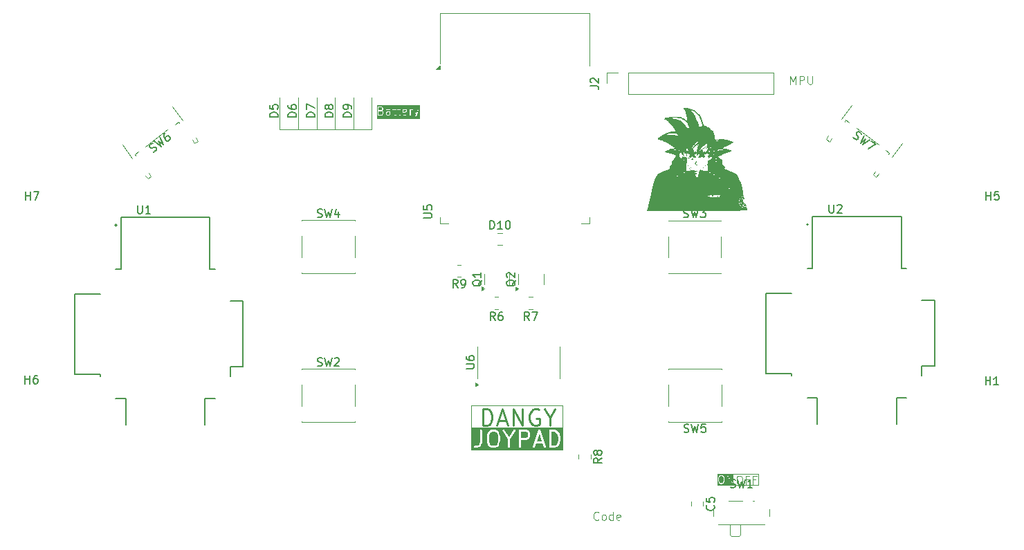
<source format=gbr>
%TF.GenerationSoftware,KiCad,Pcbnew,9.0.0*%
%TF.CreationDate,2025-04-24T22:15:06+07:00*%
%TF.ProjectId,Controll_,436f6e74-726f-46c6-9cbb-2e6b69636164,rev?*%
%TF.SameCoordinates,Original*%
%TF.FileFunction,Legend,Top*%
%TF.FilePolarity,Positive*%
%FSLAX46Y46*%
G04 Gerber Fmt 4.6, Leading zero omitted, Abs format (unit mm)*
G04 Created by KiCad (PCBNEW 9.0.0) date 2025-04-24 22:15:06*
%MOMM*%
%LPD*%
G01*
G04 APERTURE LIST*
%ADD10C,0.100000*%
%ADD11C,0.250000*%
%ADD12C,0.150000*%
%ADD13C,0.300000*%
%ADD14C,0.120000*%
%ADD15C,0.127000*%
%ADD16C,0.200000*%
%ADD17C,0.000000*%
G04 APERTURE END LIST*
D10*
X162685000Y-106195000D02*
X167665000Y-106195000D01*
X167665000Y-107555000D01*
X162685000Y-107555000D01*
X162685000Y-106195000D01*
X132600000Y-97800000D02*
X143725000Y-97800000D01*
X143725000Y-103200000D01*
X132600000Y-103200000D01*
X132600000Y-97800000D01*
X148150312Y-111727180D02*
X148102693Y-111774800D01*
X148102693Y-111774800D02*
X147959836Y-111822419D01*
X147959836Y-111822419D02*
X147864598Y-111822419D01*
X147864598Y-111822419D02*
X147721741Y-111774800D01*
X147721741Y-111774800D02*
X147626503Y-111679561D01*
X147626503Y-111679561D02*
X147578884Y-111584323D01*
X147578884Y-111584323D02*
X147531265Y-111393847D01*
X147531265Y-111393847D02*
X147531265Y-111250990D01*
X147531265Y-111250990D02*
X147578884Y-111060514D01*
X147578884Y-111060514D02*
X147626503Y-110965276D01*
X147626503Y-110965276D02*
X147721741Y-110870038D01*
X147721741Y-110870038D02*
X147864598Y-110822419D01*
X147864598Y-110822419D02*
X147959836Y-110822419D01*
X147959836Y-110822419D02*
X148102693Y-110870038D01*
X148102693Y-110870038D02*
X148150312Y-110917657D01*
X148721741Y-111822419D02*
X148626503Y-111774800D01*
X148626503Y-111774800D02*
X148578884Y-111727180D01*
X148578884Y-111727180D02*
X148531265Y-111631942D01*
X148531265Y-111631942D02*
X148531265Y-111346228D01*
X148531265Y-111346228D02*
X148578884Y-111250990D01*
X148578884Y-111250990D02*
X148626503Y-111203371D01*
X148626503Y-111203371D02*
X148721741Y-111155752D01*
X148721741Y-111155752D02*
X148864598Y-111155752D01*
X148864598Y-111155752D02*
X148959836Y-111203371D01*
X148959836Y-111203371D02*
X149007455Y-111250990D01*
X149007455Y-111250990D02*
X149055074Y-111346228D01*
X149055074Y-111346228D02*
X149055074Y-111631942D01*
X149055074Y-111631942D02*
X149007455Y-111727180D01*
X149007455Y-111727180D02*
X148959836Y-111774800D01*
X148959836Y-111774800D02*
X148864598Y-111822419D01*
X148864598Y-111822419D02*
X148721741Y-111822419D01*
X149912217Y-111822419D02*
X149912217Y-110822419D01*
X149912217Y-111774800D02*
X149816979Y-111822419D01*
X149816979Y-111822419D02*
X149626503Y-111822419D01*
X149626503Y-111822419D02*
X149531265Y-111774800D01*
X149531265Y-111774800D02*
X149483646Y-111727180D01*
X149483646Y-111727180D02*
X149436027Y-111631942D01*
X149436027Y-111631942D02*
X149436027Y-111346228D01*
X149436027Y-111346228D02*
X149483646Y-111250990D01*
X149483646Y-111250990D02*
X149531265Y-111203371D01*
X149531265Y-111203371D02*
X149626503Y-111155752D01*
X149626503Y-111155752D02*
X149816979Y-111155752D01*
X149816979Y-111155752D02*
X149912217Y-111203371D01*
X150769360Y-111774800D02*
X150674122Y-111822419D01*
X150674122Y-111822419D02*
X150483646Y-111822419D01*
X150483646Y-111822419D02*
X150388408Y-111774800D01*
X150388408Y-111774800D02*
X150340789Y-111679561D01*
X150340789Y-111679561D02*
X150340789Y-111298609D01*
X150340789Y-111298609D02*
X150388408Y-111203371D01*
X150388408Y-111203371D02*
X150483646Y-111155752D01*
X150483646Y-111155752D02*
X150674122Y-111155752D01*
X150674122Y-111155752D02*
X150769360Y-111203371D01*
X150769360Y-111203371D02*
X150816979Y-111298609D01*
X150816979Y-111298609D02*
X150816979Y-111393847D01*
X150816979Y-111393847D02*
X150340789Y-111489085D01*
D11*
X133990663Y-100242238D02*
X133990663Y-98242238D01*
X133990663Y-98242238D02*
X134466853Y-98242238D01*
X134466853Y-98242238D02*
X134752568Y-98337476D01*
X134752568Y-98337476D02*
X134943044Y-98527952D01*
X134943044Y-98527952D02*
X135038282Y-98718428D01*
X135038282Y-98718428D02*
X135133520Y-99099380D01*
X135133520Y-99099380D02*
X135133520Y-99385095D01*
X135133520Y-99385095D02*
X135038282Y-99766047D01*
X135038282Y-99766047D02*
X134943044Y-99956523D01*
X134943044Y-99956523D02*
X134752568Y-100147000D01*
X134752568Y-100147000D02*
X134466853Y-100242238D01*
X134466853Y-100242238D02*
X133990663Y-100242238D01*
X135895425Y-99670809D02*
X136847806Y-99670809D01*
X135704949Y-100242238D02*
X136371615Y-98242238D01*
X136371615Y-98242238D02*
X137038282Y-100242238D01*
X137704949Y-100242238D02*
X137704949Y-98242238D01*
X137704949Y-98242238D02*
X138847806Y-100242238D01*
X138847806Y-100242238D02*
X138847806Y-98242238D01*
X140847806Y-98337476D02*
X140657330Y-98242238D01*
X140657330Y-98242238D02*
X140371616Y-98242238D01*
X140371616Y-98242238D02*
X140085901Y-98337476D01*
X140085901Y-98337476D02*
X139895425Y-98527952D01*
X139895425Y-98527952D02*
X139800187Y-98718428D01*
X139800187Y-98718428D02*
X139704949Y-99099380D01*
X139704949Y-99099380D02*
X139704949Y-99385095D01*
X139704949Y-99385095D02*
X139800187Y-99766047D01*
X139800187Y-99766047D02*
X139895425Y-99956523D01*
X139895425Y-99956523D02*
X140085901Y-100147000D01*
X140085901Y-100147000D02*
X140371616Y-100242238D01*
X140371616Y-100242238D02*
X140562092Y-100242238D01*
X140562092Y-100242238D02*
X140847806Y-100147000D01*
X140847806Y-100147000D02*
X140943044Y-100051761D01*
X140943044Y-100051761D02*
X140943044Y-99385095D01*
X140943044Y-99385095D02*
X140562092Y-99385095D01*
X142181139Y-99289857D02*
X142181139Y-100242238D01*
X141514473Y-98242238D02*
X142181139Y-99289857D01*
X142181139Y-99289857D02*
X142847806Y-98242238D01*
G36*
X135592810Y-101065208D02*
G01*
X135744459Y-101216858D01*
X135827568Y-101549293D01*
X135827568Y-102185182D01*
X135744459Y-102517616D01*
X135592808Y-102669268D01*
X135446870Y-102742238D01*
X135124933Y-102742238D01*
X134978993Y-102669268D01*
X134827343Y-102517617D01*
X134744235Y-102185182D01*
X134744235Y-101549293D01*
X134827343Y-101216857D01*
X134978994Y-101065207D01*
X135124933Y-100992238D01*
X135446870Y-100992238D01*
X135592810Y-101065208D01*
G37*
G36*
X142932665Y-101071729D02*
G01*
X143087932Y-101226997D01*
X143167961Y-101387055D01*
X143256140Y-101739769D01*
X143256140Y-101994706D01*
X143167961Y-102347420D01*
X143087932Y-102507477D01*
X142932663Y-102662747D01*
X142694190Y-102742238D01*
X142363283Y-102742238D01*
X142363283Y-100992238D01*
X142694190Y-100992238D01*
X142932665Y-101071729D01*
G37*
G36*
X141207712Y-102170809D02*
G01*
X140602187Y-102170809D01*
X140904949Y-101262521D01*
X141207712Y-102170809D01*
G37*
G36*
X139402334Y-101065208D02*
G01*
X139468884Y-101131758D01*
X139541854Y-101277698D01*
X139541854Y-101504396D01*
X139468884Y-101650334D01*
X139402332Y-101716887D01*
X139256394Y-101789857D01*
X138648997Y-101789857D01*
X138648997Y-100992238D01*
X139256394Y-100992238D01*
X139402334Y-101065208D01*
G37*
G36*
X143728362Y-103214460D02*
G01*
X132655367Y-103214460D01*
X132655367Y-102842852D01*
X132877589Y-102842852D01*
X132877589Y-102891624D01*
X132896253Y-102936684D01*
X132930741Y-102971172D01*
X132975801Y-102989836D01*
X133000187Y-102992238D01*
X133190663Y-102992238D01*
X133203006Y-102991022D01*
X133206297Y-102991256D01*
X133210626Y-102990271D01*
X133215049Y-102989836D01*
X133218100Y-102988572D01*
X133230191Y-102985823D01*
X133515905Y-102890585D01*
X133538280Y-102880595D01*
X133541672Y-102877652D01*
X133545824Y-102875933D01*
X133564766Y-102860388D01*
X133755241Y-102669911D01*
X133770786Y-102650969D01*
X133772504Y-102646821D01*
X133775448Y-102643427D01*
X133785438Y-102621052D01*
X133880677Y-102335338D01*
X133883426Y-102323244D01*
X133884690Y-102320195D01*
X133885125Y-102315773D01*
X133886110Y-102311444D01*
X133885876Y-102308152D01*
X133887092Y-102295809D01*
X133887092Y-101533904D01*
X134494235Y-101533904D01*
X134494235Y-102200571D01*
X134494654Y-102204825D01*
X134494383Y-102206647D01*
X134495732Y-102215775D01*
X134496637Y-102224957D01*
X134497341Y-102226658D01*
X134497967Y-102230888D01*
X134593205Y-102611840D01*
X134601450Y-102634915D01*
X134606982Y-102642381D01*
X134610539Y-102650969D01*
X134626084Y-102669911D01*
X134816560Y-102860388D01*
X134826148Y-102868257D01*
X134828310Y-102870749D01*
X134832067Y-102873114D01*
X134835502Y-102875933D01*
X134838552Y-102877196D01*
X134849047Y-102883803D01*
X135039524Y-102979042D01*
X135062409Y-102987799D01*
X135066890Y-102988117D01*
X135071039Y-102989836D01*
X135095425Y-102992238D01*
X135476378Y-102992238D01*
X135500764Y-102989836D01*
X135504912Y-102988117D01*
X135509394Y-102987799D01*
X135532280Y-102979041D01*
X135722756Y-102883803D01*
X135733250Y-102877196D01*
X135736301Y-102875933D01*
X135739735Y-102873114D01*
X135743493Y-102870749D01*
X135745654Y-102868257D01*
X135755243Y-102860388D01*
X135945718Y-102669911D01*
X135961263Y-102650969D01*
X135964819Y-102642383D01*
X135970353Y-102634915D01*
X135978598Y-102611840D01*
X136073836Y-102230888D01*
X136074461Y-102226658D01*
X136075166Y-102224957D01*
X136076070Y-102215777D01*
X136077420Y-102206648D01*
X136077148Y-102204825D01*
X136077568Y-102200571D01*
X136077568Y-101533904D01*
X136077148Y-101529649D01*
X136077420Y-101527827D01*
X136076070Y-101518697D01*
X136075166Y-101509518D01*
X136074461Y-101507816D01*
X136073836Y-101503587D01*
X135978598Y-101122635D01*
X135970353Y-101099560D01*
X135964821Y-101092093D01*
X135961264Y-101083506D01*
X135945719Y-101064564D01*
X135755242Y-100874088D01*
X135745656Y-100866221D01*
X135744119Y-100864449D01*
X136399028Y-100864449D01*
X136407474Y-100912484D01*
X136418539Y-100934347D01*
X137065663Y-101951257D01*
X137065663Y-102867238D01*
X137068065Y-102891624D01*
X137086729Y-102936684D01*
X137121217Y-102971172D01*
X137166277Y-102989836D01*
X137215049Y-102989836D01*
X137260109Y-102971172D01*
X137294597Y-102936684D01*
X137313261Y-102891624D01*
X137315663Y-102867238D01*
X137315663Y-101951257D01*
X137962788Y-100934347D01*
X137973853Y-100912484D01*
X137981809Y-100867238D01*
X138398997Y-100867238D01*
X138398997Y-102867238D01*
X138401399Y-102891624D01*
X138420063Y-102936684D01*
X138454551Y-102971172D01*
X138499611Y-102989836D01*
X138548383Y-102989836D01*
X138593443Y-102971172D01*
X138627931Y-102936684D01*
X138646595Y-102891624D01*
X138648997Y-102867238D01*
X138648997Y-102851604D01*
X140114265Y-102851604D01*
X140117722Y-102900253D01*
X140139534Y-102943878D01*
X140176380Y-102975833D01*
X140222649Y-102991256D01*
X140271298Y-102987799D01*
X140314923Y-102965987D01*
X140346878Y-102929141D01*
X140356868Y-102906766D01*
X140518854Y-102420809D01*
X141291045Y-102420809D01*
X141453031Y-102906766D01*
X141463021Y-102929141D01*
X141494976Y-102965987D01*
X141538601Y-102987799D01*
X141587250Y-102991256D01*
X141633519Y-102975833D01*
X141670365Y-102943877D01*
X141692177Y-102900253D01*
X141695634Y-102851603D01*
X141690201Y-102827709D01*
X141036710Y-100867238D01*
X142113283Y-100867238D01*
X142113283Y-102867238D01*
X142115685Y-102891624D01*
X142134349Y-102936684D01*
X142168837Y-102971172D01*
X142213897Y-102989836D01*
X142238283Y-102992238D01*
X142714473Y-102992238D01*
X142726816Y-102991022D01*
X142730107Y-102991256D01*
X142734436Y-102990271D01*
X142738859Y-102989836D01*
X142741910Y-102988572D01*
X142754001Y-102985823D01*
X143039716Y-102890585D01*
X143062091Y-102880595D01*
X143065483Y-102877652D01*
X143069635Y-102875933D01*
X143088577Y-102860388D01*
X143279052Y-102669911D01*
X143286918Y-102660325D01*
X143289413Y-102658162D01*
X143291780Y-102654400D01*
X143294597Y-102650969D01*
X143295859Y-102647921D01*
X143302467Y-102637425D01*
X143397706Y-102446948D01*
X143398389Y-102445161D01*
X143398925Y-102444439D01*
X143402576Y-102434220D01*
X143406463Y-102424063D01*
X143406526Y-102423163D01*
X143407170Y-102421364D01*
X143502408Y-102040412D01*
X143503033Y-102036182D01*
X143503738Y-102034481D01*
X143504642Y-102025301D01*
X143505992Y-102016172D01*
X143505720Y-102014349D01*
X143506140Y-102010095D01*
X143506140Y-101724380D01*
X143505720Y-101720125D01*
X143505992Y-101718303D01*
X143504642Y-101709173D01*
X143503738Y-101699994D01*
X143503033Y-101698292D01*
X143502408Y-101694063D01*
X143407170Y-101313111D01*
X143406526Y-101311311D01*
X143406463Y-101310412D01*
X143402576Y-101300254D01*
X143398925Y-101290036D01*
X143398389Y-101289313D01*
X143397706Y-101287527D01*
X143302467Y-101097050D01*
X143295862Y-101086557D01*
X143294598Y-101083506D01*
X143291777Y-101080069D01*
X143289413Y-101076313D01*
X143286921Y-101074152D01*
X143279053Y-101064564D01*
X143088576Y-100874088D01*
X143069634Y-100858543D01*
X143065484Y-100856824D01*
X143062091Y-100853881D01*
X143039716Y-100843891D01*
X142754001Y-100748653D01*
X142741910Y-100745903D01*
X142738859Y-100744640D01*
X142734436Y-100744204D01*
X142730107Y-100743220D01*
X142726816Y-100743453D01*
X142714473Y-100742238D01*
X142238283Y-100742238D01*
X142213897Y-100744640D01*
X142168837Y-100763304D01*
X142134349Y-100797792D01*
X142115685Y-100842852D01*
X142113283Y-100867238D01*
X141036710Y-100867238D01*
X141023534Y-100827710D01*
X141013544Y-100805335D01*
X141007693Y-100798589D01*
X141003698Y-100790598D01*
X140991857Y-100780329D01*
X140981589Y-100768489D01*
X140973598Y-100764493D01*
X140966852Y-100758643D01*
X140951984Y-100753687D01*
X140937964Y-100746677D01*
X140929054Y-100746043D01*
X140920583Y-100743220D01*
X140904949Y-100744330D01*
X140889315Y-100743220D01*
X140880843Y-100746043D01*
X140871934Y-100746677D01*
X140857913Y-100753687D01*
X140843046Y-100758643D01*
X140836299Y-100764493D01*
X140828309Y-100768489D01*
X140818039Y-100780330D01*
X140806200Y-100790598D01*
X140802205Y-100798586D01*
X140796354Y-100805334D01*
X140786364Y-100827709D01*
X140119698Y-102827710D01*
X140114265Y-102851604D01*
X138648997Y-102851604D01*
X138648997Y-102039857D01*
X139285902Y-102039857D01*
X139310288Y-102037455D01*
X139314436Y-102035736D01*
X139318918Y-102035418D01*
X139341804Y-102026660D01*
X139532280Y-101931422D01*
X139542774Y-101924815D01*
X139545825Y-101923552D01*
X139549259Y-101920733D01*
X139553017Y-101918368D01*
X139555178Y-101915876D01*
X139564767Y-101908007D01*
X139660005Y-101812768D01*
X139667873Y-101803179D01*
X139670365Y-101801019D01*
X139672729Y-101797262D01*
X139675550Y-101793826D01*
X139676814Y-101790774D01*
X139683419Y-101780282D01*
X139778658Y-101589805D01*
X139787415Y-101566920D01*
X139787733Y-101562438D01*
X139789452Y-101558290D01*
X139791854Y-101533904D01*
X139791854Y-101248190D01*
X139789452Y-101223804D01*
X139787733Y-101219655D01*
X139787415Y-101215174D01*
X139778658Y-101192289D01*
X139683419Y-101001812D01*
X139676811Y-100991315D01*
X139675549Y-100988268D01*
X139672732Y-100984836D01*
X139670365Y-100981075D01*
X139667870Y-100978911D01*
X139660004Y-100969326D01*
X139564766Y-100874088D01*
X139555180Y-100866221D01*
X139553017Y-100863727D01*
X139549255Y-100861359D01*
X139545824Y-100858543D01*
X139542776Y-100857280D01*
X139532280Y-100850673D01*
X139341804Y-100755435D01*
X139318918Y-100746677D01*
X139314436Y-100746358D01*
X139310288Y-100744640D01*
X139285902Y-100742238D01*
X138523997Y-100742238D01*
X138499611Y-100744640D01*
X138454551Y-100763304D01*
X138420063Y-100797792D01*
X138401399Y-100842852D01*
X138398997Y-100867238D01*
X137981809Y-100867238D01*
X137982299Y-100864449D01*
X137971719Y-100816837D01*
X137943723Y-100776899D01*
X137902576Y-100750715D01*
X137854541Y-100742269D01*
X137806929Y-100752849D01*
X137766991Y-100780845D01*
X137751872Y-100800129D01*
X137190662Y-101682028D01*
X136629455Y-100800129D01*
X136614336Y-100780845D01*
X136574398Y-100752849D01*
X136526786Y-100742269D01*
X136478751Y-100750715D01*
X136437604Y-100776899D01*
X136409608Y-100816837D01*
X136399028Y-100864449D01*
X135744119Y-100864449D01*
X135743493Y-100863727D01*
X135739731Y-100861359D01*
X135736300Y-100858543D01*
X135733252Y-100857280D01*
X135722756Y-100850673D01*
X135532280Y-100755435D01*
X135509394Y-100746677D01*
X135504912Y-100746358D01*
X135500764Y-100744640D01*
X135476378Y-100742238D01*
X135095425Y-100742238D01*
X135071039Y-100744640D01*
X135066890Y-100746358D01*
X135062409Y-100746677D01*
X135039524Y-100755434D01*
X134849047Y-100850673D01*
X134838554Y-100857277D01*
X134835503Y-100858542D01*
X134832066Y-100861362D01*
X134828310Y-100863727D01*
X134826149Y-100866218D01*
X134816561Y-100874087D01*
X134626085Y-101064564D01*
X134610540Y-101083506D01*
X134606983Y-101092091D01*
X134601450Y-101099560D01*
X134593205Y-101122635D01*
X134497967Y-101503587D01*
X134497341Y-101507816D01*
X134496637Y-101509518D01*
X134495732Y-101518699D01*
X134494383Y-101527828D01*
X134494654Y-101529649D01*
X134494235Y-101533904D01*
X133887092Y-101533904D01*
X133887092Y-100867238D01*
X133884690Y-100842852D01*
X133866026Y-100797792D01*
X133831538Y-100763304D01*
X133786478Y-100744640D01*
X133737706Y-100744640D01*
X133692646Y-100763304D01*
X133658158Y-100797792D01*
X133639494Y-100842852D01*
X133637092Y-100867238D01*
X133637092Y-102275524D01*
X133557599Y-102513999D01*
X133408852Y-102662747D01*
X133170380Y-102742238D01*
X133000187Y-102742238D01*
X132975801Y-102744640D01*
X132930741Y-102763304D01*
X132896253Y-102797792D01*
X132877589Y-102842852D01*
X132655367Y-102842852D01*
X132655367Y-100520016D01*
X143728362Y-100520016D01*
X143728362Y-103214460D01*
G37*
D10*
G36*
X121653065Y-61814929D02*
G01*
X121686600Y-61848465D01*
X121725312Y-61925888D01*
X121725312Y-62045138D01*
X121686600Y-62122561D01*
X121650454Y-62158708D01*
X121573033Y-62197419D01*
X121253884Y-62197419D01*
X121253884Y-61773609D01*
X121529104Y-61773609D01*
X121653065Y-61814929D01*
G37*
G36*
X121602837Y-61336130D02*
G01*
X121638981Y-61372275D01*
X121677693Y-61449698D01*
X121677693Y-61521329D01*
X121638981Y-61598752D01*
X121602837Y-61634897D01*
X121525414Y-61673609D01*
X121253884Y-61673609D01*
X121253884Y-61297419D01*
X121525414Y-61297419D01*
X121602837Y-61336130D01*
G37*
G36*
X122582455Y-62168898D02*
G01*
X122525414Y-62197419D01*
X122310926Y-62197419D01*
X122241151Y-62162532D01*
X122206265Y-62092759D01*
X122206265Y-62021126D01*
X122241151Y-61951352D01*
X122310926Y-61916466D01*
X122537217Y-61916466D01*
X122539673Y-61915977D01*
X122540762Y-61916340D01*
X122548489Y-61914223D01*
X122556351Y-61912660D01*
X122557162Y-61911848D01*
X122559578Y-61911187D01*
X122582455Y-61899748D01*
X122582455Y-62168898D01*
G37*
G36*
X124595188Y-61665638D02*
G01*
X124630075Y-61735412D01*
X124630075Y-61777856D01*
X124253885Y-61853094D01*
X124253885Y-61735412D01*
X124288771Y-61665638D01*
X124358546Y-61630752D01*
X124525415Y-61630752D01*
X124595188Y-61665638D01*
G37*
G36*
X126269696Y-62741737D02*
G01*
X121042773Y-62741737D01*
X121042773Y-61247419D01*
X121153884Y-61247419D01*
X121153884Y-62247419D01*
X121157690Y-62266553D01*
X121184750Y-62293613D01*
X121203884Y-62297419D01*
X121584836Y-62297419D01*
X121587292Y-62296930D01*
X121588381Y-62297293D01*
X121596108Y-62295176D01*
X121603970Y-62293613D01*
X121604781Y-62292801D01*
X121607197Y-62292140D01*
X121702434Y-62244522D01*
X121708761Y-62239611D01*
X121715430Y-62235155D01*
X121763049Y-62187535D01*
X121767502Y-62180869D01*
X121772414Y-62174541D01*
X121820033Y-62079303D01*
X121820694Y-62076887D01*
X121821506Y-62076076D01*
X121823069Y-62068214D01*
X121825186Y-62060487D01*
X121824823Y-62059398D01*
X121825312Y-62056942D01*
X121825312Y-62009323D01*
X122106265Y-62009323D01*
X122106265Y-62104561D01*
X122106753Y-62107017D01*
X122106391Y-62108105D01*
X122108506Y-62115829D01*
X122110071Y-62123695D01*
X122110882Y-62124506D01*
X122111544Y-62126921D01*
X122159162Y-62222160D01*
X122165265Y-62230024D01*
X122166111Y-62232560D01*
X122168934Y-62234751D01*
X122171124Y-62237572D01*
X122173657Y-62238416D01*
X122181523Y-62244521D01*
X122276761Y-62292140D01*
X122279176Y-62292801D01*
X122279988Y-62293613D01*
X122287849Y-62295176D01*
X122295577Y-62297293D01*
X122296665Y-62296930D01*
X122299122Y-62297419D01*
X122537217Y-62297419D01*
X122539673Y-62296930D01*
X122540762Y-62297293D01*
X122548489Y-62295176D01*
X122556351Y-62293613D01*
X122557162Y-62292801D01*
X122559578Y-62292140D01*
X122594424Y-62274716D01*
X122613321Y-62293613D01*
X122651589Y-62293613D01*
X122678649Y-62266553D01*
X122682455Y-62247419D01*
X122682455Y-61723609D01*
X122681966Y-61721152D01*
X122682329Y-61720064D01*
X122680212Y-61712336D01*
X122678649Y-61704475D01*
X122677837Y-61703663D01*
X122677176Y-61701248D01*
X122629557Y-61606010D01*
X122623452Y-61598144D01*
X122622608Y-61595611D01*
X122619787Y-61593421D01*
X122617596Y-61590598D01*
X122615060Y-61589752D01*
X122607196Y-61583649D01*
X122563134Y-61561618D01*
X122919595Y-61561618D01*
X122919595Y-61599886D01*
X122946655Y-61626946D01*
X122965789Y-61630752D01*
X123058646Y-61630752D01*
X123058646Y-62104561D01*
X123059134Y-62107017D01*
X123058772Y-62108105D01*
X123060887Y-62115829D01*
X123062452Y-62123695D01*
X123063263Y-62124506D01*
X123063925Y-62126921D01*
X123111543Y-62222160D01*
X123117646Y-62230024D01*
X123118492Y-62232560D01*
X123121315Y-62234751D01*
X123123505Y-62237572D01*
X123126038Y-62238416D01*
X123133904Y-62244521D01*
X123229142Y-62292140D01*
X123231557Y-62292801D01*
X123232369Y-62293613D01*
X123240230Y-62295176D01*
X123247958Y-62297293D01*
X123249046Y-62296930D01*
X123251503Y-62297419D01*
X123346741Y-62297419D01*
X123365875Y-62293613D01*
X123392935Y-62266553D01*
X123392935Y-62228285D01*
X123365875Y-62201225D01*
X123346741Y-62197419D01*
X123263307Y-62197419D01*
X123193532Y-62162532D01*
X123158646Y-62092759D01*
X123158646Y-61630752D01*
X123346741Y-61630752D01*
X123365875Y-61626946D01*
X123392935Y-61599886D01*
X123392935Y-61561618D01*
X123491024Y-61561618D01*
X123491024Y-61599886D01*
X123518084Y-61626946D01*
X123537218Y-61630752D01*
X123630075Y-61630752D01*
X123630075Y-62104561D01*
X123630563Y-62107017D01*
X123630201Y-62108105D01*
X123632316Y-62115829D01*
X123633881Y-62123695D01*
X123634692Y-62124506D01*
X123635354Y-62126921D01*
X123682972Y-62222160D01*
X123689075Y-62230024D01*
X123689921Y-62232560D01*
X123692744Y-62234751D01*
X123694934Y-62237572D01*
X123697467Y-62238416D01*
X123705333Y-62244521D01*
X123800571Y-62292140D01*
X123802986Y-62292801D01*
X123803798Y-62293613D01*
X123811659Y-62295176D01*
X123819387Y-62297293D01*
X123820475Y-62296930D01*
X123822932Y-62297419D01*
X123918170Y-62297419D01*
X123937304Y-62293613D01*
X123964364Y-62266553D01*
X123964364Y-62228285D01*
X123937304Y-62201225D01*
X123918170Y-62197419D01*
X123834736Y-62197419D01*
X123764961Y-62162532D01*
X123730075Y-62092759D01*
X123730075Y-61723609D01*
X124153885Y-61723609D01*
X124153885Y-62104561D01*
X124154373Y-62107017D01*
X124154011Y-62108105D01*
X124156126Y-62115829D01*
X124157691Y-62123695D01*
X124158502Y-62124506D01*
X124159164Y-62126921D01*
X124206782Y-62222160D01*
X124212885Y-62230024D01*
X124213731Y-62232560D01*
X124216554Y-62234751D01*
X124218744Y-62237572D01*
X124221277Y-62238416D01*
X124229143Y-62244521D01*
X124324381Y-62292140D01*
X124326796Y-62292801D01*
X124327608Y-62293613D01*
X124335469Y-62295176D01*
X124343197Y-62297293D01*
X124344285Y-62296930D01*
X124346742Y-62297419D01*
X124537218Y-62297419D01*
X124539674Y-62296930D01*
X124540763Y-62297293D01*
X124548490Y-62295176D01*
X124556352Y-62293613D01*
X124557163Y-62292801D01*
X124559579Y-62292140D01*
X124654816Y-62244522D01*
X124670228Y-62232560D01*
X124682330Y-62196256D01*
X124665216Y-62162028D01*
X124628911Y-62149926D01*
X124610095Y-62155079D01*
X124525415Y-62197419D01*
X124358546Y-62197419D01*
X124288771Y-62162532D01*
X124253885Y-62092759D01*
X124253885Y-61955075D01*
X124689880Y-61867876D01*
X124696705Y-61865041D01*
X124699209Y-61865041D01*
X124700988Y-61863261D01*
X124707896Y-61860392D01*
X124715972Y-61848278D01*
X124726269Y-61837981D01*
X124727728Y-61830643D01*
X124729124Y-61828550D01*
X124728633Y-61826095D01*
X124730075Y-61818847D01*
X124730075Y-61723609D01*
X124729586Y-61721152D01*
X124729949Y-61720064D01*
X124727832Y-61712336D01*
X124726269Y-61704475D01*
X124725457Y-61703663D01*
X124724796Y-61701248D01*
X124677177Y-61606010D01*
X124671072Y-61598144D01*
X124670228Y-61595611D01*
X124667407Y-61593421D01*
X124665216Y-61590598D01*
X124662680Y-61589752D01*
X124654816Y-61583649D01*
X124649022Y-61580752D01*
X125058647Y-61580752D01*
X125058647Y-62247419D01*
X125062453Y-62266553D01*
X125089513Y-62293613D01*
X125127781Y-62293613D01*
X125154841Y-62266553D01*
X125158647Y-62247419D01*
X125158647Y-61783031D01*
X125197358Y-61705607D01*
X125233503Y-61669463D01*
X125310927Y-61630752D01*
X125394361Y-61630752D01*
X125413495Y-61626946D01*
X125440555Y-61599886D01*
X125440555Y-61578269D01*
X125582519Y-61578269D01*
X125585370Y-61597569D01*
X125817101Y-62246417D01*
X125732701Y-62457415D01*
X125698077Y-62492040D01*
X125610096Y-62536031D01*
X125594684Y-62547992D01*
X125582583Y-62584297D01*
X125599697Y-62618525D01*
X125636002Y-62630626D01*
X125654818Y-62625473D01*
X125750055Y-62577855D01*
X125756388Y-62572939D01*
X125763050Y-62568488D01*
X125810669Y-62520870D01*
X125810904Y-62520518D01*
X125811098Y-62520435D01*
X125816246Y-62512522D01*
X125821508Y-62504649D01*
X125821508Y-62504437D01*
X125821738Y-62504084D01*
X125916976Y-62265989D01*
X125917150Y-62265052D01*
X125917639Y-62264236D01*
X126155734Y-61597569D01*
X126158585Y-61578270D01*
X126142203Y-61543685D01*
X126106164Y-61530814D01*
X126071580Y-61547196D01*
X126061560Y-61563935D01*
X125870552Y-62098758D01*
X125679544Y-61563935D01*
X125669524Y-61547196D01*
X125634940Y-61530814D01*
X125598901Y-61543685D01*
X125582519Y-61578269D01*
X125440555Y-61578269D01*
X125440555Y-61561618D01*
X125413495Y-61534558D01*
X125394361Y-61530752D01*
X125299123Y-61530752D01*
X125296666Y-61531240D01*
X125295578Y-61530878D01*
X125287850Y-61532994D01*
X125279989Y-61534558D01*
X125279177Y-61535369D01*
X125276762Y-61536031D01*
X125181524Y-61583650D01*
X125175195Y-61588561D01*
X125168529Y-61593016D01*
X125158647Y-61602898D01*
X125158647Y-61580752D01*
X125154841Y-61561618D01*
X125127781Y-61534558D01*
X125089513Y-61534558D01*
X125062453Y-61561618D01*
X125058647Y-61580752D01*
X124649022Y-61580752D01*
X124559579Y-61536031D01*
X124557163Y-61535369D01*
X124556352Y-61534558D01*
X124548490Y-61532994D01*
X124540763Y-61530878D01*
X124539674Y-61531240D01*
X124537218Y-61530752D01*
X124346742Y-61530752D01*
X124344285Y-61531240D01*
X124343197Y-61530878D01*
X124335469Y-61532994D01*
X124327608Y-61534558D01*
X124326796Y-61535369D01*
X124324381Y-61536031D01*
X124229143Y-61583650D01*
X124221277Y-61589754D01*
X124218744Y-61590599D01*
X124216554Y-61593419D01*
X124213731Y-61595611D01*
X124212885Y-61598146D01*
X124206782Y-61606011D01*
X124159164Y-61701248D01*
X124158502Y-61703663D01*
X124157691Y-61704475D01*
X124156127Y-61712336D01*
X124154011Y-61720064D01*
X124154373Y-61721152D01*
X124153885Y-61723609D01*
X123730075Y-61723609D01*
X123730075Y-61630752D01*
X123918170Y-61630752D01*
X123937304Y-61626946D01*
X123964364Y-61599886D01*
X123964364Y-61561618D01*
X123937304Y-61534558D01*
X123918170Y-61530752D01*
X123730075Y-61530752D01*
X123730075Y-61247419D01*
X123726269Y-61228285D01*
X123699209Y-61201225D01*
X123660941Y-61201225D01*
X123633881Y-61228285D01*
X123630075Y-61247419D01*
X123630075Y-61530752D01*
X123537218Y-61530752D01*
X123518084Y-61534558D01*
X123491024Y-61561618D01*
X123392935Y-61561618D01*
X123365875Y-61534558D01*
X123346741Y-61530752D01*
X123158646Y-61530752D01*
X123158646Y-61247419D01*
X123154840Y-61228285D01*
X123127780Y-61201225D01*
X123089512Y-61201225D01*
X123062452Y-61228285D01*
X123058646Y-61247419D01*
X123058646Y-61530752D01*
X122965789Y-61530752D01*
X122946655Y-61534558D01*
X122919595Y-61561618D01*
X122563134Y-61561618D01*
X122511959Y-61536031D01*
X122509543Y-61535369D01*
X122508732Y-61534558D01*
X122500870Y-61532994D01*
X122493143Y-61530878D01*
X122492054Y-61531240D01*
X122489598Y-61530752D01*
X122299122Y-61530752D01*
X122296665Y-61531240D01*
X122295577Y-61530878D01*
X122287849Y-61532994D01*
X122279988Y-61534558D01*
X122279176Y-61535369D01*
X122276761Y-61536031D01*
X122181523Y-61583650D01*
X122166111Y-61595611D01*
X122154010Y-61631916D01*
X122171124Y-61666144D01*
X122207429Y-61678245D01*
X122226245Y-61673092D01*
X122310926Y-61630752D01*
X122477795Y-61630752D01*
X122547568Y-61665638D01*
X122582455Y-61735412D01*
X122582455Y-61787945D01*
X122525414Y-61816466D01*
X122299122Y-61816466D01*
X122296665Y-61816954D01*
X122295577Y-61816592D01*
X122287849Y-61818708D01*
X122279988Y-61820272D01*
X122279176Y-61821083D01*
X122276761Y-61821745D01*
X122181523Y-61869364D01*
X122173657Y-61875468D01*
X122171124Y-61876313D01*
X122168934Y-61879133D01*
X122166111Y-61881325D01*
X122165265Y-61883860D01*
X122159162Y-61891725D01*
X122111544Y-61986962D01*
X122110882Y-61989377D01*
X122110071Y-61990189D01*
X122108507Y-61998050D01*
X122106391Y-62005778D01*
X122106753Y-62006866D01*
X122106265Y-62009323D01*
X121825312Y-62009323D01*
X121825312Y-61914085D01*
X121824823Y-61911628D01*
X121825186Y-61910540D01*
X121823069Y-61902812D01*
X121821506Y-61894951D01*
X121820694Y-61894139D01*
X121820033Y-61891724D01*
X121772414Y-61796486D01*
X121767502Y-61790157D01*
X121763048Y-61783491D01*
X121715429Y-61735873D01*
X121713346Y-61734481D01*
X121712833Y-61733455D01*
X121705872Y-61729487D01*
X121699208Y-61725034D01*
X121698060Y-61725034D01*
X121695885Y-61723794D01*
X121664724Y-61713407D01*
X121667810Y-61711345D01*
X121715429Y-61663727D01*
X121719883Y-61657060D01*
X121724795Y-61650732D01*
X121772414Y-61555494D01*
X121773075Y-61553078D01*
X121773887Y-61552267D01*
X121775450Y-61544405D01*
X121777567Y-61536678D01*
X121777204Y-61535589D01*
X121777693Y-61533133D01*
X121777693Y-61437895D01*
X121777204Y-61435438D01*
X121777567Y-61434350D01*
X121775450Y-61426622D01*
X121773887Y-61418761D01*
X121773075Y-61417949D01*
X121772414Y-61415534D01*
X121724795Y-61320296D01*
X121719883Y-61313967D01*
X121715429Y-61307301D01*
X121667810Y-61259683D01*
X121661148Y-61255231D01*
X121654815Y-61250316D01*
X121559578Y-61202698D01*
X121557162Y-61202036D01*
X121556351Y-61201225D01*
X121548489Y-61199661D01*
X121540762Y-61197545D01*
X121539673Y-61197907D01*
X121537217Y-61197419D01*
X121203884Y-61197419D01*
X121184750Y-61201225D01*
X121157690Y-61228285D01*
X121153884Y-61247419D01*
X121042773Y-61247419D01*
X121042773Y-61086308D01*
X126269696Y-61086308D01*
X126269696Y-62741737D01*
G37*
X171603884Y-58472419D02*
X171603884Y-57472419D01*
X171603884Y-57472419D02*
X171937217Y-58186704D01*
X171937217Y-58186704D02*
X172270550Y-57472419D01*
X172270550Y-57472419D02*
X172270550Y-58472419D01*
X172746741Y-58472419D02*
X172746741Y-57472419D01*
X172746741Y-57472419D02*
X173127693Y-57472419D01*
X173127693Y-57472419D02*
X173222931Y-57520038D01*
X173222931Y-57520038D02*
X173270550Y-57567657D01*
X173270550Y-57567657D02*
X173318169Y-57662895D01*
X173318169Y-57662895D02*
X173318169Y-57805752D01*
X173318169Y-57805752D02*
X173270550Y-57900990D01*
X173270550Y-57900990D02*
X173222931Y-57948609D01*
X173222931Y-57948609D02*
X173127693Y-57996228D01*
X173127693Y-57996228D02*
X172746741Y-57996228D01*
X173746741Y-57472419D02*
X173746741Y-58281942D01*
X173746741Y-58281942D02*
X173794360Y-58377180D01*
X173794360Y-58377180D02*
X173841979Y-58424800D01*
X173841979Y-58424800D02*
X173937217Y-58472419D01*
X173937217Y-58472419D02*
X174127693Y-58472419D01*
X174127693Y-58472419D02*
X174222931Y-58424800D01*
X174222931Y-58424800D02*
X174270550Y-58377180D01*
X174270550Y-58377180D02*
X174318169Y-58281942D01*
X174318169Y-58281942D02*
X174318169Y-57472419D01*
X165304360Y-106407419D02*
X165494836Y-106407419D01*
X165494836Y-106407419D02*
X165590074Y-106455038D01*
X165590074Y-106455038D02*
X165685312Y-106550276D01*
X165685312Y-106550276D02*
X165732931Y-106740752D01*
X165732931Y-106740752D02*
X165732931Y-107074085D01*
X165732931Y-107074085D02*
X165685312Y-107264561D01*
X165685312Y-107264561D02*
X165590074Y-107359800D01*
X165590074Y-107359800D02*
X165494836Y-107407419D01*
X165494836Y-107407419D02*
X165304360Y-107407419D01*
X165304360Y-107407419D02*
X165209122Y-107359800D01*
X165209122Y-107359800D02*
X165113884Y-107264561D01*
X165113884Y-107264561D02*
X165066265Y-107074085D01*
X165066265Y-107074085D02*
X165066265Y-106740752D01*
X165066265Y-106740752D02*
X165113884Y-106550276D01*
X165113884Y-106550276D02*
X165209122Y-106455038D01*
X165209122Y-106455038D02*
X165304360Y-106407419D01*
X166494836Y-106883609D02*
X166161503Y-106883609D01*
X166161503Y-107407419D02*
X166161503Y-106407419D01*
X166161503Y-106407419D02*
X166637693Y-106407419D01*
X167351979Y-106883609D02*
X167018646Y-106883609D01*
X167018646Y-107407419D02*
X167018646Y-106407419D01*
X167018646Y-106407419D02*
X167494836Y-106407419D01*
G36*
X163335457Y-106446131D02*
G01*
X163415163Y-106525837D01*
X163457931Y-106696907D01*
X163457931Y-107017930D01*
X163415163Y-107188999D01*
X163335455Y-107268708D01*
X163258033Y-107307419D01*
X163091164Y-107307419D01*
X163013741Y-107268707D01*
X162934032Y-107188998D01*
X162891265Y-107017930D01*
X162891265Y-106696907D01*
X162934032Y-106525837D01*
X163013738Y-106446131D01*
X163091164Y-106407419D01*
X163258033Y-106407419D01*
X163335457Y-106446131D01*
G37*
G36*
X164669042Y-107518530D02*
G01*
X162680154Y-107518530D01*
X162680154Y-106690752D01*
X162791265Y-106690752D01*
X162791265Y-107024085D01*
X162792460Y-107030094D01*
X162792758Y-107036212D01*
X162840377Y-107226688D01*
X162842690Y-107231584D01*
X162842690Y-107233695D01*
X162846094Y-107238790D01*
X162848710Y-107244327D01*
X162850518Y-107245412D01*
X162853528Y-107249916D01*
X162948767Y-107345155D01*
X162955426Y-107349605D01*
X162961761Y-107354521D01*
X163056999Y-107402140D01*
X163059414Y-107402801D01*
X163060226Y-107403613D01*
X163068087Y-107405176D01*
X163075815Y-107407293D01*
X163076903Y-107406930D01*
X163079360Y-107407419D01*
X163269836Y-107407419D01*
X163272292Y-107406930D01*
X163273381Y-107407293D01*
X163281108Y-107405176D01*
X163288970Y-107403613D01*
X163289781Y-107402801D01*
X163292197Y-107402140D01*
X163387434Y-107354522D01*
X163393761Y-107349611D01*
X163400430Y-107345155D01*
X163495668Y-107249916D01*
X163498677Y-107245412D01*
X163500486Y-107244327D01*
X163503101Y-107238790D01*
X163506506Y-107233695D01*
X163506506Y-107231584D01*
X163508819Y-107226688D01*
X163556438Y-107036212D01*
X163556735Y-107030094D01*
X163557931Y-107024085D01*
X163557931Y-106690752D01*
X163556735Y-106684742D01*
X163556438Y-106678625D01*
X163508819Y-106488149D01*
X163506506Y-106483252D01*
X163506506Y-106481142D01*
X163503102Y-106476048D01*
X163500486Y-106470510D01*
X163498675Y-106469423D01*
X163495667Y-106464921D01*
X163400429Y-106369683D01*
X163393767Y-106365231D01*
X163387434Y-106360316D01*
X163381640Y-106357419D01*
X163886503Y-106357419D01*
X163886503Y-107357419D01*
X163890309Y-107376553D01*
X163917369Y-107403613D01*
X163955637Y-107403613D01*
X163982697Y-107376553D01*
X163986503Y-107357419D01*
X163986503Y-106545697D01*
X164464519Y-107382226D01*
X164477317Y-107396951D01*
X164483941Y-107398757D01*
X164488797Y-107403613D01*
X164501745Y-107403613D01*
X164514237Y-107407020D01*
X164520199Y-107403613D01*
X164527065Y-107403613D01*
X164536218Y-107394459D01*
X164547463Y-107388034D01*
X164549270Y-107381407D01*
X164554125Y-107376553D01*
X164557931Y-107357419D01*
X164557931Y-106357419D01*
X164554125Y-106338285D01*
X164527065Y-106311225D01*
X164488797Y-106311225D01*
X164461737Y-106338285D01*
X164457931Y-106357419D01*
X164457931Y-107169140D01*
X163979915Y-106332612D01*
X163967118Y-106317887D01*
X163960491Y-106316079D01*
X163955637Y-106311225D01*
X163942690Y-106311225D01*
X163930197Y-106307818D01*
X163924235Y-106311225D01*
X163917369Y-106311225D01*
X163908215Y-106320378D01*
X163896971Y-106326804D01*
X163895163Y-106333430D01*
X163890309Y-106338285D01*
X163886503Y-106357419D01*
X163381640Y-106357419D01*
X163292197Y-106312698D01*
X163289781Y-106312036D01*
X163288970Y-106311225D01*
X163281108Y-106309661D01*
X163273381Y-106307545D01*
X163272292Y-106307907D01*
X163269836Y-106307419D01*
X163079360Y-106307419D01*
X163076903Y-106307907D01*
X163075815Y-106307545D01*
X163068087Y-106309661D01*
X163060226Y-106311225D01*
X163059414Y-106312036D01*
X163056999Y-106312698D01*
X162961761Y-106360317D01*
X162955426Y-106365232D01*
X162948767Y-106369683D01*
X162853529Y-106464921D01*
X162850520Y-106469423D01*
X162848710Y-106470510D01*
X162846093Y-106476048D01*
X162842690Y-106481142D01*
X162842690Y-106483252D01*
X162840377Y-106488149D01*
X162792758Y-106678625D01*
X162792460Y-106684742D01*
X162791265Y-106690752D01*
X162680154Y-106690752D01*
X162680154Y-106196308D01*
X164669042Y-106196308D01*
X164669042Y-107518530D01*
G37*
D12*
X113746667Y-92932200D02*
X113889524Y-92979819D01*
X113889524Y-92979819D02*
X114127619Y-92979819D01*
X114127619Y-92979819D02*
X114222857Y-92932200D01*
X114222857Y-92932200D02*
X114270476Y-92884580D01*
X114270476Y-92884580D02*
X114318095Y-92789342D01*
X114318095Y-92789342D02*
X114318095Y-92694104D01*
X114318095Y-92694104D02*
X114270476Y-92598866D01*
X114270476Y-92598866D02*
X114222857Y-92551247D01*
X114222857Y-92551247D02*
X114127619Y-92503628D01*
X114127619Y-92503628D02*
X113937143Y-92456009D01*
X113937143Y-92456009D02*
X113841905Y-92408390D01*
X113841905Y-92408390D02*
X113794286Y-92360771D01*
X113794286Y-92360771D02*
X113746667Y-92265533D01*
X113746667Y-92265533D02*
X113746667Y-92170295D01*
X113746667Y-92170295D02*
X113794286Y-92075057D01*
X113794286Y-92075057D02*
X113841905Y-92027438D01*
X113841905Y-92027438D02*
X113937143Y-91979819D01*
X113937143Y-91979819D02*
X114175238Y-91979819D01*
X114175238Y-91979819D02*
X114318095Y-92027438D01*
X114651429Y-91979819D02*
X114889524Y-92979819D01*
X114889524Y-92979819D02*
X115080000Y-92265533D01*
X115080000Y-92265533D02*
X115270476Y-92979819D01*
X115270476Y-92979819D02*
X115508572Y-91979819D01*
X115841905Y-92075057D02*
X115889524Y-92027438D01*
X115889524Y-92027438D02*
X115984762Y-91979819D01*
X115984762Y-91979819D02*
X116222857Y-91979819D01*
X116222857Y-91979819D02*
X116318095Y-92027438D01*
X116318095Y-92027438D02*
X116365714Y-92075057D01*
X116365714Y-92075057D02*
X116413333Y-92170295D01*
X116413333Y-92170295D02*
X116413333Y-92265533D01*
X116413333Y-92265533D02*
X116365714Y-92408390D01*
X116365714Y-92408390D02*
X115794286Y-92979819D01*
X115794286Y-92979819D02*
X116413333Y-92979819D01*
X93664531Y-66768099D02*
X93807279Y-66720155D01*
X93807279Y-66720155D02*
X93997431Y-66576866D01*
X93997431Y-66576866D02*
X94044833Y-66481520D01*
X94044833Y-66481520D02*
X94054206Y-66414832D01*
X94054206Y-66414832D02*
X94034920Y-66310114D01*
X94034920Y-66310114D02*
X93977605Y-66234053D01*
X93977605Y-66234053D02*
X93882259Y-66186650D01*
X93882259Y-66186650D02*
X93815570Y-66177278D01*
X93815570Y-66177278D02*
X93710852Y-66196563D01*
X93710852Y-66196563D02*
X93530073Y-66273165D01*
X93530073Y-66273165D02*
X93425355Y-66292450D01*
X93425355Y-66292450D02*
X93358667Y-66283078D01*
X93358667Y-66283078D02*
X93263321Y-66235675D01*
X93263321Y-66235675D02*
X93206005Y-66159614D01*
X93206005Y-66159614D02*
X93186719Y-66054896D01*
X93186719Y-66054896D02*
X93196092Y-65988208D01*
X93196092Y-65988208D02*
X93243495Y-65892862D01*
X93243495Y-65892862D02*
X93433646Y-65749573D01*
X93433646Y-65749573D02*
X93576394Y-65701629D01*
X93813949Y-65462994D02*
X94605915Y-66118340D01*
X94605915Y-66118340D02*
X94328168Y-65433255D01*
X94328168Y-65433255D02*
X94910157Y-65889077D01*
X94910157Y-65889077D02*
X94498493Y-64947153D01*
X95145008Y-64459969D02*
X94992887Y-64574600D01*
X94992887Y-64574600D02*
X94945484Y-64669946D01*
X94945484Y-64669946D02*
X94936111Y-64736635D01*
X94936111Y-64736635D02*
X94946025Y-64908041D01*
X94946025Y-64908041D02*
X95022626Y-65088820D01*
X95022626Y-65088820D02*
X95251889Y-65393062D01*
X95251889Y-65393062D02*
X95347235Y-65440465D01*
X95347235Y-65440465D02*
X95413923Y-65449837D01*
X95413923Y-65449837D02*
X95518641Y-65430552D01*
X95518641Y-65430552D02*
X95670762Y-65315920D01*
X95670762Y-65315920D02*
X95718165Y-65220574D01*
X95718165Y-65220574D02*
X95727537Y-65153886D01*
X95727537Y-65153886D02*
X95708252Y-65049168D01*
X95708252Y-65049168D02*
X95564962Y-64859016D01*
X95564962Y-64859016D02*
X95469616Y-64811614D01*
X95469616Y-64811614D02*
X95402928Y-64802241D01*
X95402928Y-64802241D02*
X95298210Y-64821527D01*
X95298210Y-64821527D02*
X95146089Y-64936158D01*
X95146089Y-64936158D02*
X95098686Y-65031504D01*
X95098686Y-65031504D02*
X95089314Y-65098192D01*
X95089314Y-65098192D02*
X95108599Y-65202911D01*
X158566667Y-74757200D02*
X158709524Y-74804819D01*
X158709524Y-74804819D02*
X158947619Y-74804819D01*
X158947619Y-74804819D02*
X159042857Y-74757200D01*
X159042857Y-74757200D02*
X159090476Y-74709580D01*
X159090476Y-74709580D02*
X159138095Y-74614342D01*
X159138095Y-74614342D02*
X159138095Y-74519104D01*
X159138095Y-74519104D02*
X159090476Y-74423866D01*
X159090476Y-74423866D02*
X159042857Y-74376247D01*
X159042857Y-74376247D02*
X158947619Y-74328628D01*
X158947619Y-74328628D02*
X158757143Y-74281009D01*
X158757143Y-74281009D02*
X158661905Y-74233390D01*
X158661905Y-74233390D02*
X158614286Y-74185771D01*
X158614286Y-74185771D02*
X158566667Y-74090533D01*
X158566667Y-74090533D02*
X158566667Y-73995295D01*
X158566667Y-73995295D02*
X158614286Y-73900057D01*
X158614286Y-73900057D02*
X158661905Y-73852438D01*
X158661905Y-73852438D02*
X158757143Y-73804819D01*
X158757143Y-73804819D02*
X158995238Y-73804819D01*
X158995238Y-73804819D02*
X159138095Y-73852438D01*
X159471429Y-73804819D02*
X159709524Y-74804819D01*
X159709524Y-74804819D02*
X159900000Y-74090533D01*
X159900000Y-74090533D02*
X160090476Y-74804819D01*
X160090476Y-74804819D02*
X160328572Y-73804819D01*
X160614286Y-73804819D02*
X161233333Y-73804819D01*
X161233333Y-73804819D02*
X160900000Y-74185771D01*
X160900000Y-74185771D02*
X161042857Y-74185771D01*
X161042857Y-74185771D02*
X161138095Y-74233390D01*
X161138095Y-74233390D02*
X161185714Y-74281009D01*
X161185714Y-74281009D02*
X161233333Y-74376247D01*
X161233333Y-74376247D02*
X161233333Y-74614342D01*
X161233333Y-74614342D02*
X161185714Y-74709580D01*
X161185714Y-74709580D02*
X161138095Y-74757200D01*
X161138095Y-74757200D02*
X161042857Y-74804819D01*
X161042857Y-74804819D02*
X160757143Y-74804819D01*
X160757143Y-74804819D02*
X160661905Y-74757200D01*
X160661905Y-74757200D02*
X160614286Y-74709580D01*
X111159819Y-62490594D02*
X110159819Y-62490594D01*
X110159819Y-62490594D02*
X110159819Y-62252499D01*
X110159819Y-62252499D02*
X110207438Y-62109642D01*
X110207438Y-62109642D02*
X110302676Y-62014404D01*
X110302676Y-62014404D02*
X110397914Y-61966785D01*
X110397914Y-61966785D02*
X110588390Y-61919166D01*
X110588390Y-61919166D02*
X110731247Y-61919166D01*
X110731247Y-61919166D02*
X110921723Y-61966785D01*
X110921723Y-61966785D02*
X111016961Y-62014404D01*
X111016961Y-62014404D02*
X111112200Y-62109642D01*
X111112200Y-62109642D02*
X111159819Y-62252499D01*
X111159819Y-62252499D02*
X111159819Y-62490594D01*
X110159819Y-61062023D02*
X110159819Y-61252499D01*
X110159819Y-61252499D02*
X110207438Y-61347737D01*
X110207438Y-61347737D02*
X110255057Y-61395356D01*
X110255057Y-61395356D02*
X110397914Y-61490594D01*
X110397914Y-61490594D02*
X110588390Y-61538213D01*
X110588390Y-61538213D02*
X110969342Y-61538213D01*
X110969342Y-61538213D02*
X111064580Y-61490594D01*
X111064580Y-61490594D02*
X111112200Y-61442975D01*
X111112200Y-61442975D02*
X111159819Y-61347737D01*
X111159819Y-61347737D02*
X111159819Y-61157261D01*
X111159819Y-61157261D02*
X111112200Y-61062023D01*
X111112200Y-61062023D02*
X111064580Y-61014404D01*
X111064580Y-61014404D02*
X110969342Y-60966785D01*
X110969342Y-60966785D02*
X110731247Y-60966785D01*
X110731247Y-60966785D02*
X110636009Y-61014404D01*
X110636009Y-61014404D02*
X110588390Y-61062023D01*
X110588390Y-61062023D02*
X110540771Y-61157261D01*
X110540771Y-61157261D02*
X110540771Y-61347737D01*
X110540771Y-61347737D02*
X110588390Y-61442975D01*
X110588390Y-61442975D02*
X110636009Y-61490594D01*
X110636009Y-61490594D02*
X110731247Y-61538213D01*
X133850057Y-82445238D02*
X133802438Y-82540476D01*
X133802438Y-82540476D02*
X133707200Y-82635714D01*
X133707200Y-82635714D02*
X133564342Y-82778571D01*
X133564342Y-82778571D02*
X133516723Y-82873809D01*
X133516723Y-82873809D02*
X133516723Y-82969047D01*
X133754819Y-82921428D02*
X133707200Y-83016666D01*
X133707200Y-83016666D02*
X133611961Y-83111904D01*
X133611961Y-83111904D02*
X133421485Y-83159523D01*
X133421485Y-83159523D02*
X133088152Y-83159523D01*
X133088152Y-83159523D02*
X132897676Y-83111904D01*
X132897676Y-83111904D02*
X132802438Y-83016666D01*
X132802438Y-83016666D02*
X132754819Y-82921428D01*
X132754819Y-82921428D02*
X132754819Y-82730952D01*
X132754819Y-82730952D02*
X132802438Y-82635714D01*
X132802438Y-82635714D02*
X132897676Y-82540476D01*
X132897676Y-82540476D02*
X133088152Y-82492857D01*
X133088152Y-82492857D02*
X133421485Y-82492857D01*
X133421485Y-82492857D02*
X133611961Y-82540476D01*
X133611961Y-82540476D02*
X133707200Y-82635714D01*
X133707200Y-82635714D02*
X133754819Y-82730952D01*
X133754819Y-82730952D02*
X133754819Y-82921428D01*
X133754819Y-81540476D02*
X133754819Y-82111904D01*
X133754819Y-81826190D02*
X132754819Y-81826190D01*
X132754819Y-81826190D02*
X132897676Y-81921428D01*
X132897676Y-81921428D02*
X132992914Y-82016666D01*
X132992914Y-82016666D02*
X133040533Y-82111904D01*
X91743095Y-73302319D02*
X91743095Y-74111842D01*
X91743095Y-74111842D02*
X91790714Y-74207080D01*
X91790714Y-74207080D02*
X91838333Y-74254700D01*
X91838333Y-74254700D02*
X91933571Y-74302319D01*
X91933571Y-74302319D02*
X92124047Y-74302319D01*
X92124047Y-74302319D02*
X92219285Y-74254700D01*
X92219285Y-74254700D02*
X92266904Y-74207080D01*
X92266904Y-74207080D02*
X92314523Y-74111842D01*
X92314523Y-74111842D02*
X92314523Y-73302319D01*
X93314523Y-74302319D02*
X92743095Y-74302319D01*
X93028809Y-74302319D02*
X93028809Y-73302319D01*
X93028809Y-73302319D02*
X92933571Y-73445176D01*
X92933571Y-73445176D02*
X92838333Y-73540414D01*
X92838333Y-73540414D02*
X92743095Y-73588033D01*
X179322785Y-64957244D02*
X179408218Y-65081248D01*
X179408218Y-65081248D02*
X179598370Y-65224537D01*
X179598370Y-65224537D02*
X179703088Y-65243823D01*
X179703088Y-65243823D02*
X179769776Y-65234450D01*
X179769776Y-65234450D02*
X179865122Y-65187048D01*
X179865122Y-65187048D02*
X179922438Y-65110987D01*
X179922438Y-65110987D02*
X179941723Y-65006269D01*
X179941723Y-65006269D02*
X179932351Y-64939581D01*
X179932351Y-64939581D02*
X179884948Y-64844235D01*
X179884948Y-64844235D02*
X179761485Y-64691573D01*
X179761485Y-64691573D02*
X179714082Y-64596227D01*
X179714082Y-64596227D02*
X179704710Y-64529539D01*
X179704710Y-64529539D02*
X179723996Y-64424820D01*
X179723996Y-64424820D02*
X179781311Y-64348760D01*
X179781311Y-64348760D02*
X179876657Y-64301357D01*
X179876657Y-64301357D02*
X179943345Y-64291985D01*
X179943345Y-64291985D02*
X180048064Y-64311270D01*
X180048064Y-64311270D02*
X180238215Y-64454560D01*
X180238215Y-64454560D02*
X180323648Y-64578563D01*
X180618518Y-64741138D02*
X180206854Y-65683063D01*
X180206854Y-65683063D02*
X180788843Y-65227241D01*
X180788843Y-65227241D02*
X180511096Y-65912326D01*
X180511096Y-65912326D02*
X181303062Y-65256980D01*
X181531244Y-65428927D02*
X182063668Y-65830137D01*
X182063668Y-65830137D02*
X181119580Y-66370852D01*
X113409819Y-62490594D02*
X112409819Y-62490594D01*
X112409819Y-62490594D02*
X112409819Y-62252499D01*
X112409819Y-62252499D02*
X112457438Y-62109642D01*
X112457438Y-62109642D02*
X112552676Y-62014404D01*
X112552676Y-62014404D02*
X112647914Y-61966785D01*
X112647914Y-61966785D02*
X112838390Y-61919166D01*
X112838390Y-61919166D02*
X112981247Y-61919166D01*
X112981247Y-61919166D02*
X113171723Y-61966785D01*
X113171723Y-61966785D02*
X113266961Y-62014404D01*
X113266961Y-62014404D02*
X113362200Y-62109642D01*
X113362200Y-62109642D02*
X113409819Y-62252499D01*
X113409819Y-62252499D02*
X113409819Y-62490594D01*
X112409819Y-61585832D02*
X112409819Y-60919166D01*
X112409819Y-60919166D02*
X113409819Y-61347737D01*
X195513095Y-95254819D02*
X195513095Y-94254819D01*
X195513095Y-94731009D02*
X196084523Y-94731009D01*
X196084523Y-95254819D02*
X196084523Y-94254819D01*
X197084523Y-95254819D02*
X196513095Y-95254819D01*
X196798809Y-95254819D02*
X196798809Y-94254819D01*
X196798809Y-94254819D02*
X196703571Y-94397676D01*
X196703571Y-94397676D02*
X196608333Y-94492914D01*
X196608333Y-94492914D02*
X196513095Y-94540533D01*
X139670833Y-87354819D02*
X139337500Y-86878628D01*
X139099405Y-87354819D02*
X139099405Y-86354819D01*
X139099405Y-86354819D02*
X139480357Y-86354819D01*
X139480357Y-86354819D02*
X139575595Y-86402438D01*
X139575595Y-86402438D02*
X139623214Y-86450057D01*
X139623214Y-86450057D02*
X139670833Y-86545295D01*
X139670833Y-86545295D02*
X139670833Y-86688152D01*
X139670833Y-86688152D02*
X139623214Y-86783390D01*
X139623214Y-86783390D02*
X139575595Y-86831009D01*
X139575595Y-86831009D02*
X139480357Y-86878628D01*
X139480357Y-86878628D02*
X139099405Y-86878628D01*
X140004167Y-86354819D02*
X140670833Y-86354819D01*
X140670833Y-86354819D02*
X140242262Y-87354819D01*
X130920833Y-83404819D02*
X130587500Y-82928628D01*
X130349405Y-83404819D02*
X130349405Y-82404819D01*
X130349405Y-82404819D02*
X130730357Y-82404819D01*
X130730357Y-82404819D02*
X130825595Y-82452438D01*
X130825595Y-82452438D02*
X130873214Y-82500057D01*
X130873214Y-82500057D02*
X130920833Y-82595295D01*
X130920833Y-82595295D02*
X130920833Y-82738152D01*
X130920833Y-82738152D02*
X130873214Y-82833390D01*
X130873214Y-82833390D02*
X130825595Y-82881009D01*
X130825595Y-82881009D02*
X130730357Y-82928628D01*
X130730357Y-82928628D02*
X130349405Y-82928628D01*
X131397024Y-83404819D02*
X131587500Y-83404819D01*
X131587500Y-83404819D02*
X131682738Y-83357200D01*
X131682738Y-83357200D02*
X131730357Y-83309580D01*
X131730357Y-83309580D02*
X131825595Y-83166723D01*
X131825595Y-83166723D02*
X131873214Y-82976247D01*
X131873214Y-82976247D02*
X131873214Y-82595295D01*
X131873214Y-82595295D02*
X131825595Y-82500057D01*
X131825595Y-82500057D02*
X131777976Y-82452438D01*
X131777976Y-82452438D02*
X131682738Y-82404819D01*
X131682738Y-82404819D02*
X131492262Y-82404819D01*
X131492262Y-82404819D02*
X131397024Y-82452438D01*
X131397024Y-82452438D02*
X131349405Y-82500057D01*
X131349405Y-82500057D02*
X131301786Y-82595295D01*
X131301786Y-82595295D02*
X131301786Y-82833390D01*
X131301786Y-82833390D02*
X131349405Y-82928628D01*
X131349405Y-82928628D02*
X131397024Y-82976247D01*
X131397024Y-82976247D02*
X131492262Y-83023866D01*
X131492262Y-83023866D02*
X131682738Y-83023866D01*
X131682738Y-83023866D02*
X131777976Y-82976247D01*
X131777976Y-82976247D02*
X131825595Y-82928628D01*
X131825595Y-82928628D02*
X131873214Y-82833390D01*
X117909819Y-62490594D02*
X116909819Y-62490594D01*
X116909819Y-62490594D02*
X116909819Y-62252499D01*
X116909819Y-62252499D02*
X116957438Y-62109642D01*
X116957438Y-62109642D02*
X117052676Y-62014404D01*
X117052676Y-62014404D02*
X117147914Y-61966785D01*
X117147914Y-61966785D02*
X117338390Y-61919166D01*
X117338390Y-61919166D02*
X117481247Y-61919166D01*
X117481247Y-61919166D02*
X117671723Y-61966785D01*
X117671723Y-61966785D02*
X117766961Y-62014404D01*
X117766961Y-62014404D02*
X117862200Y-62109642D01*
X117862200Y-62109642D02*
X117909819Y-62252499D01*
X117909819Y-62252499D02*
X117909819Y-62490594D01*
X117909819Y-61442975D02*
X117909819Y-61252499D01*
X117909819Y-61252499D02*
X117862200Y-61157261D01*
X117862200Y-61157261D02*
X117814580Y-61109642D01*
X117814580Y-61109642D02*
X117671723Y-61014404D01*
X117671723Y-61014404D02*
X117481247Y-60966785D01*
X117481247Y-60966785D02*
X117100295Y-60966785D01*
X117100295Y-60966785D02*
X117005057Y-61014404D01*
X117005057Y-61014404D02*
X116957438Y-61062023D01*
X116957438Y-61062023D02*
X116909819Y-61157261D01*
X116909819Y-61157261D02*
X116909819Y-61347737D01*
X116909819Y-61347737D02*
X116957438Y-61442975D01*
X116957438Y-61442975D02*
X117005057Y-61490594D01*
X117005057Y-61490594D02*
X117100295Y-61538213D01*
X117100295Y-61538213D02*
X117338390Y-61538213D01*
X117338390Y-61538213D02*
X117433628Y-61490594D01*
X117433628Y-61490594D02*
X117481247Y-61442975D01*
X117481247Y-61442975D02*
X117528866Y-61347737D01*
X117528866Y-61347737D02*
X117528866Y-61157261D01*
X117528866Y-61157261D02*
X117481247Y-61062023D01*
X117481247Y-61062023D02*
X117433628Y-61014404D01*
X117433628Y-61014404D02*
X117338390Y-60966785D01*
X115659819Y-62490594D02*
X114659819Y-62490594D01*
X114659819Y-62490594D02*
X114659819Y-62252499D01*
X114659819Y-62252499D02*
X114707438Y-62109642D01*
X114707438Y-62109642D02*
X114802676Y-62014404D01*
X114802676Y-62014404D02*
X114897914Y-61966785D01*
X114897914Y-61966785D02*
X115088390Y-61919166D01*
X115088390Y-61919166D02*
X115231247Y-61919166D01*
X115231247Y-61919166D02*
X115421723Y-61966785D01*
X115421723Y-61966785D02*
X115516961Y-62014404D01*
X115516961Y-62014404D02*
X115612200Y-62109642D01*
X115612200Y-62109642D02*
X115659819Y-62252499D01*
X115659819Y-62252499D02*
X115659819Y-62490594D01*
X115088390Y-61347737D02*
X115040771Y-61442975D01*
X115040771Y-61442975D02*
X114993152Y-61490594D01*
X114993152Y-61490594D02*
X114897914Y-61538213D01*
X114897914Y-61538213D02*
X114850295Y-61538213D01*
X114850295Y-61538213D02*
X114755057Y-61490594D01*
X114755057Y-61490594D02*
X114707438Y-61442975D01*
X114707438Y-61442975D02*
X114659819Y-61347737D01*
X114659819Y-61347737D02*
X114659819Y-61157261D01*
X114659819Y-61157261D02*
X114707438Y-61062023D01*
X114707438Y-61062023D02*
X114755057Y-61014404D01*
X114755057Y-61014404D02*
X114850295Y-60966785D01*
X114850295Y-60966785D02*
X114897914Y-60966785D01*
X114897914Y-60966785D02*
X114993152Y-61014404D01*
X114993152Y-61014404D02*
X115040771Y-61062023D01*
X115040771Y-61062023D02*
X115088390Y-61157261D01*
X115088390Y-61157261D02*
X115088390Y-61347737D01*
X115088390Y-61347737D02*
X115136009Y-61442975D01*
X115136009Y-61442975D02*
X115183628Y-61490594D01*
X115183628Y-61490594D02*
X115278866Y-61538213D01*
X115278866Y-61538213D02*
X115469342Y-61538213D01*
X115469342Y-61538213D02*
X115564580Y-61490594D01*
X115564580Y-61490594D02*
X115612200Y-61442975D01*
X115612200Y-61442975D02*
X115659819Y-61347737D01*
X115659819Y-61347737D02*
X115659819Y-61157261D01*
X115659819Y-61157261D02*
X115612200Y-61062023D01*
X115612200Y-61062023D02*
X115564580Y-61014404D01*
X115564580Y-61014404D02*
X115469342Y-60966785D01*
X115469342Y-60966785D02*
X115278866Y-60966785D01*
X115278866Y-60966785D02*
X115183628Y-61014404D01*
X115183628Y-61014404D02*
X115136009Y-61062023D01*
X115136009Y-61062023D02*
X115088390Y-61157261D01*
X158611667Y-101032200D02*
X158754524Y-101079819D01*
X158754524Y-101079819D02*
X158992619Y-101079819D01*
X158992619Y-101079819D02*
X159087857Y-101032200D01*
X159087857Y-101032200D02*
X159135476Y-100984580D01*
X159135476Y-100984580D02*
X159183095Y-100889342D01*
X159183095Y-100889342D02*
X159183095Y-100794104D01*
X159183095Y-100794104D02*
X159135476Y-100698866D01*
X159135476Y-100698866D02*
X159087857Y-100651247D01*
X159087857Y-100651247D02*
X158992619Y-100603628D01*
X158992619Y-100603628D02*
X158802143Y-100556009D01*
X158802143Y-100556009D02*
X158706905Y-100508390D01*
X158706905Y-100508390D02*
X158659286Y-100460771D01*
X158659286Y-100460771D02*
X158611667Y-100365533D01*
X158611667Y-100365533D02*
X158611667Y-100270295D01*
X158611667Y-100270295D02*
X158659286Y-100175057D01*
X158659286Y-100175057D02*
X158706905Y-100127438D01*
X158706905Y-100127438D02*
X158802143Y-100079819D01*
X158802143Y-100079819D02*
X159040238Y-100079819D01*
X159040238Y-100079819D02*
X159183095Y-100127438D01*
X159516429Y-100079819D02*
X159754524Y-101079819D01*
X159754524Y-101079819D02*
X159945000Y-100365533D01*
X159945000Y-100365533D02*
X160135476Y-101079819D01*
X160135476Y-101079819D02*
X160373572Y-100079819D01*
X161230714Y-100079819D02*
X160754524Y-100079819D01*
X160754524Y-100079819D02*
X160706905Y-100556009D01*
X160706905Y-100556009D02*
X160754524Y-100508390D01*
X160754524Y-100508390D02*
X160849762Y-100460771D01*
X160849762Y-100460771D02*
X161087857Y-100460771D01*
X161087857Y-100460771D02*
X161183095Y-100508390D01*
X161183095Y-100508390D02*
X161230714Y-100556009D01*
X161230714Y-100556009D02*
X161278333Y-100651247D01*
X161278333Y-100651247D02*
X161278333Y-100889342D01*
X161278333Y-100889342D02*
X161230714Y-100984580D01*
X161230714Y-100984580D02*
X161183095Y-101032200D01*
X161183095Y-101032200D02*
X161087857Y-101079819D01*
X161087857Y-101079819D02*
X160849762Y-101079819D01*
X160849762Y-101079819D02*
X160754524Y-101032200D01*
X160754524Y-101032200D02*
X160706905Y-100984580D01*
X108909819Y-62490594D02*
X107909819Y-62490594D01*
X107909819Y-62490594D02*
X107909819Y-62252499D01*
X107909819Y-62252499D02*
X107957438Y-62109642D01*
X107957438Y-62109642D02*
X108052676Y-62014404D01*
X108052676Y-62014404D02*
X108147914Y-61966785D01*
X108147914Y-61966785D02*
X108338390Y-61919166D01*
X108338390Y-61919166D02*
X108481247Y-61919166D01*
X108481247Y-61919166D02*
X108671723Y-61966785D01*
X108671723Y-61966785D02*
X108766961Y-62014404D01*
X108766961Y-62014404D02*
X108862200Y-62109642D01*
X108862200Y-62109642D02*
X108909819Y-62252499D01*
X108909819Y-62252499D02*
X108909819Y-62490594D01*
X107909819Y-61014404D02*
X107909819Y-61490594D01*
X107909819Y-61490594D02*
X108386009Y-61538213D01*
X108386009Y-61538213D02*
X108338390Y-61490594D01*
X108338390Y-61490594D02*
X108290771Y-61395356D01*
X108290771Y-61395356D02*
X108290771Y-61157261D01*
X108290771Y-61157261D02*
X108338390Y-61062023D01*
X108338390Y-61062023D02*
X108386009Y-61014404D01*
X108386009Y-61014404D02*
X108481247Y-60966785D01*
X108481247Y-60966785D02*
X108719342Y-60966785D01*
X108719342Y-60966785D02*
X108814580Y-61014404D01*
X108814580Y-61014404D02*
X108862200Y-61062023D01*
X108862200Y-61062023D02*
X108909819Y-61157261D01*
X108909819Y-61157261D02*
X108909819Y-61395356D01*
X108909819Y-61395356D02*
X108862200Y-61490594D01*
X108862200Y-61490594D02*
X108814580Y-61538213D01*
X134860714Y-76199819D02*
X134860714Y-75199819D01*
X134860714Y-75199819D02*
X135098809Y-75199819D01*
X135098809Y-75199819D02*
X135241666Y-75247438D01*
X135241666Y-75247438D02*
X135336904Y-75342676D01*
X135336904Y-75342676D02*
X135384523Y-75437914D01*
X135384523Y-75437914D02*
X135432142Y-75628390D01*
X135432142Y-75628390D02*
X135432142Y-75771247D01*
X135432142Y-75771247D02*
X135384523Y-75961723D01*
X135384523Y-75961723D02*
X135336904Y-76056961D01*
X135336904Y-76056961D02*
X135241666Y-76152200D01*
X135241666Y-76152200D02*
X135098809Y-76199819D01*
X135098809Y-76199819D02*
X134860714Y-76199819D01*
X136384523Y-76199819D02*
X135813095Y-76199819D01*
X136098809Y-76199819D02*
X136098809Y-75199819D01*
X136098809Y-75199819D02*
X136003571Y-75342676D01*
X136003571Y-75342676D02*
X135908333Y-75437914D01*
X135908333Y-75437914D02*
X135813095Y-75485533D01*
X137003571Y-75199819D02*
X137098809Y-75199819D01*
X137098809Y-75199819D02*
X137194047Y-75247438D01*
X137194047Y-75247438D02*
X137241666Y-75295057D01*
X137241666Y-75295057D02*
X137289285Y-75390295D01*
X137289285Y-75390295D02*
X137336904Y-75580771D01*
X137336904Y-75580771D02*
X137336904Y-75818866D01*
X137336904Y-75818866D02*
X137289285Y-76009342D01*
X137289285Y-76009342D02*
X137241666Y-76104580D01*
X137241666Y-76104580D02*
X137194047Y-76152200D01*
X137194047Y-76152200D02*
X137098809Y-76199819D01*
X137098809Y-76199819D02*
X137003571Y-76199819D01*
X137003571Y-76199819D02*
X136908333Y-76152200D01*
X136908333Y-76152200D02*
X136860714Y-76104580D01*
X136860714Y-76104580D02*
X136813095Y-76009342D01*
X136813095Y-76009342D02*
X136765476Y-75818866D01*
X136765476Y-75818866D02*
X136765476Y-75580771D01*
X136765476Y-75580771D02*
X136813095Y-75390295D01*
X136813095Y-75390295D02*
X136860714Y-75295057D01*
X136860714Y-75295057D02*
X136908333Y-75247438D01*
X136908333Y-75247438D02*
X137003571Y-75199819D01*
D13*
X158703572Y-66749757D02*
X158560715Y-66678328D01*
X158560715Y-66678328D02*
X158346429Y-66678328D01*
X158346429Y-66678328D02*
X158132143Y-66749757D01*
X158132143Y-66749757D02*
X157989286Y-66892614D01*
X157989286Y-66892614D02*
X157917857Y-67035471D01*
X157917857Y-67035471D02*
X157846429Y-67321185D01*
X157846429Y-67321185D02*
X157846429Y-67535471D01*
X157846429Y-67535471D02*
X157917857Y-67821185D01*
X157917857Y-67821185D02*
X157989286Y-67964042D01*
X157989286Y-67964042D02*
X158132143Y-68106900D01*
X158132143Y-68106900D02*
X158346429Y-68178328D01*
X158346429Y-68178328D02*
X158489286Y-68178328D01*
X158489286Y-68178328D02*
X158703572Y-68106900D01*
X158703572Y-68106900D02*
X158775000Y-68035471D01*
X158775000Y-68035471D02*
X158775000Y-67535471D01*
X158775000Y-67535471D02*
X158489286Y-67535471D01*
X159632143Y-66678328D02*
X159632143Y-67035471D01*
X159275000Y-66892614D02*
X159632143Y-67035471D01*
X159632143Y-67035471D02*
X159989286Y-66892614D01*
X159417857Y-67321185D02*
X159632143Y-67035471D01*
X159632143Y-67035471D02*
X159846429Y-67321185D01*
X160775000Y-66678328D02*
X160775000Y-67035471D01*
X160417857Y-66892614D02*
X160775000Y-67035471D01*
X160775000Y-67035471D02*
X161132143Y-66892614D01*
X160560714Y-67321185D02*
X160775000Y-67035471D01*
X160775000Y-67035471D02*
X160989286Y-67321185D01*
X161917857Y-66678328D02*
X161917857Y-67035471D01*
X161560714Y-66892614D02*
X161917857Y-67035471D01*
X161917857Y-67035471D02*
X162275000Y-66892614D01*
X161703571Y-67321185D02*
X161917857Y-67035471D01*
X161917857Y-67035471D02*
X162132143Y-67321185D01*
D12*
X126749819Y-74851904D02*
X127559342Y-74851904D01*
X127559342Y-74851904D02*
X127654580Y-74804285D01*
X127654580Y-74804285D02*
X127702200Y-74756666D01*
X127702200Y-74756666D02*
X127749819Y-74661428D01*
X127749819Y-74661428D02*
X127749819Y-74470952D01*
X127749819Y-74470952D02*
X127702200Y-74375714D01*
X127702200Y-74375714D02*
X127654580Y-74328095D01*
X127654580Y-74328095D02*
X127559342Y-74280476D01*
X127559342Y-74280476D02*
X126749819Y-74280476D01*
X126749819Y-73328095D02*
X126749819Y-73804285D01*
X126749819Y-73804285D02*
X127226009Y-73851904D01*
X127226009Y-73851904D02*
X127178390Y-73804285D01*
X127178390Y-73804285D02*
X127130771Y-73709047D01*
X127130771Y-73709047D02*
X127130771Y-73470952D01*
X127130771Y-73470952D02*
X127178390Y-73375714D01*
X127178390Y-73375714D02*
X127226009Y-73328095D01*
X127226009Y-73328095D02*
X127321247Y-73280476D01*
X127321247Y-73280476D02*
X127559342Y-73280476D01*
X127559342Y-73280476D02*
X127654580Y-73328095D01*
X127654580Y-73328095D02*
X127702200Y-73375714D01*
X127702200Y-73375714D02*
X127749819Y-73470952D01*
X127749819Y-73470952D02*
X127749819Y-73709047D01*
X127749819Y-73709047D02*
X127702200Y-73804285D01*
X127702200Y-73804285D02*
X127654580Y-73851904D01*
X77963095Y-95129819D02*
X77963095Y-94129819D01*
X77963095Y-94606009D02*
X78534523Y-94606009D01*
X78534523Y-95129819D02*
X78534523Y-94129819D01*
X79439285Y-94129819D02*
X79248809Y-94129819D01*
X79248809Y-94129819D02*
X79153571Y-94177438D01*
X79153571Y-94177438D02*
X79105952Y-94225057D01*
X79105952Y-94225057D02*
X79010714Y-94367914D01*
X79010714Y-94367914D02*
X78963095Y-94558390D01*
X78963095Y-94558390D02*
X78963095Y-94939342D01*
X78963095Y-94939342D02*
X79010714Y-95034580D01*
X79010714Y-95034580D02*
X79058333Y-95082200D01*
X79058333Y-95082200D02*
X79153571Y-95129819D01*
X79153571Y-95129819D02*
X79344047Y-95129819D01*
X79344047Y-95129819D02*
X79439285Y-95082200D01*
X79439285Y-95082200D02*
X79486904Y-95034580D01*
X79486904Y-95034580D02*
X79534523Y-94939342D01*
X79534523Y-94939342D02*
X79534523Y-94701247D01*
X79534523Y-94701247D02*
X79486904Y-94606009D01*
X79486904Y-94606009D02*
X79439285Y-94558390D01*
X79439285Y-94558390D02*
X79344047Y-94510771D01*
X79344047Y-94510771D02*
X79153571Y-94510771D01*
X79153571Y-94510771D02*
X79058333Y-94558390D01*
X79058333Y-94558390D02*
X79010714Y-94606009D01*
X79010714Y-94606009D02*
X78963095Y-94701247D01*
X164291667Y-107802200D02*
X164434524Y-107849819D01*
X164434524Y-107849819D02*
X164672619Y-107849819D01*
X164672619Y-107849819D02*
X164767857Y-107802200D01*
X164767857Y-107802200D02*
X164815476Y-107754580D01*
X164815476Y-107754580D02*
X164863095Y-107659342D01*
X164863095Y-107659342D02*
X164863095Y-107564104D01*
X164863095Y-107564104D02*
X164815476Y-107468866D01*
X164815476Y-107468866D02*
X164767857Y-107421247D01*
X164767857Y-107421247D02*
X164672619Y-107373628D01*
X164672619Y-107373628D02*
X164482143Y-107326009D01*
X164482143Y-107326009D02*
X164386905Y-107278390D01*
X164386905Y-107278390D02*
X164339286Y-107230771D01*
X164339286Y-107230771D02*
X164291667Y-107135533D01*
X164291667Y-107135533D02*
X164291667Y-107040295D01*
X164291667Y-107040295D02*
X164339286Y-106945057D01*
X164339286Y-106945057D02*
X164386905Y-106897438D01*
X164386905Y-106897438D02*
X164482143Y-106849819D01*
X164482143Y-106849819D02*
X164720238Y-106849819D01*
X164720238Y-106849819D02*
X164863095Y-106897438D01*
X165196429Y-106849819D02*
X165434524Y-107849819D01*
X165434524Y-107849819D02*
X165625000Y-107135533D01*
X165625000Y-107135533D02*
X165815476Y-107849819D01*
X165815476Y-107849819D02*
X166053572Y-106849819D01*
X166958333Y-107849819D02*
X166386905Y-107849819D01*
X166672619Y-107849819D02*
X166672619Y-106849819D01*
X166672619Y-106849819D02*
X166577381Y-106992676D01*
X166577381Y-106992676D02*
X166482143Y-107087914D01*
X166482143Y-107087914D02*
X166386905Y-107135533D01*
X147159819Y-58708333D02*
X147874104Y-58708333D01*
X147874104Y-58708333D02*
X148016961Y-58755952D01*
X148016961Y-58755952D02*
X148112200Y-58851190D01*
X148112200Y-58851190D02*
X148159819Y-58994047D01*
X148159819Y-58994047D02*
X148159819Y-59089285D01*
X147255057Y-58279761D02*
X147207438Y-58232142D01*
X147207438Y-58232142D02*
X147159819Y-58136904D01*
X147159819Y-58136904D02*
X147159819Y-57898809D01*
X147159819Y-57898809D02*
X147207438Y-57803571D01*
X147207438Y-57803571D02*
X147255057Y-57755952D01*
X147255057Y-57755952D02*
X147350295Y-57708333D01*
X147350295Y-57708333D02*
X147445533Y-57708333D01*
X147445533Y-57708333D02*
X147588390Y-57755952D01*
X147588390Y-57755952D02*
X148159819Y-58327380D01*
X148159819Y-58327380D02*
X148159819Y-57708333D01*
X78063095Y-72654819D02*
X78063095Y-71654819D01*
X78063095Y-72131009D02*
X78634523Y-72131009D01*
X78634523Y-72654819D02*
X78634523Y-71654819D01*
X79015476Y-71654819D02*
X79682142Y-71654819D01*
X79682142Y-71654819D02*
X79253571Y-72654819D01*
X113746667Y-74732200D02*
X113889524Y-74779819D01*
X113889524Y-74779819D02*
X114127619Y-74779819D01*
X114127619Y-74779819D02*
X114222857Y-74732200D01*
X114222857Y-74732200D02*
X114270476Y-74684580D01*
X114270476Y-74684580D02*
X114318095Y-74589342D01*
X114318095Y-74589342D02*
X114318095Y-74494104D01*
X114318095Y-74494104D02*
X114270476Y-74398866D01*
X114270476Y-74398866D02*
X114222857Y-74351247D01*
X114222857Y-74351247D02*
X114127619Y-74303628D01*
X114127619Y-74303628D02*
X113937143Y-74256009D01*
X113937143Y-74256009D02*
X113841905Y-74208390D01*
X113841905Y-74208390D02*
X113794286Y-74160771D01*
X113794286Y-74160771D02*
X113746667Y-74065533D01*
X113746667Y-74065533D02*
X113746667Y-73970295D01*
X113746667Y-73970295D02*
X113794286Y-73875057D01*
X113794286Y-73875057D02*
X113841905Y-73827438D01*
X113841905Y-73827438D02*
X113937143Y-73779819D01*
X113937143Y-73779819D02*
X114175238Y-73779819D01*
X114175238Y-73779819D02*
X114318095Y-73827438D01*
X114651429Y-73779819D02*
X114889524Y-74779819D01*
X114889524Y-74779819D02*
X115080000Y-74065533D01*
X115080000Y-74065533D02*
X115270476Y-74779819D01*
X115270476Y-74779819D02*
X115508572Y-73779819D01*
X116318095Y-74113152D02*
X116318095Y-74779819D01*
X116080000Y-73732200D02*
X115841905Y-74446485D01*
X115841905Y-74446485D02*
X116460952Y-74446485D01*
X195588095Y-72629819D02*
X195588095Y-71629819D01*
X195588095Y-72106009D02*
X196159523Y-72106009D01*
X196159523Y-72629819D02*
X196159523Y-71629819D01*
X197111904Y-71629819D02*
X196635714Y-71629819D01*
X196635714Y-71629819D02*
X196588095Y-72106009D01*
X196588095Y-72106009D02*
X196635714Y-72058390D01*
X196635714Y-72058390D02*
X196730952Y-72010771D01*
X196730952Y-72010771D02*
X196969047Y-72010771D01*
X196969047Y-72010771D02*
X197064285Y-72058390D01*
X197064285Y-72058390D02*
X197111904Y-72106009D01*
X197111904Y-72106009D02*
X197159523Y-72201247D01*
X197159523Y-72201247D02*
X197159523Y-72439342D01*
X197159523Y-72439342D02*
X197111904Y-72534580D01*
X197111904Y-72534580D02*
X197064285Y-72582200D01*
X197064285Y-72582200D02*
X196969047Y-72629819D01*
X196969047Y-72629819D02*
X196730952Y-72629819D01*
X196730952Y-72629819D02*
X196635714Y-72582200D01*
X196635714Y-72582200D02*
X196588095Y-72534580D01*
X162239580Y-110016666D02*
X162287200Y-110064285D01*
X162287200Y-110064285D02*
X162334819Y-110207142D01*
X162334819Y-110207142D02*
X162334819Y-110302380D01*
X162334819Y-110302380D02*
X162287200Y-110445237D01*
X162287200Y-110445237D02*
X162191961Y-110540475D01*
X162191961Y-110540475D02*
X162096723Y-110588094D01*
X162096723Y-110588094D02*
X161906247Y-110635713D01*
X161906247Y-110635713D02*
X161763390Y-110635713D01*
X161763390Y-110635713D02*
X161572914Y-110588094D01*
X161572914Y-110588094D02*
X161477676Y-110540475D01*
X161477676Y-110540475D02*
X161382438Y-110445237D01*
X161382438Y-110445237D02*
X161334819Y-110302380D01*
X161334819Y-110302380D02*
X161334819Y-110207142D01*
X161334819Y-110207142D02*
X161382438Y-110064285D01*
X161382438Y-110064285D02*
X161430057Y-110016666D01*
X161334819Y-109111904D02*
X161334819Y-109588094D01*
X161334819Y-109588094D02*
X161811009Y-109635713D01*
X161811009Y-109635713D02*
X161763390Y-109588094D01*
X161763390Y-109588094D02*
X161715771Y-109492856D01*
X161715771Y-109492856D02*
X161715771Y-109254761D01*
X161715771Y-109254761D02*
X161763390Y-109159523D01*
X161763390Y-109159523D02*
X161811009Y-109111904D01*
X161811009Y-109111904D02*
X161906247Y-109064285D01*
X161906247Y-109064285D02*
X162144342Y-109064285D01*
X162144342Y-109064285D02*
X162239580Y-109111904D01*
X162239580Y-109111904D02*
X162287200Y-109159523D01*
X162287200Y-109159523D02*
X162334819Y-109254761D01*
X162334819Y-109254761D02*
X162334819Y-109492856D01*
X162334819Y-109492856D02*
X162287200Y-109588094D01*
X162287200Y-109588094D02*
X162239580Y-109635713D01*
X176363095Y-73219819D02*
X176363095Y-74029342D01*
X176363095Y-74029342D02*
X176410714Y-74124580D01*
X176410714Y-74124580D02*
X176458333Y-74172200D01*
X176458333Y-74172200D02*
X176553571Y-74219819D01*
X176553571Y-74219819D02*
X176744047Y-74219819D01*
X176744047Y-74219819D02*
X176839285Y-74172200D01*
X176839285Y-74172200D02*
X176886904Y-74124580D01*
X176886904Y-74124580D02*
X176934523Y-74029342D01*
X176934523Y-74029342D02*
X176934523Y-73219819D01*
X177363095Y-73315057D02*
X177410714Y-73267438D01*
X177410714Y-73267438D02*
X177505952Y-73219819D01*
X177505952Y-73219819D02*
X177744047Y-73219819D01*
X177744047Y-73219819D02*
X177839285Y-73267438D01*
X177839285Y-73267438D02*
X177886904Y-73315057D01*
X177886904Y-73315057D02*
X177934523Y-73410295D01*
X177934523Y-73410295D02*
X177934523Y-73505533D01*
X177934523Y-73505533D02*
X177886904Y-73648390D01*
X177886904Y-73648390D02*
X177315476Y-74219819D01*
X177315476Y-74219819D02*
X177934523Y-74219819D01*
X138000057Y-82457738D02*
X137952438Y-82552976D01*
X137952438Y-82552976D02*
X137857200Y-82648214D01*
X137857200Y-82648214D02*
X137714342Y-82791071D01*
X137714342Y-82791071D02*
X137666723Y-82886309D01*
X137666723Y-82886309D02*
X137666723Y-82981547D01*
X137904819Y-82933928D02*
X137857200Y-83029166D01*
X137857200Y-83029166D02*
X137761961Y-83124404D01*
X137761961Y-83124404D02*
X137571485Y-83172023D01*
X137571485Y-83172023D02*
X137238152Y-83172023D01*
X137238152Y-83172023D02*
X137047676Y-83124404D01*
X137047676Y-83124404D02*
X136952438Y-83029166D01*
X136952438Y-83029166D02*
X136904819Y-82933928D01*
X136904819Y-82933928D02*
X136904819Y-82743452D01*
X136904819Y-82743452D02*
X136952438Y-82648214D01*
X136952438Y-82648214D02*
X137047676Y-82552976D01*
X137047676Y-82552976D02*
X137238152Y-82505357D01*
X137238152Y-82505357D02*
X137571485Y-82505357D01*
X137571485Y-82505357D02*
X137761961Y-82552976D01*
X137761961Y-82552976D02*
X137857200Y-82648214D01*
X137857200Y-82648214D02*
X137904819Y-82743452D01*
X137904819Y-82743452D02*
X137904819Y-82933928D01*
X137000057Y-82124404D02*
X136952438Y-82076785D01*
X136952438Y-82076785D02*
X136904819Y-81981547D01*
X136904819Y-81981547D02*
X136904819Y-81743452D01*
X136904819Y-81743452D02*
X136952438Y-81648214D01*
X136952438Y-81648214D02*
X137000057Y-81600595D01*
X137000057Y-81600595D02*
X137095295Y-81552976D01*
X137095295Y-81552976D02*
X137190533Y-81552976D01*
X137190533Y-81552976D02*
X137333390Y-81600595D01*
X137333390Y-81600595D02*
X137904819Y-82172023D01*
X137904819Y-82172023D02*
X137904819Y-81552976D01*
X148554819Y-104229166D02*
X148078628Y-104562499D01*
X148554819Y-104800594D02*
X147554819Y-104800594D01*
X147554819Y-104800594D02*
X147554819Y-104419642D01*
X147554819Y-104419642D02*
X147602438Y-104324404D01*
X147602438Y-104324404D02*
X147650057Y-104276785D01*
X147650057Y-104276785D02*
X147745295Y-104229166D01*
X147745295Y-104229166D02*
X147888152Y-104229166D01*
X147888152Y-104229166D02*
X147983390Y-104276785D01*
X147983390Y-104276785D02*
X148031009Y-104324404D01*
X148031009Y-104324404D02*
X148078628Y-104419642D01*
X148078628Y-104419642D02*
X148078628Y-104800594D01*
X147983390Y-103657737D02*
X147935771Y-103752975D01*
X147935771Y-103752975D02*
X147888152Y-103800594D01*
X147888152Y-103800594D02*
X147792914Y-103848213D01*
X147792914Y-103848213D02*
X147745295Y-103848213D01*
X147745295Y-103848213D02*
X147650057Y-103800594D01*
X147650057Y-103800594D02*
X147602438Y-103752975D01*
X147602438Y-103752975D02*
X147554819Y-103657737D01*
X147554819Y-103657737D02*
X147554819Y-103467261D01*
X147554819Y-103467261D02*
X147602438Y-103372023D01*
X147602438Y-103372023D02*
X147650057Y-103324404D01*
X147650057Y-103324404D02*
X147745295Y-103276785D01*
X147745295Y-103276785D02*
X147792914Y-103276785D01*
X147792914Y-103276785D02*
X147888152Y-103324404D01*
X147888152Y-103324404D02*
X147935771Y-103372023D01*
X147935771Y-103372023D02*
X147983390Y-103467261D01*
X147983390Y-103467261D02*
X147983390Y-103657737D01*
X147983390Y-103657737D02*
X148031009Y-103752975D01*
X148031009Y-103752975D02*
X148078628Y-103800594D01*
X148078628Y-103800594D02*
X148173866Y-103848213D01*
X148173866Y-103848213D02*
X148364342Y-103848213D01*
X148364342Y-103848213D02*
X148459580Y-103800594D01*
X148459580Y-103800594D02*
X148507200Y-103752975D01*
X148507200Y-103752975D02*
X148554819Y-103657737D01*
X148554819Y-103657737D02*
X148554819Y-103467261D01*
X148554819Y-103467261D02*
X148507200Y-103372023D01*
X148507200Y-103372023D02*
X148459580Y-103324404D01*
X148459580Y-103324404D02*
X148364342Y-103276785D01*
X148364342Y-103276785D02*
X148173866Y-103276785D01*
X148173866Y-103276785D02*
X148078628Y-103324404D01*
X148078628Y-103324404D02*
X148031009Y-103372023D01*
X148031009Y-103372023D02*
X147983390Y-103467261D01*
X131934819Y-93274404D02*
X132744342Y-93274404D01*
X132744342Y-93274404D02*
X132839580Y-93226785D01*
X132839580Y-93226785D02*
X132887200Y-93179166D01*
X132887200Y-93179166D02*
X132934819Y-93083928D01*
X132934819Y-93083928D02*
X132934819Y-92893452D01*
X132934819Y-92893452D02*
X132887200Y-92798214D01*
X132887200Y-92798214D02*
X132839580Y-92750595D01*
X132839580Y-92750595D02*
X132744342Y-92702976D01*
X132744342Y-92702976D02*
X131934819Y-92702976D01*
X131934819Y-91798214D02*
X131934819Y-91988690D01*
X131934819Y-91988690D02*
X131982438Y-92083928D01*
X131982438Y-92083928D02*
X132030057Y-92131547D01*
X132030057Y-92131547D02*
X132172914Y-92226785D01*
X132172914Y-92226785D02*
X132363390Y-92274404D01*
X132363390Y-92274404D02*
X132744342Y-92274404D01*
X132744342Y-92274404D02*
X132839580Y-92226785D01*
X132839580Y-92226785D02*
X132887200Y-92179166D01*
X132887200Y-92179166D02*
X132934819Y-92083928D01*
X132934819Y-92083928D02*
X132934819Y-91893452D01*
X132934819Y-91893452D02*
X132887200Y-91798214D01*
X132887200Y-91798214D02*
X132839580Y-91750595D01*
X132839580Y-91750595D02*
X132744342Y-91702976D01*
X132744342Y-91702976D02*
X132506247Y-91702976D01*
X132506247Y-91702976D02*
X132411009Y-91750595D01*
X132411009Y-91750595D02*
X132363390Y-91798214D01*
X132363390Y-91798214D02*
X132315771Y-91893452D01*
X132315771Y-91893452D02*
X132315771Y-92083928D01*
X132315771Y-92083928D02*
X132363390Y-92179166D01*
X132363390Y-92179166D02*
X132411009Y-92226785D01*
X132411009Y-92226785D02*
X132506247Y-92274404D01*
X135483333Y-87367319D02*
X135150000Y-86891128D01*
X134911905Y-87367319D02*
X134911905Y-86367319D01*
X134911905Y-86367319D02*
X135292857Y-86367319D01*
X135292857Y-86367319D02*
X135388095Y-86414938D01*
X135388095Y-86414938D02*
X135435714Y-86462557D01*
X135435714Y-86462557D02*
X135483333Y-86557795D01*
X135483333Y-86557795D02*
X135483333Y-86700652D01*
X135483333Y-86700652D02*
X135435714Y-86795890D01*
X135435714Y-86795890D02*
X135388095Y-86843509D01*
X135388095Y-86843509D02*
X135292857Y-86891128D01*
X135292857Y-86891128D02*
X134911905Y-86891128D01*
X136340476Y-86367319D02*
X136150000Y-86367319D01*
X136150000Y-86367319D02*
X136054762Y-86414938D01*
X136054762Y-86414938D02*
X136007143Y-86462557D01*
X136007143Y-86462557D02*
X135911905Y-86605414D01*
X135911905Y-86605414D02*
X135864286Y-86795890D01*
X135864286Y-86795890D02*
X135864286Y-87176842D01*
X135864286Y-87176842D02*
X135911905Y-87272080D01*
X135911905Y-87272080D02*
X135959524Y-87319700D01*
X135959524Y-87319700D02*
X136054762Y-87367319D01*
X136054762Y-87367319D02*
X136245238Y-87367319D01*
X136245238Y-87367319D02*
X136340476Y-87319700D01*
X136340476Y-87319700D02*
X136388095Y-87272080D01*
X136388095Y-87272080D02*
X136435714Y-87176842D01*
X136435714Y-87176842D02*
X136435714Y-86938747D01*
X136435714Y-86938747D02*
X136388095Y-86843509D01*
X136388095Y-86843509D02*
X136340476Y-86795890D01*
X136340476Y-86795890D02*
X136245238Y-86748271D01*
X136245238Y-86748271D02*
X136054762Y-86748271D01*
X136054762Y-86748271D02*
X135959524Y-86795890D01*
X135959524Y-86795890D02*
X135911905Y-86843509D01*
X135911905Y-86843509D02*
X135864286Y-86938747D01*
D14*
%TO.C,SW2*%
X111850000Y-93345000D02*
X118310000Y-93345000D01*
X111850000Y-93375000D02*
X111850000Y-93345000D01*
X111850000Y-95275000D02*
X111850000Y-97875000D01*
X111850000Y-99805000D02*
X111850000Y-99775000D01*
X111850000Y-99805000D02*
X118310000Y-99805000D01*
X118310000Y-93345000D02*
X118310000Y-93375000D01*
X118310000Y-95275000D02*
X118310000Y-97875000D01*
X118310000Y-99805000D02*
X118310000Y-99775000D01*
%TO.C,SW6*%
X89848904Y-65903002D02*
X91112715Y-67580138D01*
X91389589Y-67083506D02*
X91528006Y-67267194D01*
X91389589Y-67083506D02*
X91820852Y-66758526D01*
X92677434Y-69656591D02*
X92984361Y-70063892D01*
X92699349Y-66096530D02*
X95414711Y-64050359D01*
X92984361Y-70063892D02*
X93399650Y-69750949D01*
X93092724Y-69343645D02*
X93399650Y-69750949D01*
X96014369Y-61256990D02*
X97278184Y-62934125D01*
X96293210Y-63388363D02*
X96724472Y-63063383D01*
X96724472Y-63063383D02*
X96862890Y-63247068D01*
X98427610Y-65323522D02*
X98734535Y-65730824D01*
X98734535Y-65730824D02*
X99149826Y-65417882D01*
X98842901Y-65010577D02*
X99149826Y-65417882D01*
%TO.C,SW3*%
X156670000Y-75170000D02*
X163130000Y-75170000D01*
X156670000Y-75200000D02*
X156670000Y-75170000D01*
X156670000Y-77100000D02*
X156670000Y-79700000D01*
X156670000Y-81630000D02*
X156670000Y-81600000D01*
X156670000Y-81630000D02*
X163130000Y-81630000D01*
X163130000Y-75170000D02*
X163130000Y-75200000D01*
X163130000Y-77100000D02*
X163130000Y-79700000D01*
X163130000Y-81630000D02*
X163130000Y-81600000D01*
%TO.C,D6*%
X111390000Y-60152500D02*
X111390000Y-64037500D01*
X111390000Y-64037500D02*
X113660000Y-64037500D01*
X113660000Y-64037500D02*
X113660000Y-60152500D01*
%TO.C,Q1*%
X134140000Y-82350000D02*
X134140000Y-81700000D01*
X134140000Y-82350000D02*
X134140000Y-83000000D01*
X137260000Y-82350000D02*
X137260000Y-81700000D01*
X137260000Y-82350000D02*
X137260000Y-83000000D01*
X134190000Y-83512500D02*
X133860000Y-83752500D01*
X133860000Y-83272500D01*
X134190000Y-83512500D01*
G36*
X134190000Y-83512500D02*
G01*
X133860000Y-83752500D01*
X133860000Y-83272500D01*
X134190000Y-83512500D01*
G37*
D15*
%TO.C,U1*%
X84030000Y-84182500D02*
X87180000Y-84182500D01*
X84030000Y-93982500D02*
X84030000Y-84182500D01*
X87180000Y-93982500D02*
X84030000Y-93982500D01*
X87180000Y-94252500D02*
X87180000Y-93982500D01*
X89060000Y-81082500D02*
X89680000Y-81082500D01*
X89680000Y-74782500D02*
X100580000Y-74782500D01*
X89680000Y-81082500D02*
X89680000Y-74782500D01*
X90280000Y-96982500D02*
X89060000Y-96982500D01*
X90280000Y-100182500D02*
X90280000Y-96982500D01*
X99980000Y-96982500D02*
X99980000Y-100182500D01*
X100580000Y-74782500D02*
X100580000Y-81082500D01*
X100580000Y-81082500D02*
X101210000Y-81082500D01*
X101210000Y-96982500D02*
X99980000Y-96982500D01*
X103080000Y-84982500D02*
X104630000Y-84982500D01*
X103080000Y-93082500D02*
X103080000Y-94202500D01*
X104630000Y-84982500D02*
X104630000Y-93082500D01*
X104630000Y-93082500D02*
X103080000Y-93082500D01*
D16*
X89180000Y-75732500D02*
G75*
G02*
X88980000Y-75732500I-100000J0D01*
G01*
X88980000Y-75732500D02*
G75*
G02*
X89180000Y-75732500I100000J0D01*
G01*
D14*
%TO.C,SW7*%
X175967187Y-65211864D02*
X176382478Y-65524808D01*
X176274112Y-64804561D02*
X175967187Y-65211864D01*
X176689404Y-65117503D02*
X176382478Y-65524808D01*
X178392539Y-62857364D02*
X178254122Y-63041050D01*
X178392539Y-62857364D02*
X178823802Y-63182345D01*
X179102643Y-61050973D02*
X177838831Y-62728108D01*
X179702301Y-63844341D02*
X182417663Y-65890514D01*
X181717362Y-69544933D02*
X182132653Y-69857876D01*
X182024289Y-69137629D02*
X181717362Y-69544933D01*
X182439579Y-69450571D02*
X182132653Y-69857876D01*
X183296160Y-66552510D02*
X183727425Y-66877489D01*
X183727425Y-66877489D02*
X183589007Y-67061176D01*
X185268110Y-65696985D02*
X184004298Y-67374119D01*
%TO.C,D7*%
X113640000Y-60152500D02*
X113640000Y-64037500D01*
X113640000Y-64037500D02*
X115910000Y-64037500D01*
X115910000Y-64037500D02*
X115910000Y-60152500D01*
%TO.C,R7*%
X140064564Y-84515000D02*
X139610436Y-84515000D01*
X140064564Y-85985000D02*
X139610436Y-85985000D01*
%TO.C,R9*%
X131314564Y-80565000D02*
X130860436Y-80565000D01*
X131314564Y-82035000D02*
X130860436Y-82035000D01*
%TO.C,D9*%
X118140000Y-60152500D02*
X118140000Y-64037500D01*
X118140000Y-64037500D02*
X120410000Y-64037500D01*
X120410000Y-64037500D02*
X120410000Y-60152500D01*
%TO.C,D8*%
X115890000Y-60152500D02*
X115890000Y-64037500D01*
X115890000Y-64037500D02*
X118160000Y-64037500D01*
X118160000Y-64037500D02*
X118160000Y-60152500D01*
%TO.C,SW5*%
X156715000Y-93345000D02*
X156715000Y-93375000D01*
X156715000Y-97875000D02*
X156715000Y-95275000D01*
X156715000Y-99805000D02*
X156715000Y-99775000D01*
X163175000Y-93345000D02*
X156715000Y-93345000D01*
X163175000Y-93345000D02*
X163175000Y-93375000D01*
X163175000Y-97875000D02*
X163175000Y-95275000D01*
X163175000Y-99775000D02*
X163175000Y-99805000D01*
X163175000Y-99805000D02*
X156715000Y-99805000D01*
%TO.C,D5*%
X109140000Y-60152500D02*
X109140000Y-64037500D01*
X109140000Y-64037500D02*
X111410000Y-64037500D01*
X111410000Y-64037500D02*
X111410000Y-60152500D01*
%TO.C,D10*%
X135813748Y-76690000D02*
X136336252Y-76690000D01*
X135813748Y-78160000D02*
X136336252Y-78160000D01*
D17*
%TO.C,G\u002A\u002A\u002A*%
G36*
X155710701Y-64862841D02*
G01*
X155699135Y-64874407D01*
X155687568Y-64862841D01*
X155699135Y-64851274D01*
X155710701Y-64862841D01*
G37*
G36*
X155849499Y-65394899D02*
G01*
X155837933Y-65406466D01*
X155826366Y-65394899D01*
X155837933Y-65383333D01*
X155849499Y-65394899D01*
G37*
G36*
X156080829Y-65487431D02*
G01*
X156069262Y-65498998D01*
X156057696Y-65487431D01*
X156069262Y-65475865D01*
X156080829Y-65487431D01*
G37*
G36*
X156196494Y-62711475D02*
G01*
X156184927Y-62723041D01*
X156173361Y-62711475D01*
X156184927Y-62699908D01*
X156196494Y-62711475D01*
G37*
G36*
X156312158Y-65579963D02*
G01*
X156300592Y-65591529D01*
X156289025Y-65579963D01*
X156300592Y-65568396D01*
X156312158Y-65579963D01*
G37*
G36*
X156335291Y-64492713D02*
G01*
X156323725Y-64504280D01*
X156312158Y-64492713D01*
X156323725Y-64481147D01*
X156335291Y-64492713D01*
G37*
G36*
X156589754Y-65695628D02*
G01*
X156578188Y-65707194D01*
X156566621Y-65695628D01*
X156578188Y-65684061D01*
X156589754Y-65695628D01*
G37*
G36*
X156705419Y-65788160D02*
G01*
X156693852Y-65799726D01*
X156682286Y-65788160D01*
X156693852Y-65776593D01*
X156705419Y-65788160D01*
G37*
G36*
X156797951Y-66944808D02*
G01*
X156786384Y-66956375D01*
X156774818Y-66944808D01*
X156786384Y-66933242D01*
X156797951Y-66944808D01*
G37*
G36*
X156890483Y-62480145D02*
G01*
X156878916Y-62491712D01*
X156867350Y-62480145D01*
X156878916Y-62468579D01*
X156890483Y-62480145D01*
G37*
G36*
X156959882Y-62457012D02*
G01*
X156948315Y-62468579D01*
X156936749Y-62457012D01*
X156948315Y-62445446D01*
X156959882Y-62457012D01*
G37*
G36*
X156983015Y-63382331D02*
G01*
X156971448Y-63393897D01*
X156959882Y-63382331D01*
X156971448Y-63370764D01*
X156983015Y-63382331D01*
G37*
G36*
X156983015Y-64284517D02*
G01*
X156971448Y-64296083D01*
X156959882Y-64284517D01*
X156971448Y-64272950D01*
X156983015Y-64284517D01*
G37*
G36*
X157029280Y-63405464D02*
G01*
X157017714Y-63417030D01*
X157006147Y-63405464D01*
X157017714Y-63393897D01*
X157029280Y-63405464D01*
G37*
G36*
X157098679Y-66042622D02*
G01*
X157087113Y-66054189D01*
X157075546Y-66042622D01*
X157087113Y-66031056D01*
X157098679Y-66042622D01*
G37*
G36*
X157491940Y-64099453D02*
G01*
X157480373Y-64111019D01*
X157468807Y-64099453D01*
X157480373Y-64087886D01*
X157491940Y-64099453D01*
G37*
G36*
X157491940Y-67199271D02*
G01*
X157480373Y-67210837D01*
X157468807Y-67199271D01*
X157480373Y-67187704D01*
X157491940Y-67199271D01*
G37*
G36*
X157538206Y-67222404D02*
G01*
X157526639Y-67233970D01*
X157515073Y-67222404D01*
X157526639Y-67210837D01*
X157538206Y-67222404D01*
G37*
G36*
X157584472Y-64284517D02*
G01*
X157572905Y-64296083D01*
X157561339Y-64284517D01*
X157572905Y-64272950D01*
X157584472Y-64284517D01*
G37*
G36*
X158417259Y-62572677D02*
G01*
X158405692Y-62584243D01*
X158394126Y-62572677D01*
X158405692Y-62561110D01*
X158417259Y-62572677D01*
G37*
G36*
X158717987Y-61346630D02*
G01*
X158706421Y-61358196D01*
X158694854Y-61346630D01*
X158706421Y-61335063D01*
X158717987Y-61346630D01*
G37*
G36*
X159411976Y-61462294D02*
G01*
X159400410Y-61473861D01*
X159388843Y-61462294D01*
X159400410Y-61450728D01*
X159411976Y-61462294D01*
G37*
G36*
X160198497Y-67523132D02*
G01*
X160186931Y-67534699D01*
X160175364Y-67523132D01*
X160186931Y-67511566D01*
X160198497Y-67523132D01*
G37*
G36*
X160753688Y-62572677D02*
G01*
X160742122Y-62584243D01*
X160730556Y-62572677D01*
X160742122Y-62561110D01*
X160753688Y-62572677D01*
G37*
G36*
X160776821Y-62618943D02*
G01*
X160765255Y-62630509D01*
X160753688Y-62618943D01*
X160765255Y-62607376D01*
X160776821Y-62618943D01*
G37*
G36*
X160823087Y-62711475D02*
G01*
X160811521Y-62723041D01*
X160799954Y-62711475D01*
X160811521Y-62699908D01*
X160823087Y-62711475D01*
G37*
G36*
X160938752Y-68980509D02*
G01*
X160927186Y-68992076D01*
X160915619Y-68980509D01*
X160927186Y-68968943D01*
X160938752Y-68980509D01*
G37*
G36*
X160961885Y-63151001D02*
G01*
X160950319Y-63162568D01*
X160938752Y-63151001D01*
X160950319Y-63139435D01*
X160961885Y-63151001D01*
G37*
G36*
X161031284Y-68818579D02*
G01*
X161019718Y-68830145D01*
X161008151Y-68818579D01*
X161019718Y-68807012D01*
X161031284Y-68818579D01*
G37*
G36*
X161170082Y-66528415D02*
G01*
X161158515Y-66539981D01*
X161146949Y-66528415D01*
X161158515Y-66516848D01*
X161170082Y-66528415D01*
G37*
G36*
X161193215Y-63544262D02*
G01*
X161181648Y-63555828D01*
X161170082Y-63544262D01*
X161181648Y-63532695D01*
X161193215Y-63544262D01*
G37*
G36*
X161216348Y-66482149D02*
G01*
X161204781Y-66493715D01*
X161193215Y-66482149D01*
X161204781Y-66470582D01*
X161216348Y-66482149D01*
G37*
G36*
X161239481Y-67546265D02*
G01*
X161227914Y-67557832D01*
X161216348Y-67546265D01*
X161227914Y-67534699D01*
X161239481Y-67546265D01*
G37*
G36*
X161470811Y-63636794D02*
G01*
X161459244Y-63648360D01*
X161447678Y-63636794D01*
X161459244Y-63625227D01*
X161470811Y-63636794D01*
G37*
G36*
X161540209Y-63683059D02*
G01*
X161528643Y-63694626D01*
X161517076Y-63683059D01*
X161528643Y-63671493D01*
X161540209Y-63683059D01*
G37*
G36*
X161864071Y-67014207D02*
G01*
X161852505Y-67025773D01*
X161840938Y-67014207D01*
X161852505Y-67002641D01*
X161864071Y-67014207D01*
G37*
G36*
X161910337Y-67060473D02*
G01*
X161898770Y-67072039D01*
X161887204Y-67060473D01*
X161898770Y-67048906D01*
X161910337Y-67060473D01*
G37*
G36*
X161979736Y-64006921D02*
G01*
X161968169Y-64018488D01*
X161956603Y-64006921D01*
X161968169Y-63995355D01*
X161979736Y-64006921D01*
G37*
G36*
X163367714Y-67870127D02*
G01*
X163356147Y-67881693D01*
X163344581Y-67870127D01*
X163356147Y-67858560D01*
X163367714Y-67870127D01*
G37*
G36*
X163714709Y-65209835D02*
G01*
X163703142Y-65221402D01*
X163691576Y-65209835D01*
X163703142Y-65198269D01*
X163714709Y-65209835D01*
G37*
G36*
X163760974Y-65209835D02*
G01*
X163749408Y-65221402D01*
X163737841Y-65209835D01*
X163749408Y-65198269D01*
X163760974Y-65209835D01*
G37*
G36*
X163784107Y-66112021D02*
G01*
X163772541Y-66123588D01*
X163760974Y-66112021D01*
X163772541Y-66100455D01*
X163784107Y-66112021D01*
G37*
G36*
X163784107Y-66389617D02*
G01*
X163772541Y-66401183D01*
X163760974Y-66389617D01*
X163772541Y-66378050D01*
X163784107Y-66389617D01*
G37*
G36*
X163946038Y-66042622D02*
G01*
X163934472Y-66054189D01*
X163922905Y-66042622D01*
X163934472Y-66031056D01*
X163946038Y-66042622D01*
G37*
G36*
X164107969Y-65950090D02*
G01*
X164096403Y-65961657D01*
X164084836Y-65950090D01*
X164096403Y-65938524D01*
X164107969Y-65950090D01*
G37*
G36*
X164223634Y-66482149D02*
G01*
X164212067Y-66493715D01*
X164200501Y-66482149D01*
X164212067Y-66470582D01*
X164223634Y-66482149D01*
G37*
G36*
X164339299Y-65371766D02*
G01*
X164327732Y-65383333D01*
X164316166Y-65371766D01*
X164327732Y-65360200D01*
X164339299Y-65371766D01*
G37*
G36*
X164385565Y-65811293D02*
G01*
X164373998Y-65822859D01*
X164362432Y-65811293D01*
X164373998Y-65799726D01*
X164385565Y-65811293D01*
G37*
G36*
X164501229Y-65441165D02*
G01*
X164489663Y-65452732D01*
X164478096Y-65441165D01*
X164489663Y-65429599D01*
X164501229Y-65441165D01*
G37*
G36*
X165796676Y-73260109D02*
G01*
X165785109Y-73271675D01*
X165773543Y-73260109D01*
X165785109Y-73248542D01*
X165796676Y-73260109D01*
G37*
G36*
X166028005Y-73005646D02*
G01*
X166016439Y-73017212D01*
X166004872Y-73005646D01*
X166016439Y-72994079D01*
X166028005Y-73005646D01*
G37*
G36*
X166467532Y-73930965D02*
G01*
X166455965Y-73942531D01*
X166444399Y-73930965D01*
X166455965Y-73919398D01*
X166467532Y-73930965D01*
G37*
G36*
X156420112Y-65622373D02*
G01*
X156416937Y-65636126D01*
X156404690Y-65637795D01*
X156385649Y-65629331D01*
X156389268Y-65622373D01*
X156416722Y-65619605D01*
X156420112Y-65622373D01*
G37*
G36*
X158085686Y-62476290D02*
G01*
X158082511Y-62490042D01*
X158070264Y-62491712D01*
X158051223Y-62483248D01*
X158054842Y-62476290D01*
X158082296Y-62473521D01*
X158085686Y-62476290D01*
G37*
G36*
X158941606Y-62892683D02*
G01*
X158938430Y-62906436D01*
X158926184Y-62908105D01*
X158907143Y-62899641D01*
X158910762Y-62892683D01*
X158938215Y-62889914D01*
X158941606Y-62892683D01*
G37*
G36*
X159080404Y-68907255D02*
G01*
X159083172Y-68934708D01*
X159080404Y-68938099D01*
X159066651Y-68934923D01*
X159064982Y-68922677D01*
X159073446Y-68903636D01*
X159080404Y-68907255D01*
G37*
G36*
X159103917Y-68987738D02*
G01*
X159106675Y-69023892D01*
X159102091Y-69032077D01*
X159091577Y-69025177D01*
X159089941Y-69001715D01*
X159095591Y-68977031D01*
X159103917Y-68987738D01*
G37*
G36*
X160190786Y-67357346D02*
G01*
X160193555Y-67384799D01*
X160190786Y-67388190D01*
X160177034Y-67385015D01*
X160175364Y-67372768D01*
X160183828Y-67353727D01*
X160190786Y-67357346D01*
G37*
G36*
X161439967Y-67149149D02*
G01*
X161442735Y-67176603D01*
X161439967Y-67179993D01*
X161426214Y-67176818D01*
X161424545Y-67164571D01*
X161433009Y-67145530D01*
X161439967Y-67149149D01*
G37*
G36*
X161463480Y-67067702D02*
G01*
X161466238Y-67103856D01*
X161461654Y-67112040D01*
X161451140Y-67105141D01*
X161449504Y-67081678D01*
X161455153Y-67056994D01*
X161463480Y-67067702D01*
G37*
G36*
X161811540Y-67474457D02*
G01*
X161804641Y-67484971D01*
X161781178Y-67486607D01*
X161756494Y-67480957D01*
X161767202Y-67472630D01*
X161803356Y-67469873D01*
X161811540Y-67474457D01*
G37*
G36*
X162434684Y-65067182D02*
G01*
X162437453Y-65094636D01*
X162434684Y-65098026D01*
X162420932Y-65094851D01*
X162419262Y-65082604D01*
X162427726Y-65063563D01*
X162434684Y-65067182D01*
G37*
G36*
X162689147Y-65205980D02*
G01*
X162685971Y-65219732D01*
X162673725Y-65221402D01*
X162654684Y-65212938D01*
X162658303Y-65205980D01*
X162685756Y-65203211D01*
X162689147Y-65205980D01*
G37*
G36*
X163452535Y-66246964D02*
G01*
X163449359Y-66260716D01*
X163437113Y-66262386D01*
X163418072Y-66253922D01*
X163421691Y-66246964D01*
X163449144Y-66244195D01*
X163452535Y-66246964D01*
G37*
G36*
X163892061Y-66894687D02*
G01*
X163888886Y-66908439D01*
X163876639Y-66910109D01*
X163857598Y-66901645D01*
X163861217Y-66894687D01*
X163888671Y-66891918D01*
X163892061Y-66894687D01*
G37*
G36*
X164400987Y-65391044D02*
G01*
X164397811Y-65404796D01*
X164385565Y-65406466D01*
X164366524Y-65398002D01*
X164370143Y-65391044D01*
X164397596Y-65388275D01*
X164400987Y-65391044D01*
G37*
G36*
X162138092Y-64189776D02*
G01*
X162162732Y-64211280D01*
X162164800Y-64216483D01*
X162153821Y-64225991D01*
X162130964Y-64204686D01*
X162127891Y-64199977D01*
X162125165Y-64184147D01*
X162138092Y-64189776D01*
G37*
G36*
X164257132Y-65328240D02*
G01*
X164289693Y-65346908D01*
X164284238Y-65358978D01*
X164271265Y-65360200D01*
X164239896Y-65343399D01*
X164235364Y-65337332D01*
X164239088Y-65324186D01*
X164257132Y-65328240D01*
G37*
G36*
X158785604Y-66922733D02*
G01*
X158787386Y-66930511D01*
X158770505Y-66963214D01*
X158764253Y-66967941D01*
X158742902Y-66966884D01*
X158741120Y-66959105D01*
X158758002Y-66926402D01*
X158764253Y-66921675D01*
X158785604Y-66922733D01*
G37*
G36*
X160326317Y-61920647D02*
G01*
X160343078Y-61933570D01*
X160379043Y-61967335D01*
X160378886Y-61982406D01*
X160374827Y-61982786D01*
X160355517Y-61966978D01*
X160334344Y-61942304D01*
X160314338Y-61914903D01*
X160326317Y-61920647D01*
G37*
G36*
X160422398Y-69094862D02*
G01*
X160406694Y-69107741D01*
X160364522Y-69127315D01*
X160348862Y-69130165D01*
X160344724Y-69120619D01*
X160360428Y-69107741D01*
X160402600Y-69088166D01*
X160418260Y-69085316D01*
X160422398Y-69094862D01*
G37*
G36*
X161170082Y-68528603D02*
G01*
X161151857Y-68555096D01*
X161118033Y-68578235D01*
X161082757Y-68595653D01*
X161081883Y-68588664D01*
X161110052Y-68555915D01*
X161148713Y-68515885D01*
X161166389Y-68509609D01*
X161170082Y-68528603D01*
G37*
G36*
X161255354Y-68425907D02*
G01*
X161242432Y-68442668D01*
X161208667Y-68478632D01*
X161193595Y-68478476D01*
X161193215Y-68474417D01*
X161209023Y-68455107D01*
X161233698Y-68433934D01*
X161261098Y-68413927D01*
X161255354Y-68425907D01*
G37*
G36*
X161354437Y-67384334D02*
G01*
X161342919Y-67422351D01*
X161332013Y-67442167D01*
X161313683Y-67460683D01*
X161309588Y-67453733D01*
X161321106Y-67415717D01*
X161332013Y-67395901D01*
X161350343Y-67377385D01*
X161354437Y-67384334D01*
G37*
G36*
X166050476Y-72733087D02*
G01*
X166051138Y-72738252D01*
X166034323Y-72769581D01*
X166028005Y-72774316D01*
X166008201Y-72769072D01*
X166004872Y-72752549D01*
X166016950Y-72720898D01*
X166028005Y-72716484D01*
X166050476Y-72733087D01*
G37*
G36*
X158694243Y-66868651D02*
G01*
X158694500Y-66881192D01*
X158686069Y-66921808D01*
X158671721Y-66933242D01*
X158649505Y-66919958D01*
X158648943Y-66915892D01*
X158660501Y-66883454D01*
X158671721Y-66863843D01*
X158688595Y-66845675D01*
X158694243Y-66868651D01*
G37*
G36*
X160273536Y-68582960D02*
G01*
X160302596Y-68598815D01*
X160290910Y-68612829D01*
X160238768Y-68620500D01*
X160194079Y-68621594D01*
X160124397Y-68618898D01*
X160097465Y-68610775D01*
X160105965Y-68598815D01*
X160154579Y-68582009D01*
X160217151Y-68576724D01*
X160273536Y-68582960D01*
G37*
G36*
X160540138Y-67549961D02*
G01*
X160573581Y-67572336D01*
X160626532Y-67586978D01*
X160695856Y-67597166D01*
X160624529Y-67600632D01*
X160569523Y-67598535D01*
X160537781Y-67588676D01*
X160522921Y-67553176D01*
X160522713Y-67548193D01*
X160530413Y-67537797D01*
X160540138Y-67549961D01*
G37*
G36*
X160824838Y-68789662D02*
G01*
X160782102Y-68831629D01*
X160749406Y-68852698D01*
X160745801Y-68853278D01*
X160730716Y-68849094D01*
X160732483Y-68847495D01*
X160754831Y-68830311D01*
X160798297Y-68794859D01*
X160811521Y-68783879D01*
X160880920Y-68726047D01*
X160824838Y-68789662D01*
G37*
G36*
X161037730Y-68624959D02*
G01*
X160995460Y-68660926D01*
X160969493Y-68681232D01*
X160923569Y-68713711D01*
X160900477Y-68724820D01*
X160900793Y-68719754D01*
X160925117Y-68693813D01*
X160966185Y-68659649D01*
X161010387Y-68627333D01*
X161044117Y-68606935D01*
X161054417Y-68606061D01*
X161037730Y-68624959D01*
G37*
G36*
X161050966Y-67562585D02*
G01*
X161071767Y-67563961D01*
X161097377Y-67567509D01*
X161081013Y-67570355D01*
X161026963Y-67572159D01*
X160961885Y-67572625D01*
X160881580Y-67571861D01*
X160835636Y-67569793D01*
X160828343Y-67566760D01*
X160852004Y-67563961D01*
X160949009Y-67560429D01*
X161050966Y-67562585D01*
G37*
G36*
X161416300Y-67218015D02*
G01*
X161415859Y-67243411D01*
X161402548Y-67288115D01*
X161384162Y-67330674D01*
X161368491Y-67349635D01*
X161368488Y-67349635D01*
X161367654Y-67330699D01*
X161380271Y-67284559D01*
X161382157Y-67279055D01*
X161401382Y-67233744D01*
X161415421Y-67217465D01*
X161416300Y-67218015D01*
G37*
G36*
X162332514Y-72199998D02*
G01*
X162371300Y-72213207D01*
X162437425Y-72226218D01*
X162477095Y-72231625D01*
X162592760Y-72244948D01*
X162448136Y-72255170D01*
X162368689Y-72259289D01*
X162324961Y-72255916D01*
X162306706Y-72242810D01*
X162303555Y-72223543D01*
X162313660Y-72195151D01*
X162332514Y-72199998D01*
G37*
G36*
X155493002Y-65027730D02*
G01*
X155463270Y-65063446D01*
X155456239Y-65071038D01*
X155416660Y-65109944D01*
X155391740Y-65128591D01*
X155390341Y-65128870D01*
X155396342Y-65114345D01*
X155426074Y-65078629D01*
X155433106Y-65071038D01*
X155472684Y-65032131D01*
X155497604Y-65013484D01*
X155499003Y-65013205D01*
X155493002Y-65027730D01*
G37*
G36*
X160282598Y-68370294D02*
G01*
X160336793Y-68378359D01*
X160348862Y-68390619D01*
X160320354Y-68401767D01*
X160258179Y-68409970D01*
X160174911Y-68413679D01*
X160161067Y-68413752D01*
X160068130Y-68410943D01*
X160013935Y-68402878D01*
X160001867Y-68390619D01*
X160030374Y-68379471D01*
X160092550Y-68371268D01*
X160175818Y-68367559D01*
X160189661Y-68367486D01*
X160282598Y-68370294D01*
G37*
G36*
X160915619Y-67723267D02*
G01*
X161008698Y-67725584D01*
X161056301Y-67729062D01*
X161059199Y-67733440D01*
X161018161Y-67738461D01*
X160933956Y-67743865D01*
X160842051Y-67748049D01*
X160762494Y-67749368D01*
X160708693Y-67746532D01*
X160689618Y-67740151D01*
X160691686Y-67737835D01*
X160726198Y-67730191D01*
X160794280Y-67724986D01*
X160883262Y-67723043D01*
X160915619Y-67723267D01*
G37*
G36*
X161904144Y-67300663D02*
G01*
X161909294Y-67311318D01*
X161899454Y-67349693D01*
X161877121Y-67405478D01*
X161876207Y-67407467D01*
X161844164Y-67476866D01*
X161857785Y-67397802D01*
X161863770Y-67346011D01*
X161854038Y-67329018D01*
X161831838Y-67333921D01*
X161804900Y-67337859D01*
X161804677Y-67329029D01*
X161833922Y-67306277D01*
X161873868Y-67295672D01*
X161904144Y-67300663D01*
G37*
G36*
X166065947Y-72868886D02*
G01*
X166092539Y-72902353D01*
X166109311Y-72958180D01*
X166098807Y-72989101D01*
X166080438Y-73014936D01*
X166073539Y-72997558D01*
X166072235Y-72982513D01*
X166070598Y-72935940D01*
X166071532Y-72918897D01*
X166056805Y-72902094D01*
X166051138Y-72901548D01*
X166028678Y-72883944D01*
X166028005Y-72878415D01*
X166039092Y-72856088D01*
X166065947Y-72868886D01*
G37*
G36*
X158098866Y-66712613D02*
G01*
X158091211Y-66757687D01*
X158087047Y-66769374D01*
X158073283Y-66838897D01*
X158082367Y-66926327D01*
X158087163Y-66948620D01*
X158103319Y-67027219D01*
X158105683Y-67061989D01*
X158094185Y-67053287D01*
X158074175Y-67013552D01*
X158045173Y-66929093D01*
X158030932Y-66843540D01*
X158032973Y-66772419D01*
X158047027Y-66736737D01*
X158082810Y-66704547D01*
X158098866Y-66712613D01*
G37*
G36*
X158372981Y-67258173D02*
G01*
X158374747Y-67262886D01*
X158408314Y-67313929D01*
X158459669Y-67329652D01*
X158500075Y-67332627D01*
X158496083Y-67337185D01*
X158467539Y-67343060D01*
X158428086Y-67362432D01*
X158426330Y-67386175D01*
X158434704Y-67417211D01*
X158425022Y-67413609D01*
X158402748Y-67380573D01*
X158384253Y-67346081D01*
X158359864Y-67286151D01*
X158349645Y-67238818D01*
X158349686Y-67236199D01*
X158357179Y-67228178D01*
X158372981Y-67258173D01*
G37*
G36*
X159435348Y-67624985D02*
G01*
X159534018Y-67644223D01*
X159627395Y-67668288D01*
X159699996Y-67693863D01*
X159728264Y-67709384D01*
X159756467Y-67733329D01*
X159758971Y-67739837D01*
X159732149Y-67734307D01*
X159673139Y-67721366D01*
X159597040Y-67704340D01*
X159459845Y-67684009D01*
X159301113Y-67677673D01*
X159244262Y-67679087D01*
X159145473Y-67680792D01*
X159077655Y-67677026D01*
X159044254Y-67668988D01*
X159048714Y-67657873D01*
X159094479Y-67644881D01*
X159128597Y-67638877D01*
X159207799Y-67626397D01*
X159280982Y-67614748D01*
X159284065Y-67614253D01*
X159346869Y-67613890D01*
X159435348Y-67624985D01*
G37*
G36*
X158617407Y-67309961D02*
G01*
X158638375Y-67339099D01*
X158667374Y-67398670D01*
X158699199Y-67475131D01*
X158728646Y-67554936D01*
X158750511Y-67624540D01*
X158759589Y-67670399D01*
X158758859Y-67678112D01*
X158746258Y-67673690D01*
X158722499Y-67634636D01*
X158694789Y-67574174D01*
X158657410Y-67492767D01*
X158627365Y-67452002D01*
X158599665Y-67447923D01*
X158570173Y-67475464D01*
X158545051Y-67497130D01*
X158518753Y-67479952D01*
X158514662Y-67475464D01*
X158497452Y-67449180D01*
X158517979Y-67442204D01*
X158522004Y-67442167D01*
X158547390Y-67431140D01*
X158543114Y-67391576D01*
X158542712Y-67390299D01*
X158534654Y-67355325D01*
X158548554Y-67357478D01*
X158560631Y-67366965D01*
X158598823Y-67384224D01*
X158614834Y-67363836D01*
X158608364Y-67332012D01*
X158606569Y-67307854D01*
X158617407Y-67309961D01*
G37*
G36*
X161835890Y-67108874D02*
G01*
X161845020Y-67117143D01*
X161894056Y-67156174D01*
X161923166Y-67158813D01*
X161940247Y-67125634D01*
X161940657Y-67124089D01*
X161948253Y-67115739D01*
X161953414Y-67147066D01*
X161953919Y-67157423D01*
X161949217Y-67212891D01*
X161934152Y-67245082D01*
X161933470Y-67245537D01*
X161913541Y-67240446D01*
X161910337Y-67224583D01*
X161893345Y-67189333D01*
X161854981Y-67160449D01*
X161814159Y-67149072D01*
X161794983Y-67156645D01*
X161777079Y-67189652D01*
X161754397Y-67247959D01*
X161747865Y-67267558D01*
X161731639Y-67329163D01*
X161734590Y-67359800D01*
X161746693Y-67368342D01*
X161753566Y-67385676D01*
X161724905Y-67412642D01*
X161688042Y-67457333D01*
X161686195Y-67490288D01*
X161680497Y-67539004D01*
X161665053Y-67559814D01*
X161638912Y-67573983D01*
X161632741Y-67553526D01*
X161640224Y-67517887D01*
X161660219Y-67450882D01*
X161689045Y-67364483D01*
X161702953Y-67325147D01*
X161735528Y-67234446D01*
X161762684Y-67158649D01*
X161780185Y-67109585D01*
X161783638Y-67099794D01*
X161800782Y-67086569D01*
X161835890Y-67108874D01*
G37*
G36*
X160129944Y-67902022D02*
G01*
X160131260Y-67953812D01*
X160126163Y-68023266D01*
X160116250Y-68096588D01*
X160103120Y-68159981D01*
X160088371Y-68199650D01*
X160083123Y-68205375D01*
X160062920Y-68227376D01*
X160078798Y-68258475D01*
X160081833Y-68262183D01*
X160105495Y-68298468D01*
X160097458Y-68308095D01*
X160063315Y-68291793D01*
X160011985Y-68253112D01*
X159964042Y-68208617D01*
X159948067Y-68177936D01*
X159950476Y-68170855D01*
X160013433Y-68170855D01*
X160025000Y-68182422D01*
X160036566Y-68170855D01*
X160025000Y-68159289D01*
X160013433Y-68170855D01*
X159950476Y-68170855D01*
X159958142Y-68148325D01*
X159961178Y-68143710D01*
X159979973Y-68113023D01*
X160048133Y-68113023D01*
X160049967Y-68134340D01*
X160058334Y-68136156D01*
X160081891Y-68119364D01*
X160082832Y-68113023D01*
X160074940Y-68090491D01*
X160072631Y-68089890D01*
X160052881Y-68106100D01*
X160048133Y-68113023D01*
X159979973Y-68113023D01*
X159988453Y-68099177D01*
X160026225Y-68032385D01*
X160048316Y-67991575D01*
X160083147Y-67930503D01*
X160110419Y-67890607D01*
X160120616Y-67881693D01*
X160129944Y-67902022D01*
G37*
G36*
X166177718Y-73182469D02*
G01*
X166178638Y-73250177D01*
X166177530Y-73263085D01*
X166179623Y-73321153D01*
X166198319Y-73341074D01*
X166222242Y-73358953D01*
X166229221Y-73396649D01*
X166217427Y-73430252D01*
X166205707Y-73437611D01*
X166167185Y-73440882D01*
X166102632Y-73439952D01*
X166074271Y-73438395D01*
X165984724Y-73420440D01*
X165932403Y-73378523D01*
X165912758Y-73308565D01*
X165912613Y-73303248D01*
X165963820Y-73303248D01*
X165982553Y-73342595D01*
X166009012Y-73381670D01*
X166023715Y-73376141D01*
X166028005Y-73329508D01*
X166015940Y-73282994D01*
X166014606Y-73282327D01*
X166054997Y-73282327D01*
X166062556Y-73317471D01*
X166088302Y-73353567D01*
X166119312Y-73349805D01*
X166139597Y-73310171D01*
X166127847Y-73270102D01*
X166109683Y-73257181D01*
X166067081Y-73252370D01*
X166054997Y-73282327D01*
X166014606Y-73282327D01*
X165993306Y-73271675D01*
X165963969Y-73277805D01*
X165963820Y-73303248D01*
X165912613Y-73303248D01*
X165912341Y-73293235D01*
X165918846Y-73253957D01*
X165945218Y-73223815D01*
X166001743Y-73193007D01*
X166031182Y-73179983D01*
X166110430Y-73151029D01*
X166157129Y-73150639D01*
X166177718Y-73182469D01*
G37*
G36*
X165927565Y-72196177D02*
G01*
X165935456Y-72226945D01*
X165935474Y-72229226D01*
X165940700Y-72271683D01*
X165954604Y-72345303D01*
X165974525Y-72436394D01*
X165981577Y-72466339D01*
X166005941Y-72568977D01*
X166020251Y-72634815D01*
X166025345Y-72672020D01*
X166022061Y-72688757D01*
X166011238Y-72693192D01*
X166004872Y-72693351D01*
X165988857Y-72673192D01*
X165981759Y-72624376D01*
X165981739Y-72621377D01*
X165979070Y-72575096D01*
X165962145Y-72557999D01*
X165917589Y-72561488D01*
X165894991Y-72565608D01*
X165838461Y-72576879D01*
X165806713Y-72584574D01*
X165804564Y-72585532D01*
X165805788Y-72610668D01*
X165817233Y-72668031D01*
X165835715Y-72745566D01*
X165858049Y-72831219D01*
X165881050Y-72912936D01*
X165901534Y-72978663D01*
X165916315Y-73016346D01*
X165919525Y-73020661D01*
X165932591Y-73052036D01*
X165929114Y-73069819D01*
X165932732Y-73096513D01*
X165971587Y-73103961D01*
X166009337Y-73095993D01*
X166012222Y-73079789D01*
X166014771Y-73065804D01*
X166039711Y-73071897D01*
X166082497Y-73073869D01*
X166098446Y-73061792D01*
X166120377Y-73049701D01*
X166128321Y-73057358D01*
X166116148Y-73077317D01*
X166071123Y-73108261D01*
X166005382Y-73142330D01*
X165933263Y-73180621D01*
X165880165Y-73218168D01*
X165858934Y-73244296D01*
X165848435Y-73255233D01*
X165834848Y-73221449D01*
X165831413Y-73207578D01*
X165811937Y-73147449D01*
X165792234Y-73120636D01*
X165777738Y-73130894D01*
X165773543Y-73167577D01*
X165766348Y-73207778D01*
X165750410Y-73213843D01*
X165734766Y-73183082D01*
X165727367Y-73127024D01*
X165727277Y-73119946D01*
X165721374Y-73066975D01*
X165706891Y-73040908D01*
X165704144Y-73040345D01*
X165685843Y-73060737D01*
X165676862Y-73111868D01*
X165679284Y-73173360D01*
X165664082Y-73198333D01*
X165645960Y-73202276D01*
X165618320Y-73209481D01*
X165624234Y-73225496D01*
X165654309Y-73241920D01*
X165699153Y-73250350D01*
X165699726Y-73250368D01*
X165735178Y-73255078D01*
X165733108Y-73263843D01*
X165733060Y-73263863D01*
X165701929Y-73285589D01*
X165709189Y-73303672D01*
X165747061Y-73311528D01*
X165785109Y-73307901D01*
X165840363Y-73301645D01*
X165863188Y-73313166D01*
X165866075Y-73329608D01*
X165876290Y-73375340D01*
X165900879Y-73433808D01*
X165901111Y-73434257D01*
X165921424Y-73469548D01*
X165944631Y-73488986D01*
X165983035Y-73496167D01*
X166048939Y-73494685D01*
X166097741Y-73491712D01*
X166186079Y-73488112D01*
X166236651Y-73492021D01*
X166257502Y-73504494D01*
X166259335Y-73512867D01*
X166240614Y-73547472D01*
X166222744Y-73558362D01*
X166162952Y-73569025D01*
X166074513Y-73570998D01*
X165974029Y-73565225D01*
X165878105Y-73552652D01*
X165804176Y-73534523D01*
X165689593Y-73474520D01*
X165577440Y-73381454D01*
X165480809Y-73267285D01*
X165440243Y-73202085D01*
X165379419Y-73044775D01*
X165359977Y-72880613D01*
X165361197Y-72870337D01*
X165473692Y-72870337D01*
X165478063Y-72904538D01*
X165503832Y-72941437D01*
X165519080Y-72953182D01*
X165555195Y-72983422D01*
X165565346Y-73002477D01*
X165551244Y-73007164D01*
X165530647Y-72994079D01*
X165503347Y-72978193D01*
X165495991Y-73000388D01*
X165495947Y-73004823D01*
X165516203Y-73041026D01*
X165565346Y-73070559D01*
X165612539Y-73094600D01*
X165633745Y-73116509D01*
X165625018Y-73127629D01*
X165588479Y-73121311D01*
X165551871Y-73118577D01*
X165542213Y-73129391D01*
X165558457Y-73155748D01*
X165593455Y-73173032D01*
X165626612Y-73174253D01*
X165637697Y-73161794D01*
X165642396Y-73126571D01*
X165645954Y-73095540D01*
X165655566Y-73046233D01*
X165663240Y-73026141D01*
X165665510Y-72990071D01*
X165657412Y-72959380D01*
X165643104Y-72929590D01*
X165630253Y-72938067D01*
X165615507Y-72970947D01*
X165598234Y-73007943D01*
X165591375Y-73003727D01*
X165589945Y-72981356D01*
X165597967Y-72931900D01*
X165609012Y-72911957D01*
X165632606Y-72873602D01*
X165646996Y-72828015D01*
X165647792Y-72793579D01*
X165639110Y-72785883D01*
X165616301Y-72805046D01*
X165590011Y-72851748D01*
X165587604Y-72857394D01*
X165565482Y-72902194D01*
X165548963Y-72907725D01*
X165537382Y-72892094D01*
X165509257Y-72860688D01*
X165494798Y-72855282D01*
X165473692Y-72870337D01*
X165361197Y-72870337D01*
X165375201Y-72752342D01*
X165459783Y-72752342D01*
X165479822Y-72793949D01*
X165514746Y-72838074D01*
X165547696Y-72868443D01*
X165558965Y-72861308D01*
X165547230Y-72820713D01*
X165531367Y-72787276D01*
X165501168Y-72743162D01*
X165474961Y-72727656D01*
X165471452Y-72728892D01*
X165459783Y-72752342D01*
X165375201Y-72752342D01*
X165379366Y-72717250D01*
X165402920Y-72651705D01*
X165484544Y-72651705D01*
X165499497Y-72695975D01*
X165526507Y-72735426D01*
X165555992Y-72753256D01*
X165566097Y-72750719D01*
X165578341Y-72756591D01*
X165574615Y-72778898D01*
X165576649Y-72794686D01*
X165604786Y-72772641D01*
X165622332Y-72754297D01*
X165658024Y-72709302D01*
X165671640Y-72678972D01*
X165670245Y-72674874D01*
X165645473Y-72677037D01*
X165629733Y-72689110D01*
X165584625Y-72715100D01*
X165549315Y-72696547D01*
X165531874Y-72655305D01*
X165515258Y-72614863D01*
X165494045Y-72616777D01*
X165491228Y-72619418D01*
X165484544Y-72651705D01*
X165402920Y-72651705D01*
X165433076Y-72567787D01*
X165523660Y-72567787D01*
X165535290Y-72611426D01*
X165556674Y-72643104D01*
X165566905Y-72647085D01*
X165586730Y-72628820D01*
X165587071Y-72626215D01*
X165611612Y-72626215D01*
X165629375Y-72644244D01*
X165669302Y-72644566D01*
X165711349Y-72628426D01*
X165722650Y-72619325D01*
X165748971Y-72583156D01*
X165735831Y-72569330D01*
X165685252Y-72579700D01*
X165681011Y-72581152D01*
X165632950Y-72603756D01*
X165611670Y-72625338D01*
X165611612Y-72626215D01*
X165587071Y-72626215D01*
X165588125Y-72618169D01*
X165577720Y-72576536D01*
X165555366Y-72542912D01*
X165532878Y-72533916D01*
X165529792Y-72536130D01*
X165523660Y-72567787D01*
X165433076Y-72567787D01*
X165435035Y-72562336D01*
X165475014Y-72500255D01*
X165588781Y-72500255D01*
X165594268Y-72543836D01*
X165603901Y-72562264D01*
X165631933Y-72577129D01*
X165642767Y-72550233D01*
X165639679Y-72508287D01*
X165627682Y-72463626D01*
X165660722Y-72463626D01*
X165668288Y-72510222D01*
X165673300Y-72515998D01*
X165715481Y-72530738D01*
X165775333Y-72524761D01*
X165830364Y-72500320D01*
X165830458Y-72500252D01*
X165856643Y-72470962D01*
X165846813Y-72454940D01*
X165810285Y-72456206D01*
X165767052Y-72472906D01*
X165725552Y-72492047D01*
X165712209Y-72482914D01*
X165717324Y-72437212D01*
X165718322Y-72431240D01*
X165721806Y-72406081D01*
X165750410Y-72406081D01*
X165760070Y-72436375D01*
X165783420Y-72429400D01*
X165812014Y-72388514D01*
X165816096Y-72379967D01*
X165837905Y-72328026D01*
X165838399Y-72305454D01*
X165816762Y-72300147D01*
X165810717Y-72300090D01*
X165775203Y-72320649D01*
X165753510Y-72372714D01*
X165750410Y-72406081D01*
X165721806Y-72406081D01*
X165724942Y-72383433D01*
X165718449Y-72375727D01*
X165694296Y-72402755D01*
X165694237Y-72402827D01*
X165660722Y-72463626D01*
X165627682Y-72463626D01*
X165626592Y-72459570D01*
X165609251Y-72438894D01*
X165608986Y-72438888D01*
X165593991Y-72457911D01*
X165588781Y-72500255D01*
X165475014Y-72500255D01*
X165524431Y-72423520D01*
X165645002Y-72308453D01*
X165761507Y-72238958D01*
X165847521Y-72201796D01*
X165900563Y-72187665D01*
X165927565Y-72196177D01*
G37*
G36*
X158752687Y-61382306D02*
G01*
X158893522Y-61385159D01*
X158993301Y-61388613D01*
X159057232Y-61393046D01*
X159090524Y-61398835D01*
X159098386Y-61406359D01*
X159097893Y-61407356D01*
X159110483Y-61420330D01*
X159154484Y-61431783D01*
X159215040Y-61439656D01*
X159277299Y-61441894D01*
X159319444Y-61438034D01*
X159355964Y-61432053D01*
X159349823Y-61438462D01*
X159331011Y-61447118D01*
X159313128Y-61460041D01*
X159326832Y-61472690D01*
X159377627Y-61488153D01*
X159423543Y-61499015D01*
X159505556Y-61515099D01*
X159574894Y-61524366D01*
X159608607Y-61525213D01*
X159639155Y-61524876D01*
X159627704Y-61539586D01*
X159620173Y-61545197D01*
X159601975Y-61562230D01*
X159623248Y-61561945D01*
X159637555Y-61558990D01*
X159672826Y-61557077D01*
X159677701Y-61566885D01*
X159684615Y-61587203D01*
X159718720Y-61602167D01*
X159760945Y-61606091D01*
X159785471Y-61599011D01*
X159801292Y-61595856D01*
X159793450Y-61613016D01*
X159788253Y-61633641D01*
X159814210Y-61628421D01*
X159841315Y-61624584D01*
X159837343Y-61639988D01*
X159836560Y-61656987D01*
X159860476Y-61651554D01*
X159887551Y-61647495D01*
X159887875Y-61656218D01*
X159900506Y-61675902D01*
X159945276Y-61709129D01*
X160012805Y-61749031D01*
X160019688Y-61752720D01*
X160097296Y-61801678D01*
X160187008Y-61870142D01*
X160280084Y-61949961D01*
X160367780Y-62032987D01*
X160441358Y-62111069D01*
X160492075Y-62176059D01*
X160509200Y-62209099D01*
X160530501Y-62249076D01*
X160548416Y-62260382D01*
X160560777Y-62274646D01*
X160557058Y-62283515D01*
X160558005Y-62304870D01*
X160565701Y-62306648D01*
X160590269Y-62325773D01*
X160603431Y-62353250D01*
X160623357Y-62384972D01*
X160639424Y-62386748D01*
X160650287Y-62392579D01*
X160645394Y-62413340D01*
X160640891Y-62440262D01*
X160660800Y-62434100D01*
X160680663Y-62427774D01*
X160676222Y-62439784D01*
X160669643Y-62475603D01*
X160680766Y-62511474D01*
X160701813Y-62527510D01*
X160709582Y-62525077D01*
X160720403Y-62530768D01*
X160716181Y-62548521D01*
X160717124Y-62594086D01*
X160734996Y-62636471D01*
X160762596Y-62691303D01*
X160791829Y-62765203D01*
X160799886Y-62789115D01*
X160825473Y-62852253D01*
X160852462Y-62894086D01*
X160862301Y-62901472D01*
X160890002Y-62925399D01*
X160892486Y-62935078D01*
X160878177Y-62946601D01*
X160869423Y-62942848D01*
X160859288Y-62949385D01*
X160870752Y-62991456D01*
X160871551Y-62993532D01*
X160894402Y-63062904D01*
X160907541Y-63116302D01*
X160923447Y-63162959D01*
X160940257Y-63181893D01*
X160952906Y-63203074D01*
X160950620Y-63208346D01*
X160950541Y-63239934D01*
X160964194Y-63296700D01*
X160971845Y-63319944D01*
X160989100Y-63380007D01*
X160993347Y-63420047D01*
X160990965Y-63426505D01*
X160994368Y-63439378D01*
X161001725Y-63440163D01*
X161020843Y-63459013D01*
X161022931Y-63480646D01*
X161033295Y-63511833D01*
X161048634Y-63515345D01*
X161075187Y-63523491D01*
X161077550Y-63531799D01*
X161097797Y-63550824D01*
X161148275Y-63572978D01*
X161213592Y-63593710D01*
X161278354Y-63608474D01*
X161327169Y-63612718D01*
X161340651Y-63609553D01*
X161354831Y-63606237D01*
X161350141Y-63613029D01*
X161361448Y-63630947D01*
X161406028Y-63662624D01*
X161475247Y-63702208D01*
X161502180Y-63716086D01*
X161583889Y-63757613D01*
X161646622Y-63792200D01*
X161699714Y-63826995D01*
X161752504Y-63869146D01*
X161814329Y-63925801D01*
X161894525Y-64004106D01*
X161948895Y-64058047D01*
X162085115Y-64206477D01*
X162187029Y-64350245D01*
X162263028Y-64502516D01*
X162302855Y-64613395D01*
X162324071Y-64670123D01*
X162342105Y-64700695D01*
X162347530Y-64702522D01*
X162357017Y-64717381D01*
X162363800Y-64764744D01*
X162364933Y-64784761D01*
X162371665Y-64854460D01*
X162383715Y-64909063D01*
X162386181Y-64915398D01*
X162395414Y-64957962D01*
X162402477Y-65030891D01*
X162405811Y-65117120D01*
X162407696Y-65278867D01*
X162500228Y-65271204D01*
X162559801Y-65262942D01*
X162595100Y-65251715D01*
X162598489Y-65248255D01*
X162622635Y-65241571D01*
X162680256Y-65238928D01*
X162755807Y-65240777D01*
X162840443Y-65242486D01*
X162910320Y-65239175D01*
X162946708Y-65232567D01*
X162988264Y-65225277D01*
X163063185Y-65220230D01*
X163158624Y-65217497D01*
X163261731Y-65217143D01*
X163359658Y-65219238D01*
X163439556Y-65223849D01*
X163483379Y-65229727D01*
X163535818Y-65237867D01*
X163616512Y-65246502D01*
X163703142Y-65253412D01*
X163901396Y-65280364D01*
X164120364Y-65337087D01*
X164365646Y-65425067D01*
X164394433Y-65436700D01*
X164494202Y-65477558D01*
X164559113Y-65505613D01*
X164597031Y-65525827D01*
X164615816Y-65543161D01*
X164623334Y-65562575D01*
X164626549Y-65583152D01*
X164618553Y-65608238D01*
X164584733Y-65641184D01*
X164520200Y-65685689D01*
X164420065Y-65745453D01*
X164387700Y-65763888D01*
X164292438Y-65817415D01*
X164212484Y-65861664D01*
X164156037Y-65892143D01*
X164131296Y-65904363D01*
X164131102Y-65904406D01*
X164106980Y-65914732D01*
X164049930Y-65941413D01*
X163968538Y-65980379D01*
X163873516Y-66026519D01*
X163775020Y-66073629D01*
X163690690Y-66112074D01*
X163629720Y-66137787D01*
X163601704Y-66146721D01*
X163577141Y-66162810D01*
X163575911Y-66169854D01*
X163562876Y-66190200D01*
X163558561Y-66190247D01*
X163523862Y-66193139D01*
X163489162Y-66202799D01*
X163423327Y-66223298D01*
X163378763Y-66246894D01*
X163367714Y-66262052D01*
X163360150Y-66299653D01*
X163354762Y-66315487D01*
X163368288Y-66338293D01*
X163425343Y-66358639D01*
X163523226Y-66375870D01*
X163658044Y-66389239D01*
X163711984Y-66400713D01*
X163734727Y-66410825D01*
X163775773Y-66418971D01*
X163837482Y-66414997D01*
X163845718Y-66413567D01*
X163898908Y-66407092D01*
X163914231Y-66416282D01*
X163910178Y-66426195D01*
X163909996Y-66444519D01*
X163947641Y-66443624D01*
X163954967Y-66442292D01*
X163995295Y-66437801D01*
X164003836Y-66443628D01*
X164012572Y-66456319D01*
X164059076Y-66476575D01*
X164146041Y-66505426D01*
X164235200Y-66532091D01*
X164298752Y-66543720D01*
X164328545Y-66545522D01*
X164362321Y-66555431D01*
X164374304Y-66593431D01*
X164374811Y-66617037D01*
X164366830Y-66669228D01*
X164335140Y-66697505D01*
X164298816Y-66710158D01*
X164248092Y-66730291D01*
X164223957Y-66750835D01*
X164223634Y-66752890D01*
X164209400Y-66763849D01*
X164201519Y-66760374D01*
X164168266Y-66760455D01*
X164112032Y-66777258D01*
X164091638Y-66785714D01*
X164032712Y-66809292D01*
X163992173Y-66820786D01*
X163985877Y-66820935D01*
X163963084Y-66835495D01*
X163955047Y-66850601D01*
X163926472Y-66872996D01*
X163907864Y-66870875D01*
X163861183Y-66869820D01*
X163823030Y-66881804D01*
X163747331Y-66914725D01*
X163677607Y-66939894D01*
X163656876Y-66945665D01*
X163624886Y-66957635D01*
X163564975Y-66983295D01*
X163502211Y-67011570D01*
X163430987Y-67043203D01*
X163377086Y-67065090D01*
X163354428Y-67072039D01*
X163323751Y-67082430D01*
X163262568Y-67110180D01*
X163180805Y-67150156D01*
X163088388Y-67197227D01*
X162995243Y-67246259D01*
X162911294Y-67292120D01*
X162846468Y-67329678D01*
X162812523Y-67352263D01*
X162754690Y-67399006D01*
X162810351Y-67371574D01*
X162854273Y-67357020D01*
X162886411Y-67373636D01*
X162907406Y-67398937D01*
X162943724Y-67454223D01*
X162984931Y-67526831D01*
X162997949Y-67552049D01*
X163030588Y-67609802D01*
X163057828Y-67645158D01*
X163066716Y-67650364D01*
X163103298Y-67657938D01*
X163126721Y-67665861D01*
X163154184Y-67670712D01*
X163148171Y-67650721D01*
X163141782Y-67631000D01*
X163156320Y-67636821D01*
X163171765Y-67666685D01*
X163167666Y-67679026D01*
X163168529Y-67694643D01*
X163191623Y-67689259D01*
X163218542Y-67685419D01*
X163218684Y-67694471D01*
X163223727Y-67717156D01*
X163255569Y-67732242D01*
X163294745Y-67732339D01*
X163306186Y-67727695D01*
X163320775Y-67724118D01*
X163315865Y-67731275D01*
X163312609Y-67762927D01*
X163320325Y-67776242D01*
X163335534Y-67809091D01*
X163317654Y-67834729D01*
X163263288Y-67854477D01*
X163169037Y-67869654D01*
X163052972Y-67880095D01*
X162949621Y-67887923D01*
X162889846Y-67893747D01*
X162871032Y-67898134D01*
X162890560Y-67901650D01*
X162939754Y-67904585D01*
X163035746Y-67907338D01*
X163130300Y-67907354D01*
X163175923Y-67905929D01*
X163225477Y-67905119D01*
X163258638Y-67914093D01*
X163279411Y-67940654D01*
X163291799Y-67992607D01*
X163299805Y-68077754D01*
X163304693Y-68156946D01*
X163312594Y-68243380D01*
X163326951Y-68297608D01*
X163352516Y-68333658D01*
X163369439Y-68348070D01*
X163478560Y-68434252D01*
X163553288Y-68501510D01*
X163597466Y-68556967D01*
X163614937Y-68607750D01*
X163609543Y-68660982D01*
X163585129Y-68723788D01*
X163579018Y-68736645D01*
X163532189Y-68833569D01*
X163611139Y-68866556D01*
X163665845Y-68888155D01*
X163699659Y-68899179D01*
X163702350Y-68899544D01*
X163726606Y-68907633D01*
X163787322Y-68930227D01*
X163877932Y-68964814D01*
X163991875Y-69008883D01*
X164122585Y-69059924D01*
X164159969Y-69074601D01*
X164400896Y-69170978D01*
X164601083Y-69254909D01*
X164763861Y-69328031D01*
X164892561Y-69391979D01*
X164990514Y-69448389D01*
X165061051Y-69498897D01*
X165100067Y-69536251D01*
X165186107Y-69655667D01*
X165273993Y-69819150D01*
X165363018Y-70024569D01*
X165452472Y-70269795D01*
X165541649Y-70552699D01*
X165629838Y-70871152D01*
X165716332Y-71223024D01*
X165800423Y-71606186D01*
X165819374Y-71698633D01*
X165844957Y-71824058D01*
X165868022Y-71935307D01*
X165886725Y-72023634D01*
X165899224Y-72080289D01*
X165902848Y-72094992D01*
X165895205Y-72128217D01*
X165849432Y-72148623D01*
X165717322Y-72201986D01*
X165588405Y-72291968D01*
X165473344Y-72409533D01*
X165384199Y-72542987D01*
X165353517Y-72607164D01*
X165335011Y-72667604D01*
X165325742Y-72739792D01*
X165322766Y-72839208D01*
X165322663Y-72866848D01*
X165324536Y-72975740D01*
X165332455Y-73054849D01*
X165349466Y-73120560D01*
X165378621Y-73189258D01*
X165385170Y-73202752D01*
X165474004Y-73348027D01*
X165584899Y-73459374D01*
X165728725Y-73547463D01*
X165743658Y-73554616D01*
X165820609Y-73588407D01*
X165884495Y-73607841D01*
X165952923Y-73616011D01*
X166043500Y-73616015D01*
X166084923Y-73614614D01*
X166173996Y-73611731D01*
X166242208Y-73610481D01*
X166278983Y-73611015D01*
X166282522Y-73611758D01*
X166287935Y-73635938D01*
X166301766Y-73690499D01*
X166320254Y-73761191D01*
X166339637Y-73833760D01*
X166356154Y-73893954D01*
X166365067Y-73924545D01*
X166365033Y-73928759D01*
X166361073Y-73932676D01*
X166351561Y-73936306D01*
X166334869Y-73939661D01*
X166309371Y-73942750D01*
X166273438Y-73945585D01*
X166225444Y-73948176D01*
X166163762Y-73950535D01*
X166086764Y-73952673D01*
X165992823Y-73954600D01*
X165880313Y-73956327D01*
X165747605Y-73957865D01*
X165593072Y-73959226D01*
X165415089Y-73960419D01*
X165212026Y-73961455D01*
X164982258Y-73962347D01*
X164724156Y-73963103D01*
X164436095Y-73963736D01*
X164116445Y-73964257D01*
X163763582Y-73964675D01*
X163375876Y-73965003D01*
X162951701Y-73965250D01*
X162489430Y-73965428D01*
X161987436Y-73965547D01*
X161444091Y-73965619D01*
X160857769Y-73965655D01*
X160226841Y-73965664D01*
X160213245Y-73965664D01*
X154048372Y-73965664D01*
X154114112Y-73716985D01*
X154195623Y-73407987D01*
X154266037Y-73139492D01*
X154270764Y-73121311D01*
X155687568Y-73121311D01*
X155699135Y-73132877D01*
X155710701Y-73121311D01*
X155699135Y-73109744D01*
X155687568Y-73121311D01*
X154270764Y-73121311D01*
X154285799Y-73063478D01*
X164709426Y-73063478D01*
X164717890Y-73082519D01*
X164724848Y-73078900D01*
X164727617Y-73051447D01*
X164724848Y-73048056D01*
X164711096Y-73051232D01*
X164709426Y-73063478D01*
X154285799Y-73063478D01*
X154300834Y-73005646D01*
X155687568Y-73005646D01*
X155699135Y-73017212D01*
X155710701Y-73005646D01*
X155699135Y-72994079D01*
X164709426Y-72994079D01*
X164717890Y-73013121D01*
X164724848Y-73009501D01*
X164727617Y-72982048D01*
X164724848Y-72978658D01*
X164711096Y-72981833D01*
X164709426Y-72994079D01*
X155699135Y-72994079D01*
X155687568Y-73005646D01*
X154300834Y-73005646D01*
X154324891Y-72913114D01*
X155710701Y-72913114D01*
X155722268Y-72924681D01*
X155733834Y-72913114D01*
X155722268Y-72901548D01*
X164686293Y-72901548D01*
X164694757Y-72920589D01*
X164701715Y-72916970D01*
X164704484Y-72889516D01*
X164701715Y-72886126D01*
X164687963Y-72889301D01*
X164686293Y-72901548D01*
X155722268Y-72901548D01*
X155710701Y-72913114D01*
X154324891Y-72913114D01*
X154326388Y-72907354D01*
X154348664Y-72820582D01*
X155715211Y-72820582D01*
X155717711Y-72860089D01*
X155724953Y-72863568D01*
X155725875Y-72861505D01*
X155730451Y-72815582D01*
X155727578Y-72797449D01*
X164690803Y-72797449D01*
X164693303Y-72836956D01*
X164700545Y-72840435D01*
X164701467Y-72838372D01*
X164706043Y-72792449D01*
X164702324Y-72768973D01*
X164694961Y-72759540D01*
X164690956Y-72790266D01*
X164690803Y-72797449D01*
X155727578Y-72797449D01*
X155726732Y-72792106D01*
X155719369Y-72782673D01*
X155715364Y-72813398D01*
X155715211Y-72820582D01*
X154348664Y-72820582D01*
X154377712Y-72707428D01*
X154382905Y-72686830D01*
X155735522Y-72686830D01*
X155740619Y-72693351D01*
X155749620Y-72666939D01*
X155764442Y-72605850D01*
X155782554Y-72520914D01*
X155791919Y-72473588D01*
X155865221Y-72186034D01*
X161517076Y-72186034D01*
X161517959Y-72271016D01*
X161522724Y-72319265D01*
X161534546Y-72340307D01*
X161556603Y-72343670D01*
X161569126Y-72342182D01*
X161615892Y-72315839D01*
X161628567Y-72282741D01*
X161643048Y-72246124D01*
X161681558Y-72232020D01*
X161713707Y-72230692D01*
X161769285Y-72236904D01*
X161793823Y-72261344D01*
X161798846Y-72282741D01*
X161817851Y-72317234D01*
X161853354Y-72340742D01*
X161889285Y-72347314D01*
X161909569Y-72331000D01*
X161910337Y-72324018D01*
X161923104Y-72310121D01*
X161955082Y-72322409D01*
X162017291Y-72339785D01*
X162102734Y-72345550D01*
X162189908Y-72339878D01*
X162257306Y-72322945D01*
X162263530Y-72319906D01*
X162304440Y-72305025D01*
X162321769Y-72319906D01*
X162348189Y-72334633D01*
X162405984Y-72343387D01*
X162480641Y-72346057D01*
X162557641Y-72342533D01*
X162622468Y-72332706D01*
X162652113Y-72322409D01*
X162690324Y-72278264D01*
X162693292Y-72210443D01*
X162682816Y-72174751D01*
X162659411Y-72151723D01*
X162605788Y-72139580D01*
X162538235Y-72136171D01*
X162469655Y-72133550D01*
X162444492Y-72127972D01*
X162459951Y-72118700D01*
X162465528Y-72116967D01*
X162527389Y-72107033D01*
X162604032Y-72105043D01*
X162615892Y-72105638D01*
X162689672Y-72109962D01*
X162751569Y-72112988D01*
X162759206Y-72113276D01*
X162790716Y-72120640D01*
X162807515Y-72147852D01*
X162815776Y-72206829D01*
X162817038Y-72224908D01*
X162824622Y-72293128D01*
X162840145Y-72327693D01*
X162869951Y-72341185D01*
X162876138Y-72342182D01*
X162906992Y-72342516D01*
X162922431Y-72324776D01*
X162927711Y-72278024D01*
X162928188Y-72233837D01*
X162930119Y-72164887D01*
X162940273Y-72129488D01*
X162965185Y-72114955D01*
X162991605Y-72110780D01*
X163045190Y-72090349D01*
X163062943Y-72061717D01*
X163063114Y-72047193D01*
X163053305Y-72036660D01*
X163027525Y-72029633D01*
X162979786Y-72025625D01*
X162904099Y-72024151D01*
X162794473Y-72024725D01*
X162644920Y-72026861D01*
X162635181Y-72027018D01*
X162199499Y-72034061D01*
X162204380Y-72132376D01*
X162209262Y-72230692D01*
X162117632Y-72230692D01*
X162026002Y-72230692D01*
X162026002Y-72126593D01*
X162026002Y-72022495D01*
X161924411Y-72022495D01*
X161859405Y-72025892D01*
X161826014Y-72040875D01*
X161809794Y-72074632D01*
X161808318Y-72080280D01*
X161791262Y-72119400D01*
X161756766Y-72133104D01*
X161713324Y-72132329D01*
X161657887Y-72122955D01*
X161635600Y-72099555D01*
X161632788Y-72074544D01*
X161621571Y-72034465D01*
X161580068Y-72022552D01*
X161574909Y-72022495D01*
X161544810Y-72024844D01*
X161527523Y-72038578D01*
X161519501Y-72073732D01*
X161517195Y-72140338D01*
X161517076Y-72186034D01*
X155865221Y-72186034D01*
X155884824Y-72109134D01*
X156022540Y-71743808D01*
X156203776Y-71380655D01*
X156371303Y-71105746D01*
X156589610Y-70808882D01*
X156846972Y-70518968D01*
X157136179Y-70242427D01*
X157182384Y-70204629D01*
X160269722Y-70204629D01*
X160273976Y-70234633D01*
X160281872Y-70234991D01*
X160287395Y-70204030D01*
X160283699Y-70190653D01*
X160273427Y-70181890D01*
X160269722Y-70204629D01*
X157182384Y-70204629D01*
X157450024Y-69985686D01*
X157518611Y-69937960D01*
X160158458Y-69937960D01*
X160178617Y-69972184D01*
X160179644Y-69972953D01*
X160204116Y-70008292D01*
X160204129Y-70028039D01*
X160204138Y-70073407D01*
X160211516Y-70097438D01*
X160225214Y-70116753D01*
X160236626Y-70096804D01*
X160243583Y-70067759D01*
X160246925Y-70012062D01*
X160234166Y-69979249D01*
X160225142Y-69957440D01*
X160238980Y-69948405D01*
X160266608Y-69924080D01*
X160254794Y-69901159D01*
X160222995Y-69894262D01*
X160175748Y-69907453D01*
X160158458Y-69937960D01*
X157518611Y-69937960D01*
X157781298Y-69755170D01*
X158087614Y-69575852D01*
X158170604Y-69529471D01*
X158235356Y-69489236D01*
X158272795Y-69460995D01*
X158278461Y-69452843D01*
X158268316Y-69431912D01*
X158266235Y-69431602D01*
X158231215Y-69443204D01*
X158165663Y-69474838D01*
X158078107Y-69521745D01*
X157977080Y-69579169D01*
X157871110Y-69642350D01*
X157768730Y-69706531D01*
X157741511Y-69724268D01*
X157372580Y-69989357D01*
X157035445Y-70277175D01*
X156732212Y-70584959D01*
X156464987Y-70909948D01*
X156235878Y-71249380D01*
X156046990Y-71600492D01*
X155900429Y-71960525D01*
X155816112Y-72248811D01*
X155789281Y-72365391D01*
X155766461Y-72475407D01*
X155748998Y-72570934D01*
X155738236Y-72644050D01*
X155735522Y-72686830D01*
X154382905Y-72686830D01*
X154421043Y-72535570D01*
X154457416Y-72387636D01*
X154487866Y-72259479D01*
X154513427Y-72146955D01*
X154535134Y-72045920D01*
X154551587Y-71964662D01*
X154637917Y-71541813D01*
X154722011Y-71163034D01*
X154804525Y-70826221D01*
X154886115Y-70529270D01*
X154967438Y-70270076D01*
X155049149Y-70046534D01*
X155131904Y-69856540D01*
X155216361Y-69697990D01*
X155295267Y-69579233D01*
X155345503Y-69518273D01*
X155399890Y-69469153D01*
X155470433Y-69423078D01*
X155569141Y-69371252D01*
X155599266Y-69356541D01*
X155666089Y-69325786D01*
X155761006Y-69284245D01*
X155876974Y-69234794D01*
X155920744Y-69216446D01*
X158557155Y-69216446D01*
X158573651Y-69258981D01*
X158580003Y-69271192D01*
X158621672Y-69306867D01*
X158679508Y-69313664D01*
X158732490Y-69290231D01*
X158740871Y-69281538D01*
X158761034Y-69229512D01*
X158748776Y-69176989D01*
X158713673Y-69136284D01*
X158665301Y-69119709D01*
X158624266Y-69131609D01*
X158615715Y-69147465D01*
X158650621Y-69157690D01*
X158699949Y-69182656D01*
X158713427Y-69214678D01*
X158705429Y-69261487D01*
X158672163Y-69278170D01*
X158625790Y-69261800D01*
X158602488Y-69241387D01*
X158567214Y-69209989D01*
X158557155Y-69216446D01*
X155920744Y-69216446D01*
X156006953Y-69180308D01*
X156143901Y-69123665D01*
X156280778Y-69067740D01*
X156410541Y-69015409D01*
X156526151Y-68969549D01*
X156620565Y-68933037D01*
X156686743Y-68908747D01*
X156717643Y-68899557D01*
X156718025Y-68899544D01*
X156745207Y-68891434D01*
X156797314Y-68871362D01*
X156811251Y-68865611D01*
X156863173Y-68841683D01*
X156879445Y-68819482D01*
X156867149Y-68782993D01*
X156856774Y-68762661D01*
X156844772Y-68726047D01*
X157862067Y-68726047D01*
X157873634Y-68737613D01*
X157885200Y-68726047D01*
X157873634Y-68714480D01*
X157862067Y-68726047D01*
X156844772Y-68726047D01*
X156821981Y-68656522D01*
X156825210Y-68626614D01*
X157684634Y-68626614D01*
X157720913Y-68670957D01*
X157758858Y-68690589D01*
X157799819Y-68698324D01*
X157829102Y-68694041D01*
X157832013Y-68677618D01*
X157827133Y-68671835D01*
X157795225Y-68660406D01*
X157762933Y-68657343D01*
X157719632Y-68638375D01*
X157701000Y-68596414D01*
X157715191Y-68551684D01*
X157718771Y-68547794D01*
X157757237Y-68535153D01*
X157803474Y-68546508D01*
X157835249Y-68574270D01*
X157838934Y-68588808D01*
X157851534Y-68618584D01*
X157861341Y-68621948D01*
X157872518Y-68605020D01*
X157863303Y-68565137D01*
X157837706Y-68518653D01*
X157835196Y-68515303D01*
X157795492Y-68495395D01*
X157744957Y-68505257D01*
X157701398Y-68538319D01*
X157684835Y-68570763D01*
X157684634Y-68626614D01*
X156825210Y-68626614D01*
X156832406Y-68559974D01*
X156888091Y-68472894D01*
X156972801Y-68405106D01*
X157034578Y-68363124D01*
X157079615Y-68327223D01*
X157092491Y-68313367D01*
X157102326Y-68278598D01*
X157112766Y-68211049D01*
X157121817Y-68124133D01*
X157123180Y-68106998D01*
X157129546Y-68043224D01*
X157609894Y-68043224D01*
X157617014Y-68060359D01*
X157627787Y-68073992D01*
X157665862Y-68104287D01*
X157703065Y-68112221D01*
X157721816Y-68095918D01*
X158520622Y-68095918D01*
X158526949Y-68106678D01*
X158530104Y-68108921D01*
X158549711Y-68140526D01*
X158546088Y-68156703D01*
X158542808Y-68179165D01*
X158569884Y-68176735D01*
X158601652Y-68160193D01*
X158624945Y-68138831D01*
X158611607Y-68121695D01*
X158557135Y-68103113D01*
X158556056Y-68102815D01*
X158520622Y-68095918D01*
X157721816Y-68095918D01*
X157722832Y-68095035D01*
X157723270Y-68089890D01*
X157717051Y-68081271D01*
X157752060Y-68081271D01*
X157764592Y-68086192D01*
X157792668Y-68086638D01*
X157811022Y-68084359D01*
X158427292Y-68084359D01*
X158450030Y-68088064D01*
X158480034Y-68083811D01*
X158480392Y-68075914D01*
X158449431Y-68070392D01*
X158436054Y-68074088D01*
X158427292Y-68084359D01*
X157811022Y-68084359D01*
X157858183Y-68078503D01*
X157896767Y-68066757D01*
X157925809Y-68052243D01*
X157913277Y-68047322D01*
X157885200Y-68046876D01*
X157819686Y-68055011D01*
X157781102Y-68066757D01*
X157752060Y-68081271D01*
X157717051Y-68081271D01*
X157707054Y-68067415D01*
X157702029Y-68066757D01*
X157664068Y-68059270D01*
X157638413Y-68050859D01*
X157611388Y-68043624D01*
X157977732Y-68043624D01*
X157999602Y-68054713D01*
X158060365Y-68061954D01*
X158152754Y-68064598D01*
X158180146Y-68064451D01*
X158277205Y-68061740D01*
X158328698Y-68056281D01*
X158335251Y-68047984D01*
X158324727Y-68043624D01*
X158267760Y-68032045D01*
X158192893Y-68025245D01*
X158113320Y-68023226D01*
X158042234Y-68025987D01*
X157992828Y-68033528D01*
X157977732Y-68043624D01*
X157611388Y-68043624D01*
X157609894Y-68043224D01*
X157129546Y-68043224D01*
X157132975Y-68008870D01*
X157136094Y-67994407D01*
X157608340Y-67994407D01*
X157613127Y-68016655D01*
X157631367Y-68002067D01*
X157643040Y-67987154D01*
X157669502Y-67944089D01*
X157677004Y-67920705D01*
X157662949Y-67915082D01*
X157642304Y-67927959D01*
X157613139Y-67970370D01*
X157608340Y-67994407D01*
X157136094Y-67994407D01*
X157147114Y-67943310D01*
X157169719Y-67896622D01*
X157196246Y-67864101D01*
X157233374Y-67818732D01*
X157287416Y-67745426D01*
X157350399Y-67655252D01*
X157400184Y-67580965D01*
X157462861Y-67487244D01*
X157520794Y-67403539D01*
X157566742Y-67340147D01*
X157590107Y-67310865D01*
X157602136Y-67292828D01*
X157676259Y-67292828D01*
X157705442Y-67324692D01*
X157727278Y-67343705D01*
X157792500Y-67398490D01*
X157834226Y-67437509D01*
X157865222Y-67473728D01*
X157891930Y-67510930D01*
X157926475Y-67581156D01*
X157922799Y-67633392D01*
X157884479Y-67662159D01*
X157830051Y-67694132D01*
X157768464Y-67750726D01*
X157715474Y-67816368D01*
X157697481Y-67846994D01*
X157697633Y-67858468D01*
X157722309Y-67838977D01*
X157750968Y-67809227D01*
X157811246Y-67749245D01*
X157871998Y-67698295D01*
X157890984Y-67685118D01*
X157940641Y-67640473D01*
X157953728Y-67588605D01*
X157929210Y-67524863D01*
X157866050Y-67444595D01*
X157828877Y-67405959D01*
X157765574Y-67345888D01*
X157712576Y-67301439D01*
X157679783Y-67280793D01*
X157676737Y-67280236D01*
X157676259Y-67292828D01*
X157602136Y-67292828D01*
X157618513Y-67268272D01*
X157622043Y-67238617D01*
X157590577Y-67212101D01*
X157529090Y-67176843D01*
X157448896Y-67137701D01*
X157361306Y-67099533D01*
X157277633Y-67067197D01*
X157209189Y-67045551D01*
X157167285Y-67039454D01*
X157162047Y-67041068D01*
X157148879Y-67041307D01*
X157154303Y-67029348D01*
X157150300Y-67008234D01*
X157115467Y-67002641D01*
X157066046Y-66996536D01*
X157044033Y-66986549D01*
X157021889Y-66972815D01*
X156978116Y-66960406D01*
X156913616Y-66947914D01*
X156861126Y-66936518D01*
X156789718Y-66918885D01*
X156724977Y-66901411D01*
X156710959Y-66897243D01*
X156676413Y-66887393D01*
X156670905Y-66886116D01*
X156643213Y-66878874D01*
X156591537Y-66864354D01*
X156590182Y-66863965D01*
X156539289Y-66855349D01*
X156520355Y-66865458D01*
X156502246Y-66885772D01*
X156493367Y-66886976D01*
X156479201Y-66876565D01*
X156483973Y-66869626D01*
X156474100Y-66855502D01*
X156429675Y-66838207D01*
X156389513Y-66827998D01*
X156315762Y-66806556D01*
X156279035Y-66779921D01*
X156270766Y-66758149D01*
X156275599Y-66732897D01*
X156301840Y-66704964D01*
X156349014Y-66674124D01*
X157942085Y-66674124D01*
X157942317Y-66794288D01*
X157958077Y-66929154D01*
X157988176Y-67069576D01*
X158031420Y-67206411D01*
X158086618Y-67330511D01*
X158103191Y-67360263D01*
X158152855Y-67422489D01*
X158233597Y-67498923D01*
X158335597Y-67582139D01*
X158449036Y-67664714D01*
X158564093Y-67739222D01*
X158670950Y-67798237D01*
X158700912Y-67812241D01*
X158761546Y-67842617D01*
X158796055Y-67875708D01*
X158816886Y-67927759D01*
X158828974Y-67979391D01*
X158839092Y-68046333D01*
X158849196Y-68147671D01*
X158858332Y-68271541D01*
X158865544Y-68406084D01*
X158867669Y-68460018D01*
X158873923Y-68613903D01*
X158881287Y-68754928D01*
X158889259Y-68876223D01*
X158897337Y-68970919D01*
X158905021Y-69032144D01*
X158910930Y-69052791D01*
X158934008Y-69055471D01*
X158993408Y-69060430D01*
X159079288Y-69066882D01*
X159151730Y-69071994D01*
X159267278Y-69079453D01*
X159341231Y-69078424D01*
X159378093Y-69062259D01*
X159382372Y-69024313D01*
X159358571Y-68957942D01*
X159311197Y-68856499D01*
X159305686Y-68844905D01*
X159268429Y-68761640D01*
X159241990Y-68693156D01*
X159230633Y-68650874D01*
X159230909Y-68644658D01*
X159242647Y-68653536D01*
X159267612Y-68697539D01*
X159301710Y-68768895D01*
X159327963Y-68828929D01*
X159368581Y-68917985D01*
X159406148Y-68988214D01*
X159435400Y-69030366D01*
X159447088Y-69038342D01*
X159484764Y-69029699D01*
X159547230Y-69007642D01*
X159587614Y-68991158D01*
X159656232Y-68966264D01*
X159710269Y-68954646D01*
X159728330Y-68955733D01*
X159755804Y-68960161D01*
X159758971Y-68956543D01*
X159741356Y-68937843D01*
X159694269Y-68899205D01*
X159626348Y-68846928D01*
X159546228Y-68787307D01*
X159462548Y-68726642D01*
X159383944Y-68671228D01*
X159319052Y-68627364D01*
X159276511Y-68601346D01*
X159265745Y-68596923D01*
X159237887Y-68579345D01*
X159191660Y-68536069D01*
X159136894Y-68478078D01*
X159083417Y-68416355D01*
X159041058Y-68361883D01*
X159019646Y-68325645D01*
X159018716Y-68320884D01*
X159032299Y-68323229D01*
X159067260Y-68353599D01*
X159099455Y-68387322D01*
X159158048Y-68443350D01*
X159240147Y-68510850D01*
X159329914Y-68576950D01*
X159347868Y-68589188D01*
X159435096Y-68650455D01*
X159543062Y-68730330D01*
X159657022Y-68817731D01*
X159747137Y-68889296D01*
X159858305Y-68978664D01*
X159941784Y-69042762D01*
X160005518Y-69085828D01*
X160057453Y-69112101D01*
X160105533Y-69125818D01*
X160157704Y-69131217D01*
X160202760Y-69132340D01*
X160270190Y-69134233D01*
X160296531Y-69139091D01*
X160286948Y-69148886D01*
X160267896Y-69157232D01*
X160202806Y-69170470D01*
X160134882Y-69168786D01*
X160080559Y-69166965D01*
X160061555Y-69187082D01*
X160076813Y-69233251D01*
X160105965Y-69281238D01*
X160133649Y-69337311D01*
X160146567Y-69407309D01*
X160147994Y-69501001D01*
X160144061Y-69651365D01*
X160130797Y-69501001D01*
X160116898Y-69407757D01*
X160094556Y-69321020D01*
X160074645Y-69271955D01*
X160040139Y-69220138D01*
X159993598Y-69163931D01*
X159944911Y-69113532D01*
X159903964Y-69079139D01*
X159880646Y-69070951D01*
X159880170Y-69071362D01*
X159883956Y-69094866D01*
X159899499Y-69153477D01*
X159924054Y-69238369D01*
X159954878Y-69340715D01*
X159989225Y-69451688D01*
X160024352Y-69562461D01*
X160057513Y-69664208D01*
X160085966Y-69748101D01*
X160106965Y-69805314D01*
X160112280Y-69817917D01*
X160151104Y-69857520D01*
X160205684Y-69866041D01*
X160259500Y-69845545D01*
X160296033Y-69798098D01*
X160297196Y-69794796D01*
X160308836Y-69751870D01*
X160327724Y-69673140D01*
X160351675Y-69568093D01*
X160370062Y-69484568D01*
X162157020Y-69484568D01*
X162161405Y-69498579D01*
X162199290Y-69526114D01*
X162257331Y-69558495D01*
X162627069Y-69768697D01*
X162985681Y-70015812D01*
X163323766Y-70292389D01*
X163631920Y-70590975D01*
X163804658Y-70784881D01*
X163881454Y-70877122D01*
X163938390Y-70947738D01*
X163985680Y-71010260D01*
X164033539Y-71078220D01*
X164092179Y-71165151D01*
X164096011Y-71170888D01*
X164237347Y-71405659D01*
X164366646Y-71665239D01*
X164479040Y-71937218D01*
X164569657Y-72209182D01*
X164633628Y-72468719D01*
X164654803Y-72595064D01*
X164665407Y-72656294D01*
X164675132Y-72684037D01*
X164681397Y-72674544D01*
X164680932Y-72627334D01*
X164672125Y-72549727D01*
X164656764Y-72456470D01*
X164651951Y-72431648D01*
X164552550Y-72051805D01*
X164409152Y-71680404D01*
X164223659Y-71320083D01*
X163997972Y-70973477D01*
X163733994Y-70643223D01*
X163433627Y-70331958D01*
X163098774Y-70042317D01*
X162741183Y-69783440D01*
X162640201Y-69719717D01*
X162531158Y-69656070D01*
X162422312Y-69596725D01*
X162321922Y-69545907D01*
X162299487Y-69535701D01*
X162627459Y-69535701D01*
X162639025Y-69547267D01*
X162650592Y-69535701D01*
X162639025Y-69524134D01*
X162627459Y-69535701D01*
X162299487Y-69535701D01*
X162238246Y-69507842D01*
X162179543Y-69486754D01*
X162157020Y-69484568D01*
X160370062Y-69484568D01*
X160378504Y-69446217D01*
X160392530Y-69380925D01*
X160421431Y-69246843D01*
X160443731Y-69150740D01*
X160462193Y-69085287D01*
X160479578Y-69043153D01*
X160498646Y-69017010D01*
X160522159Y-68999527D01*
X160539801Y-68990017D01*
X160612564Y-68950071D01*
X160676883Y-68911254D01*
X160719730Y-68884331D01*
X160728330Y-68883246D01*
X160707292Y-68908721D01*
X160701639Y-68915134D01*
X160671382Y-68953983D01*
X160661157Y-68974514D01*
X160681300Y-68985374D01*
X160730924Y-68999712D01*
X160793820Y-69013730D01*
X160853776Y-69023631D01*
X160880920Y-69025995D01*
X160913681Y-69038964D01*
X160915619Y-69041059D01*
X160954692Y-69063766D01*
X161026149Y-69085095D01*
X161116124Y-69102508D01*
X161210749Y-69113462D01*
X161296159Y-69115416D01*
X161314663Y-69114181D01*
X161389433Y-69108519D01*
X161429377Y-69111443D01*
X161445660Y-69126492D01*
X161449437Y-69156925D01*
X161458586Y-69216530D01*
X161478445Y-69287216D01*
X161480308Y-69292478D01*
X161509418Y-69373117D01*
X161523965Y-69280912D01*
X161526481Y-69250251D01*
X161639375Y-69250251D01*
X161669093Y-69302719D01*
X161713560Y-69334492D01*
X161760637Y-69331559D01*
X161796193Y-69315124D01*
X161831864Y-69274597D01*
X161839725Y-69239941D01*
X161838511Y-69188706D01*
X161802204Y-69240755D01*
X161755829Y-69285847D01*
X161710084Y-69285296D01*
X161684717Y-69266128D01*
X161667448Y-69225068D01*
X161684975Y-69186621D01*
X161726951Y-69163544D01*
X161767657Y-69163860D01*
X161807135Y-69171225D01*
X161805654Y-69164129D01*
X161786364Y-69151762D01*
X161726440Y-69135656D01*
X161676029Y-69154346D01*
X161644038Y-69196366D01*
X161639375Y-69250251D01*
X161526481Y-69250251D01*
X161530942Y-69195892D01*
X161529733Y-69102716D01*
X161528263Y-69084608D01*
X161505688Y-68846579D01*
X161494659Y-68715124D01*
X162593157Y-68715124D01*
X162622836Y-68725936D01*
X162668106Y-68710900D01*
X162711104Y-68676126D01*
X162712661Y-68674242D01*
X162726868Y-68625650D01*
X162709824Y-68573770D01*
X162670923Y-68537417D01*
X162641096Y-68530883D01*
X162609297Y-68533458D01*
X162618419Y-68542181D01*
X162646436Y-68553872D01*
X162686682Y-68588322D01*
X162693525Y-68633854D01*
X162668744Y-68672956D01*
X162632899Y-68687218D01*
X162597335Y-68700238D01*
X162593157Y-68715124D01*
X161494659Y-68715124D01*
X161489084Y-68648680D01*
X161485809Y-68598815D01*
X162534927Y-68598815D01*
X162538659Y-68636472D01*
X162543796Y-68645081D01*
X162555947Y-68626007D01*
X162564763Y-68598815D01*
X162566060Y-68561928D01*
X162555894Y-68552549D01*
X162538853Y-68571944D01*
X162534927Y-68598815D01*
X161485809Y-68598815D01*
X161478344Y-68485178D01*
X161473359Y-68350336D01*
X161474021Y-68238421D01*
X161480221Y-68143698D01*
X161491851Y-68060433D01*
X161495668Y-68042784D01*
X161956603Y-68042784D01*
X161977192Y-68069569D01*
X162029005Y-68085900D01*
X162049135Y-68087710D01*
X162071198Y-68084963D01*
X162051861Y-68068932D01*
X162037363Y-68050832D01*
X162063664Y-68034443D01*
X162074994Y-68030500D01*
X162135002Y-68014575D01*
X162170572Y-68008705D01*
X162214884Y-67998266D01*
X162225338Y-67983836D01*
X162197754Y-67974722D01*
X162186005Y-67974354D01*
X162123542Y-67980532D01*
X162055022Y-67995798D01*
X161995611Y-68015628D01*
X161960474Y-68035499D01*
X161956603Y-68042784D01*
X161495668Y-68042784D01*
X161507557Y-67987811D01*
X161516401Y-67955099D01*
X162264012Y-67955099D01*
X162272323Y-67968706D01*
X162280464Y-67974225D01*
X162328335Y-67995751D01*
X162349148Y-67981972D01*
X162349863Y-67974225D01*
X162330271Y-67956307D01*
X162297814Y-67951446D01*
X162264012Y-67955099D01*
X161516401Y-67955099D01*
X161517484Y-67951092D01*
X162430829Y-67951092D01*
X162440521Y-67966904D01*
X162487420Y-67974080D01*
X162497497Y-67974225D01*
X162555597Y-67968195D01*
X162590889Y-67953443D01*
X162592760Y-67951092D01*
X162583068Y-67935281D01*
X162536168Y-67928104D01*
X162526091Y-67927959D01*
X162467991Y-67933989D01*
X162432699Y-67948742D01*
X162430829Y-67951092D01*
X161517484Y-67951092D01*
X161524659Y-67924555D01*
X162637637Y-67924555D01*
X162639025Y-67927959D01*
X162670993Y-67946030D01*
X162708424Y-67951092D01*
X162756865Y-67942360D01*
X162777823Y-67927959D01*
X162767970Y-67912288D01*
X162720619Y-67905024D01*
X162708424Y-67904826D01*
X162655062Y-67910227D01*
X162637637Y-67924555D01*
X161524659Y-67924555D01*
X161529018Y-67908431D01*
X161549452Y-67861812D01*
X161578193Y-67835626D01*
X161624578Y-67817544D01*
X161640040Y-67812841D01*
X161799194Y-67741266D01*
X161938769Y-67627787D01*
X161953181Y-67609125D01*
X162490580Y-67609125D01*
X162496612Y-67629215D01*
X162544594Y-67649535D01*
X162635941Y-67670681D01*
X162772068Y-67693247D01*
X162774873Y-67693660D01*
X162780241Y-67682406D01*
X162769420Y-67665742D01*
X162726194Y-67635212D01*
X162659362Y-67607678D01*
X162588609Y-67589350D01*
X162533620Y-67586435D01*
X162525081Y-67588670D01*
X162490580Y-67609125D01*
X161953181Y-67609125D01*
X162058745Y-67472430D01*
X162072951Y-67444514D01*
X162696858Y-67444514D01*
X162715779Y-67462432D01*
X162764011Y-67492765D01*
X162828761Y-67528759D01*
X162897233Y-67563657D01*
X162956633Y-67590704D01*
X162994166Y-67603142D01*
X162997586Y-67603310D01*
X162990273Y-67590155D01*
X162956940Y-67559128D01*
X162952752Y-67555613D01*
X162888392Y-67516296D01*
X162828221Y-67495042D01*
X162773908Y-67471392D01*
X162748977Y-67438919D01*
X162728060Y-67410821D01*
X162704046Y-67418531D01*
X162696858Y-67444514D01*
X162072951Y-67444514D01*
X162159100Y-67275220D01*
X162212643Y-67128235D01*
X162245369Y-67032939D01*
X162280502Y-66941842D01*
X162308171Y-66879467D01*
X162339798Y-66790814D01*
X162354283Y-66694462D01*
X162351229Y-66605265D01*
X162347603Y-66593658D01*
X162701819Y-66593658D01*
X162705305Y-66607234D01*
X162749145Y-66599073D01*
X162832398Y-66567223D01*
X162845117Y-66561662D01*
X162883835Y-66546080D01*
X162923735Y-66534924D01*
X162970880Y-66528303D01*
X163031332Y-66526323D01*
X163111156Y-66529094D01*
X163216412Y-66536723D01*
X163353164Y-66549318D01*
X163527476Y-66566987D01*
X163606392Y-66575218D01*
X163668094Y-66578239D01*
X163702461Y-66573005D01*
X163705226Y-66566486D01*
X163694346Y-66557455D01*
X163669701Y-66548691D01*
X163625739Y-66539293D01*
X163556902Y-66528357D01*
X163457637Y-66514983D01*
X163322387Y-66498266D01*
X163184019Y-66481818D01*
X162919358Y-66450673D01*
X162819685Y-66509086D01*
X162739632Y-66560292D01*
X162701819Y-66593658D01*
X162347603Y-66593658D01*
X162330240Y-66538078D01*
X162317719Y-66521643D01*
X162285397Y-66495666D01*
X162261563Y-66505124D01*
X162242589Y-66528415D01*
X162217740Y-66594898D01*
X162217667Y-66655646D01*
X162219549Y-66724688D01*
X162210230Y-66780914D01*
X162209489Y-66782877D01*
X162196420Y-66809775D01*
X162190930Y-66796116D01*
X162189558Y-66765528D01*
X162181874Y-66719323D01*
X162167246Y-66701912D01*
X162131713Y-66718823D01*
X162084293Y-66759961D01*
X162038578Y-66810937D01*
X162008157Y-66857360D01*
X162002869Y-66875956D01*
X161995419Y-66902054D01*
X161972947Y-66890941D01*
X161936820Y-66879671D01*
X161872988Y-66888080D01*
X161820947Y-66901895D01*
X161752087Y-66919954D01*
X161703511Y-66928715D01*
X161688984Y-66927796D01*
X161691121Y-66902769D01*
X161705901Y-66845871D01*
X161730246Y-66768742D01*
X161733943Y-66757862D01*
X161774788Y-66634333D01*
X161799402Y-66548275D01*
X161809000Y-66494308D01*
X161804798Y-66467054D01*
X161800540Y-66462975D01*
X161776428Y-66472415D01*
X161727952Y-66506774D01*
X161664440Y-66559263D01*
X161646557Y-66575093D01*
X161510009Y-66697654D01*
X161532704Y-66838581D01*
X161543861Y-66916323D01*
X161544772Y-66958904D01*
X161534299Y-66976526D01*
X161516961Y-66979508D01*
X161475424Y-66987043D01*
X161464435Y-66993594D01*
X161434496Y-67003104D01*
X161376126Y-67010193D01*
X161350424Y-67011655D01*
X161280030Y-67024889D01*
X161193590Y-67055822D01*
X161102878Y-67098274D01*
X161019666Y-67146068D01*
X160955727Y-67193024D01*
X160922835Y-67232963D01*
X160921604Y-67236715D01*
X160903192Y-67272727D01*
X160889788Y-67280236D01*
X160873080Y-67299599D01*
X160869353Y-67325688D01*
X160850203Y-67377653D01*
X160798642Y-67405392D01*
X160723507Y-67405639D01*
X160681701Y-67395047D01*
X160599751Y-67381369D01*
X160546089Y-67402740D01*
X160522582Y-67458237D01*
X160521655Y-67473916D01*
X160518592Y-67507149D01*
X160506067Y-67497095D01*
X160497780Y-67483376D01*
X160466111Y-67456060D01*
X160410766Y-67456461D01*
X160403610Y-67457820D01*
X160339578Y-67459321D01*
X160312175Y-67439744D01*
X160292271Y-67390628D01*
X160305061Y-67364931D01*
X160334319Y-67365287D01*
X160369128Y-67356354D01*
X160439179Y-67320341D01*
X160544860Y-67257014D01*
X160686562Y-67166140D01*
X160864673Y-67047486D01*
X160872161Y-67042428D01*
X161025993Y-66937963D01*
X161145930Y-66854967D01*
X161236795Y-66789581D01*
X161303411Y-66737948D01*
X161350602Y-66696208D01*
X161383190Y-66660504D01*
X161405999Y-66626978D01*
X161416769Y-66606765D01*
X161452749Y-66516848D01*
X161620113Y-66516848D01*
X161641444Y-66502235D01*
X161686253Y-66464013D01*
X161741945Y-66413142D01*
X161800899Y-66360023D01*
X161846992Y-66322488D01*
X161862660Y-66313054D01*
X163275182Y-66313054D01*
X163288764Y-66328206D01*
X163316432Y-66318765D01*
X163338568Y-66291836D01*
X163339285Y-66289840D01*
X163332058Y-66272423D01*
X163311815Y-66276411D01*
X163279996Y-66300049D01*
X163275182Y-66313054D01*
X161862660Y-66313054D01*
X161869321Y-66309043D01*
X161892649Y-66291436D01*
X161924031Y-66250819D01*
X161948507Y-66205543D01*
X161944548Y-66169943D01*
X161924031Y-66135154D01*
X161891166Y-66093921D01*
X161866681Y-66077322D01*
X161847847Y-66096983D01*
X161821722Y-66147021D01*
X161807309Y-66181837D01*
X161770297Y-66262154D01*
X161719408Y-66352967D01*
X161688117Y-66401601D01*
X161648302Y-66461922D01*
X161623975Y-66503640D01*
X161620113Y-66516848D01*
X161452749Y-66516848D01*
X161455054Y-66511088D01*
X161484088Y-66403967D01*
X161501692Y-66298692D01*
X161505692Y-66208549D01*
X161493913Y-66146827D01*
X161492536Y-66144090D01*
X161474125Y-66114024D01*
X161459136Y-66113248D01*
X161438784Y-66146690D01*
X161420764Y-66184339D01*
X161375355Y-66264191D01*
X161318909Y-66343068D01*
X161307608Y-66356497D01*
X161275144Y-66392516D01*
X161263270Y-66401298D01*
X161273000Y-66379306D01*
X161305349Y-66323003D01*
X161328360Y-66284179D01*
X161389543Y-66175989D01*
X161428337Y-66095433D01*
X161443265Y-66046014D01*
X161435028Y-66031056D01*
X161411111Y-66045157D01*
X161362456Y-66082397D01*
X161298907Y-66135179D01*
X161288888Y-66143805D01*
X161215392Y-66204270D01*
X161117794Y-66280298D01*
X161010068Y-66361169D01*
X160927186Y-66421294D01*
X160761340Y-66550025D01*
X160613092Y-66689749D01*
X160472775Y-66850768D01*
X160330724Y-67043380D01*
X160297328Y-67092433D01*
X160238067Y-67179936D01*
X160199209Y-67233534D01*
X160175421Y-67257766D01*
X160161371Y-67257174D01*
X160151725Y-67236299D01*
X160147082Y-67220366D01*
X160135837Y-67150743D01*
X160129593Y-67049146D01*
X160128251Y-66929590D01*
X160130154Y-66861670D01*
X160345697Y-66861670D01*
X160359450Y-66859142D01*
X160395276Y-66825102D01*
X160421740Y-66795442D01*
X160482466Y-66726164D01*
X160540997Y-66661029D01*
X160568625Y-66631178D01*
X160605396Y-66597863D01*
X160672229Y-66542666D01*
X160762015Y-66471246D01*
X160867642Y-66389267D01*
X160973452Y-66308821D01*
X161132430Y-66188110D01*
X161256678Y-66091223D01*
X161349353Y-66015432D01*
X161413614Y-65958009D01*
X161452618Y-65916227D01*
X161469523Y-65887359D01*
X161470811Y-65879273D01*
X161456288Y-65839812D01*
X161421890Y-65790905D01*
X161381370Y-65749112D01*
X161348480Y-65730998D01*
X161347683Y-65730995D01*
X161309904Y-65747703D01*
X161247073Y-65792863D01*
X161165316Y-65860741D01*
X161070755Y-65945605D01*
X160969514Y-66041719D01*
X160867717Y-66143350D01*
X160771485Y-66244763D01*
X160686944Y-66340225D01*
X160652630Y-66381854D01*
X160583486Y-66471633D01*
X160518512Y-66561969D01*
X160460264Y-66648282D01*
X160411301Y-66725991D01*
X160374180Y-66790512D01*
X160351460Y-66837266D01*
X160345697Y-66861670D01*
X160130154Y-66861670D01*
X160131711Y-66806084D01*
X160139875Y-66692642D01*
X160151420Y-66609380D01*
X160219566Y-66325136D01*
X160311107Y-66044706D01*
X160349717Y-65946444D01*
X160385483Y-65856193D01*
X160413016Y-65779391D01*
X160428159Y-65727965D01*
X160429827Y-65716562D01*
X160420225Y-65687985D01*
X160393925Y-65698023D01*
X160354685Y-65743792D01*
X160317184Y-65803008D01*
X160223774Y-65963264D01*
X160151805Y-66082832D01*
X160101131Y-66161945D01*
X160071604Y-66200836D01*
X160063841Y-66204840D01*
X160070103Y-66181755D01*
X160095205Y-66128028D01*
X160134618Y-66052947D01*
X160161407Y-66004762D01*
X160207352Y-65919754D01*
X160241653Y-65848707D01*
X160259597Y-65801797D01*
X160260832Y-65790102D01*
X160242311Y-65793331D01*
X160199411Y-65826115D01*
X160137670Y-65882714D01*
X160062625Y-65957390D01*
X159979815Y-66044404D01*
X159894775Y-66138017D01*
X159813044Y-66232491D01*
X159740158Y-66322087D01*
X159712037Y-66358861D01*
X159637542Y-66463215D01*
X159562823Y-66575502D01*
X159499440Y-66678050D01*
X159475525Y-66720314D01*
X159388709Y-66881193D01*
X159544923Y-66995624D01*
X159642657Y-67070696D01*
X159747992Y-67156972D01*
X159837018Y-67234785D01*
X159972898Y-67359515D01*
X160030105Y-67290959D01*
X160087311Y-67222404D01*
X160075280Y-67323902D01*
X160059925Y-67395042D01*
X160036081Y-67450141D01*
X160027494Y-67461153D01*
X159996591Y-67484189D01*
X159967593Y-67474039D01*
X159948716Y-67457970D01*
X159906086Y-67426818D01*
X159873242Y-67427545D01*
X159841293Y-67464354D01*
X159809923Y-67523592D01*
X159775584Y-67586453D01*
X159746696Y-67614708D01*
X159713241Y-67617358D01*
X159706999Y-67616054D01*
X159515137Y-67575201D01*
X159351799Y-67547994D01*
X159223436Y-67535450D01*
X159191991Y-67534699D01*
X159104138Y-67528897D01*
X159042756Y-67507913D01*
X159005446Y-67481269D01*
X158976566Y-67453143D01*
X158957531Y-67421391D01*
X158945519Y-67375294D01*
X158937705Y-67304131D01*
X158931427Y-67200266D01*
X158925275Y-67082656D01*
X158949784Y-67082656D01*
X158952333Y-67169334D01*
X158953821Y-67198991D01*
X158963317Y-67317019D01*
X158981692Y-67397177D01*
X159015782Y-67447819D01*
X159072422Y-67477297D01*
X159158446Y-67493963D01*
X159198963Y-67498542D01*
X159308005Y-67512508D01*
X159424300Y-67531622D01*
X159492942Y-67545331D01*
X159605624Y-67568572D01*
X159682868Y-67578033D01*
X159733784Y-67572419D01*
X159767484Y-67550437D01*
X159793078Y-67510793D01*
X159797326Y-67502102D01*
X159824258Y-67430068D01*
X159819698Y-67384388D01*
X159779643Y-67360606D01*
X159700087Y-67354269D01*
X159665242Y-67355215D01*
X159582193Y-67356120D01*
X159531801Y-67348065D01*
X159500846Y-67328085D01*
X159490989Y-67316149D01*
X159469843Y-67265469D01*
X159470521Y-67231725D01*
X159462477Y-67190090D01*
X159424513Y-67146657D01*
X159371050Y-67112847D01*
X159316504Y-67100083D01*
X159305791Y-67101233D01*
X159252030Y-67091191D01*
X159230566Y-67069293D01*
X159188312Y-67033752D01*
X159120177Y-67003700D01*
X159046532Y-66985797D01*
X158987747Y-66986705D01*
X158982872Y-66988312D01*
X158963734Y-67001709D01*
X158953144Y-67029969D01*
X158949784Y-67082656D01*
X158925275Y-67082656D01*
X158919523Y-66972692D01*
X158724113Y-66779470D01*
X158647063Y-66704274D01*
X158582109Y-66642747D01*
X158536130Y-66601276D01*
X158516052Y-66586247D01*
X158507868Y-66606815D01*
X158509546Y-66661262D01*
X158519260Y-66738703D01*
X158535183Y-66828252D01*
X158555487Y-66919023D01*
X158578346Y-67000130D01*
X158591875Y-67038007D01*
X158628363Y-67133304D01*
X158644726Y-67191228D01*
X158640011Y-67216509D01*
X158613265Y-67213882D01*
X158563534Y-67188078D01*
X158561840Y-67187091D01*
X158421560Y-67079042D01*
X158307510Y-66936592D01*
X158223597Y-66765865D01*
X158174954Y-66580650D01*
X158147309Y-66509054D01*
X158099460Y-66474713D01*
X158040206Y-66480828D01*
X157992977Y-66514482D01*
X157958575Y-66577807D01*
X157942085Y-66674124D01*
X156349014Y-66674124D01*
X156355871Y-66669641D01*
X156444073Y-66622218D01*
X156478962Y-66604520D01*
X156523592Y-66582984D01*
X157040847Y-66582984D01*
X157168078Y-66572937D01*
X157264623Y-66565536D01*
X157376781Y-66557254D01*
X157445674Y-66552326D01*
X157525547Y-66546761D01*
X157586326Y-66542615D01*
X157613388Y-66540872D01*
X157629879Y-66521769D01*
X157630738Y-66513522D01*
X157609738Y-66501785D01*
X157553695Y-66497740D01*
X157473043Y-66500575D01*
X157378216Y-66509479D01*
X157279650Y-66523640D01*
X157187779Y-66542247D01*
X157156512Y-66550394D01*
X157040847Y-66582984D01*
X156523592Y-66582984D01*
X156581149Y-66555210D01*
X156679466Y-66511344D01*
X156759496Y-66479197D01*
X156791410Y-66468522D01*
X156794999Y-66467200D01*
X158903051Y-66467200D01*
X158908727Y-66528433D01*
X158933194Y-66571274D01*
X158987611Y-66614920D01*
X158989800Y-66616426D01*
X159055199Y-66658950D01*
X159091845Y-66673817D01*
X159107566Y-66661698D01*
X159107997Y-66656119D01*
X159393664Y-66656119D01*
X159412386Y-66643503D01*
X159452788Y-66591340D01*
X159491224Y-66534734D01*
X159559983Y-66433424D01*
X159638559Y-66322482D01*
X159703882Y-66234005D01*
X159760427Y-66165152D01*
X159841049Y-66074254D01*
X159936517Y-65971377D01*
X160037604Y-65866592D01*
X160077107Y-65826835D01*
X160177646Y-65725343D01*
X160248126Y-65650657D01*
X160292329Y-65598040D01*
X160314041Y-65562754D01*
X160317045Y-65540059D01*
X160312662Y-65531890D01*
X160275034Y-65503597D01*
X160256581Y-65498998D01*
X160228817Y-65515138D01*
X160177402Y-65558827D01*
X160109343Y-65622964D01*
X160031650Y-65700449D01*
X159951332Y-65784181D01*
X159875396Y-65867062D01*
X159810852Y-65941992D01*
X159777037Y-65984790D01*
X159670493Y-66131691D01*
X159586307Y-66258705D01*
X159515481Y-66379964D01*
X159470445Y-66466169D01*
X159422405Y-66566503D01*
X159396908Y-66630136D01*
X159393664Y-66656119D01*
X159107997Y-66656119D01*
X159110267Y-66626730D01*
X159105300Y-66554454D01*
X159094110Y-66465748D01*
X159078867Y-66372290D01*
X159061743Y-66285755D01*
X159044906Y-66217821D01*
X159030527Y-66180164D01*
X159026557Y-66176323D01*
X159001123Y-66189741D01*
X158970886Y-66235908D01*
X158941114Y-66302415D01*
X158917076Y-66376855D01*
X158904041Y-66446821D01*
X158903051Y-66467200D01*
X156794999Y-66467200D01*
X156847474Y-66447869D01*
X156876205Y-66428029D01*
X156876957Y-66421147D01*
X156882780Y-66410733D01*
X156898423Y-66414559D01*
X156944636Y-66415688D01*
X157026318Y-66399942D01*
X157136430Y-66368708D01*
X157144945Y-66366001D01*
X157172525Y-66360761D01*
X157230877Y-66351290D01*
X157278479Y-66343994D01*
X157349003Y-66330403D01*
X157398506Y-66315262D01*
X157412235Y-66306613D01*
X157440803Y-66296820D01*
X157463764Y-66301082D01*
X157477609Y-66298170D01*
X157455991Y-66269148D01*
X157439613Y-66252612D01*
X157389546Y-66214745D01*
X157351347Y-66205354D01*
X157347081Y-66207068D01*
X157330878Y-66211877D01*
X157335592Y-66204607D01*
X157336070Y-66200561D01*
X158741443Y-66200561D01*
X158745559Y-66217225D01*
X158767988Y-66191824D01*
X158808866Y-66124284D01*
X158868328Y-66014532D01*
X158880838Y-65990629D01*
X158922364Y-65905824D01*
X158951393Y-65836368D01*
X158964020Y-65792198D01*
X158962721Y-65782432D01*
X158937227Y-65784624D01*
X158900785Y-65821251D01*
X158859256Y-65883646D01*
X158818505Y-65963139D01*
X158787610Y-66041331D01*
X158755505Y-66141905D01*
X158741443Y-66200561D01*
X157336070Y-66200561D01*
X157339206Y-66174028D01*
X157311993Y-66142954D01*
X157267305Y-66124631D01*
X157253922Y-66123588D01*
X157222409Y-66117792D01*
X157221595Y-66108626D01*
X157212245Y-66089492D01*
X157172259Y-66055167D01*
X157111888Y-66012115D01*
X157041381Y-65966802D01*
X156970988Y-65925691D01*
X156910959Y-65895249D01*
X156871542Y-65881939D01*
X156863746Y-65882919D01*
X156847886Y-65885601D01*
X156853062Y-65873528D01*
X156845448Y-65847466D01*
X156808449Y-65812341D01*
X156755457Y-65776717D01*
X156699863Y-65749157D01*
X156655060Y-65738226D01*
X156644233Y-65739980D01*
X156621487Y-65741371D01*
X156622997Y-65732683D01*
X156619859Y-65703598D01*
X156590364Y-65678140D01*
X156553365Y-65669773D01*
X156540927Y-65674078D01*
X156523869Y-65677817D01*
X156528216Y-65666924D01*
X156520858Y-65643510D01*
X156483800Y-65618820D01*
X156433010Y-65598974D01*
X156384460Y-65590088D01*
X156354119Y-65598282D01*
X156352995Y-65599798D01*
X156338327Y-65611857D01*
X156335646Y-65595862D01*
X156314590Y-65570237D01*
X156257572Y-65535153D01*
X156173123Y-65493838D01*
X156114838Y-65468844D01*
X162396876Y-65468844D01*
X162407073Y-65490087D01*
X162436612Y-65489742D01*
X162480047Y-65477496D01*
X162551089Y-65458452D01*
X162615892Y-65441521D01*
X162704369Y-65422281D01*
X162818480Y-65402422D01*
X162937776Y-65385393D01*
X162974439Y-65381023D01*
X163070302Y-65369179D01*
X163147583Y-65357579D01*
X163195597Y-65347934D01*
X163205769Y-65343973D01*
X163189084Y-65340397D01*
X163135005Y-65340122D01*
X163052274Y-65343001D01*
X162962887Y-65348018D01*
X162819254Y-65360281D01*
X162683493Y-65377321D01*
X162565266Y-65397495D01*
X162474234Y-65419163D01*
X162421046Y-65440063D01*
X162396876Y-65468844D01*
X156114838Y-65468844D01*
X156069773Y-65449519D01*
X155956052Y-65405425D01*
X155840490Y-65364784D01*
X155731619Y-65330824D01*
X155637967Y-65306773D01*
X155568067Y-65295858D01*
X155544272Y-65296395D01*
X155503168Y-65297218D01*
X155493525Y-65286615D01*
X155484144Y-65271709D01*
X155456878Y-65267668D01*
X155411229Y-65251576D01*
X155393961Y-65229727D01*
X155403008Y-65193381D01*
X155445312Y-65136489D01*
X155515480Y-65063930D01*
X155608118Y-64980587D01*
X155717834Y-64891339D01*
X155787270Y-64839708D01*
X156080829Y-64839708D01*
X156092395Y-64851274D01*
X156103962Y-64839708D01*
X156092395Y-64828141D01*
X156080829Y-64839708D01*
X155787270Y-64839708D01*
X155839232Y-64801070D01*
X155849481Y-64794097D01*
X156154739Y-64794097D01*
X156178597Y-64790872D01*
X156236989Y-64776062D01*
X156320394Y-64752222D01*
X156393480Y-64730004D01*
X156486412Y-64702070D01*
X156563841Y-64682405D01*
X156637744Y-64669513D01*
X156720098Y-64661900D01*
X156822881Y-64658069D01*
X156958069Y-64656526D01*
X156983015Y-64656393D01*
X157131973Y-64656685D01*
X157246477Y-64659947D01*
X157338298Y-64667270D01*
X157419209Y-64679746D01*
X157500983Y-64698466D01*
X157535226Y-64707579D01*
X157636139Y-64737570D01*
X157730469Y-64769737D01*
X157801131Y-64798157D01*
X157812821Y-64803840D01*
X157866510Y-64825970D01*
X157900267Y-64829410D01*
X157904693Y-64825441D01*
X157899564Y-64793943D01*
X157877794Y-64736976D01*
X157858427Y-64695748D01*
X157814892Y-64627443D01*
X157757701Y-64575749D01*
X157680603Y-64538637D01*
X157577346Y-64514078D01*
X157441677Y-64500044D01*
X157267344Y-64494506D01*
X157237477Y-64494283D01*
X157083397Y-64495468D01*
X156960257Y-64502289D01*
X156852854Y-64517013D01*
X156745985Y-64541906D01*
X156624447Y-64579236D01*
X156589754Y-64590857D01*
X156523888Y-64615605D01*
X156442773Y-64649543D01*
X156356344Y-64688032D01*
X156274535Y-64726428D01*
X156207281Y-64760091D01*
X156164515Y-64784380D01*
X156154739Y-64794097D01*
X155849481Y-64794097D01*
X155953597Y-64723262D01*
X156023981Y-64676220D01*
X156078197Y-64637516D01*
X156105133Y-64615104D01*
X156105662Y-64614419D01*
X156137321Y-64594393D01*
X156163494Y-64586354D01*
X156208429Y-64570638D01*
X156275884Y-64540366D01*
X156323725Y-64516376D01*
X156378238Y-64486399D01*
X156403847Y-64469302D01*
X156397706Y-64468195D01*
X156369285Y-64469295D01*
X156370736Y-64456808D01*
X156402163Y-64442256D01*
X156423987Y-64445042D01*
X156456594Y-64442970D01*
X156516727Y-64429709D01*
X156593051Y-64408813D01*
X156674233Y-64383838D01*
X156748940Y-64358339D01*
X156805835Y-64335870D01*
X156833587Y-64319987D01*
X156834116Y-64316399D01*
X156851420Y-64311655D01*
X156904761Y-64306662D01*
X156983924Y-64302287D01*
X157014286Y-64301116D01*
X157102346Y-64295540D01*
X157170492Y-64286466D01*
X157177079Y-64284517D01*
X157237477Y-64284517D01*
X157249044Y-64296083D01*
X157260610Y-64284517D01*
X157283743Y-64284517D01*
X157295310Y-64296083D01*
X157306876Y-64284517D01*
X157295310Y-64272950D01*
X157283743Y-64284517D01*
X157260610Y-64284517D01*
X157249044Y-64272950D01*
X157237477Y-64284517D01*
X157177079Y-64284517D01*
X157207275Y-64275583D01*
X157210489Y-64272200D01*
X157238191Y-64253498D01*
X157289721Y-64252065D01*
X157345850Y-64268240D01*
X157348880Y-64269745D01*
X157394688Y-64284664D01*
X157464926Y-64299112D01*
X157497723Y-64304002D01*
X157564065Y-64310658D01*
X157596593Y-64305662D01*
X157607009Y-64285660D01*
X157607605Y-64272508D01*
X157599780Y-64235130D01*
X157589119Y-64226684D01*
X157570058Y-64207169D01*
X157546377Y-64158921D01*
X157541356Y-64145719D01*
X157514177Y-64092915D01*
X157484389Y-64065736D01*
X157478876Y-64064753D01*
X157449076Y-64051026D01*
X157445674Y-64040255D01*
X157460089Y-64026990D01*
X157470696Y-64031221D01*
X157476541Y-64025433D01*
X157457187Y-63986952D01*
X157415351Y-63919977D01*
X157353751Y-63828711D01*
X157275105Y-63717354D01*
X157208075Y-63625227D01*
X157129967Y-63523729D01*
X157043980Y-63419706D01*
X156955636Y-63318973D01*
X156870457Y-63227349D01*
X156793963Y-63150650D01*
X156731677Y-63094694D01*
X156689119Y-63065298D01*
X156674625Y-63063204D01*
X156662667Y-63062264D01*
X156666905Y-63053075D01*
X156657438Y-63028225D01*
X156618358Y-62986036D01*
X156558065Y-62935543D01*
X156556646Y-62934470D01*
X156458707Y-62864043D01*
X156371288Y-62807664D01*
X156299862Y-62768069D01*
X156249907Y-62747995D01*
X156226896Y-62750180D01*
X156233402Y-62772881D01*
X156236167Y-62788973D01*
X156226303Y-62785000D01*
X156212139Y-62752778D01*
X156216990Y-62700224D01*
X156236757Y-62647086D01*
X156243903Y-62638271D01*
X156832650Y-62638271D01*
X156925182Y-62656190D01*
X157009737Y-62667981D01*
X157104107Y-62674879D01*
X157125895Y-62675442D01*
X157229008Y-62683458D01*
X157361642Y-62703473D01*
X157509540Y-62732525D01*
X157658441Y-62767657D01*
X157794087Y-62805908D01*
X157859060Y-62827629D01*
X158119961Y-62945609D01*
X158371396Y-63107046D01*
X158610470Y-63309600D01*
X158834289Y-63550931D01*
X158967393Y-63723542D01*
X159024687Y-63800796D01*
X159072979Y-63861340D01*
X159105490Y-63896902D01*
X159114362Y-63902823D01*
X159140534Y-63887368D01*
X159160208Y-63869266D01*
X161530601Y-63869266D01*
X161561003Y-63898202D01*
X161574909Y-63908804D01*
X161646896Y-63969241D01*
X161734340Y-64053902D01*
X161825025Y-64149933D01*
X161906735Y-64244479D01*
X161959890Y-64313906D01*
X162062543Y-64488812D01*
X162151054Y-64695900D01*
X162215020Y-64903324D01*
X162238764Y-64992437D01*
X162259112Y-65061537D01*
X162273017Y-65100599D01*
X162276541Y-65105737D01*
X162279340Y-65084855D01*
X162276767Y-65030458D01*
X162270440Y-64964308D01*
X162226378Y-64751937D01*
X162145256Y-64537102D01*
X162033508Y-64333106D01*
X161897570Y-64153254D01*
X161857381Y-64110383D01*
X161770012Y-64026523D01*
X161684848Y-63953218D01*
X161610025Y-63896776D01*
X161553681Y-63863505D01*
X161530955Y-63857290D01*
X161530601Y-63869266D01*
X159160208Y-63869266D01*
X159181996Y-63849218D01*
X159191277Y-63839443D01*
X159227945Y-63794881D01*
X159244308Y-63753923D01*
X159240104Y-63704470D01*
X159215067Y-63634423D01*
X159185342Y-63567395D01*
X159052983Y-63328074D01*
X158889544Y-63118889D01*
X158698460Y-62943395D01*
X158483167Y-62805147D01*
X158417259Y-62772788D01*
X158194173Y-62691193D01*
X157937014Y-62634349D01*
X157651136Y-62602803D01*
X157341896Y-62597103D01*
X157014649Y-62617798D01*
X156959882Y-62623720D01*
X156832650Y-62638271D01*
X156243903Y-62638271D01*
X156259570Y-62618943D01*
X156289025Y-62618943D01*
X156300592Y-62630509D01*
X156312158Y-62618943D01*
X156300592Y-62607376D01*
X156289025Y-62618943D01*
X156259570Y-62618943D01*
X156261173Y-62616966D01*
X156309172Y-62601609D01*
X156353425Y-62602970D01*
X156393229Y-62605641D01*
X156395679Y-62588730D01*
X156392988Y-62584023D01*
X156387144Y-62564722D01*
X156399282Y-62569334D01*
X156429662Y-62570992D01*
X156497120Y-62565465D01*
X156593190Y-62553729D01*
X156709409Y-62536762D01*
X156778767Y-62525567D01*
X156951448Y-62498881D01*
X157099440Y-62481744D01*
X157242965Y-62472589D01*
X157402246Y-62469852D01*
X157491940Y-62470378D01*
X157658382Y-62472325D01*
X157784181Y-62474190D01*
X157874961Y-62476238D01*
X157936344Y-62478737D01*
X157973953Y-62481954D01*
X157993410Y-62486155D01*
X158000337Y-62491608D01*
X158000865Y-62494538D01*
X158021241Y-62506869D01*
X158072051Y-62519982D01*
X158091375Y-62523404D01*
X158160918Y-62536774D01*
X158215773Y-62551085D01*
X158222401Y-62553425D01*
X158250158Y-62557685D01*
X158246355Y-62542174D01*
X158245468Y-62524821D01*
X158265560Y-62529100D01*
X158291031Y-62549268D01*
X158290661Y-62560085D01*
X158303490Y-62575894D01*
X158344900Y-62596887D01*
X158398647Y-62616788D01*
X158448487Y-62629323D01*
X158472505Y-62630328D01*
X158501630Y-62643449D01*
X158509966Y-62653926D01*
X158544054Y-62676185D01*
X158585514Y-62684818D01*
X158625556Y-62692729D01*
X158634154Y-62704531D01*
X158643546Y-62726412D01*
X158669553Y-62745014D01*
X158720270Y-62767142D01*
X158735145Y-62760070D01*
X158727345Y-62742600D01*
X158724633Y-62726695D01*
X158736536Y-62731774D01*
X158752292Y-62763825D01*
X158749201Y-62781614D01*
X158748934Y-62810954D01*
X158758239Y-62815573D01*
X158790864Y-62829223D01*
X158828164Y-62856056D01*
X158901382Y-62917465D01*
X158946951Y-62953830D01*
X158972174Y-62970418D01*
X158984355Y-62972499D01*
X158987015Y-62970649D01*
X158988585Y-62944311D01*
X158982326Y-62886285D01*
X158972275Y-62824412D01*
X158958625Y-62737072D01*
X158950055Y-62657401D01*
X158948454Y-62618943D01*
X158946085Y-62575365D01*
X158935033Y-62573184D01*
X158926650Y-62584243D01*
X158907705Y-62602109D01*
X158903405Y-62591392D01*
X158917491Y-62556029D01*
X158923082Y-62551461D01*
X158935978Y-62521544D01*
X158935684Y-62486480D01*
X158920134Y-62381958D01*
X158907722Y-62316141D01*
X158896293Y-62281772D01*
X158883696Y-62271594D01*
X158872966Y-62275014D01*
X158857547Y-62279226D01*
X158862368Y-62272002D01*
X158864077Y-62241177D01*
X158850801Y-62217587D01*
X158833690Y-62193099D01*
X158848162Y-62197789D01*
X158851002Y-62199474D01*
X158874542Y-62198368D01*
X158879918Y-62169215D01*
X158869929Y-62130899D01*
X158855420Y-62121584D01*
X158841604Y-62107412D01*
X158845219Y-62098451D01*
X158842509Y-62077174D01*
X158833458Y-62075318D01*
X158817963Y-62057322D01*
X158823005Y-62026155D01*
X158827816Y-61991705D01*
X158813262Y-61992657D01*
X158796865Y-61992002D01*
X158799755Y-61977471D01*
X158800357Y-61938755D01*
X158787292Y-61882185D01*
X158766311Y-61824007D01*
X158743167Y-61780466D01*
X158725314Y-61767206D01*
X158706030Y-61752042D01*
X158701414Y-61732506D01*
X158689892Y-61679137D01*
X159486400Y-61679137D01*
X159513123Y-61721051D01*
X159568497Y-61784640D01*
X159697544Y-61944371D01*
X159829501Y-62141890D01*
X159960450Y-62369224D01*
X160086478Y-62618403D01*
X160203667Y-62881454D01*
X160308103Y-63150406D01*
X160395871Y-63417286D01*
X160429917Y-63538478D01*
X160449066Y-63603922D01*
X160469879Y-63636058D01*
X160505570Y-63646380D01*
X160554281Y-63646645D01*
X160641633Y-63641727D01*
X160735966Y-63631764D01*
X160753385Y-63629296D01*
X160826535Y-63610730D01*
X160862031Y-63584202D01*
X160863914Y-63578625D01*
X160859139Y-63544582D01*
X160841346Y-63475169D01*
X160813200Y-63378543D01*
X160777363Y-63262860D01*
X160736501Y-63136279D01*
X160693276Y-63006956D01*
X160650352Y-62883049D01*
X160610394Y-62772714D01*
X160576064Y-62684108D01*
X160558166Y-62642329D01*
X160527166Y-62573105D01*
X160505816Y-62522657D01*
X160499226Y-62503832D01*
X160488398Y-62480579D01*
X160459927Y-62428554D01*
X160419837Y-62358738D01*
X160417347Y-62354485D01*
X160271968Y-62150601D01*
X160091749Y-61971001D01*
X159884594Y-61822268D01*
X159658409Y-61710988D01*
X159633392Y-61701567D01*
X159544756Y-61671671D01*
X159496351Y-61663436D01*
X159486400Y-61679137D01*
X158689892Y-61679137D01*
X158685733Y-61659872D01*
X158655669Y-61599804D01*
X158619299Y-61566928D01*
X158608678Y-61564567D01*
X158586615Y-61558571D01*
X158596305Y-61551150D01*
X158606124Y-61530069D01*
X158582622Y-61484886D01*
X158567584Y-61464300D01*
X158539644Y-61426420D01*
X158529106Y-61401815D01*
X158541997Y-61387817D01*
X158584341Y-61381755D01*
X158662164Y-61380962D01*
X158752687Y-61382306D01*
G37*
D14*
%TO.C,U5*%
X128785000Y-49800000D02*
X128785000Y-55960000D01*
X128785000Y-49800000D02*
X147025000Y-49800000D01*
X128785000Y-74760000D02*
X128785000Y-75540000D01*
X128785000Y-75540000D02*
X129785000Y-75540000D01*
X147025000Y-49800000D02*
X147025000Y-56215000D01*
X147025000Y-74760000D02*
X147025000Y-75540000D01*
X147025000Y-75540000D02*
X146025000Y-75540000D01*
X128780000Y-56685000D02*
X128280000Y-56685000D01*
X128780000Y-56185000D01*
X128780000Y-56685000D01*
G36*
X128780000Y-56685000D02*
G01*
X128280000Y-56685000D01*
X128780000Y-56185000D01*
X128780000Y-56685000D01*
G37*
%TO.C,SW1*%
X162175000Y-110525000D02*
X162175000Y-111315000D01*
X162775000Y-112325000D02*
X168475000Y-112325000D01*
X164025000Y-109475000D02*
X165725000Y-109475000D01*
X164225000Y-112325000D02*
X164225000Y-113615000D01*
X164225000Y-113615000D02*
X164425000Y-113825000D01*
X164425000Y-113825000D02*
X165325000Y-113825000D01*
X165525000Y-113615000D02*
X165325000Y-113825000D01*
X165525000Y-113615000D02*
X165525000Y-112325000D01*
X167025000Y-109475000D02*
X167225000Y-109475000D01*
X169075000Y-111315000D02*
X169075000Y-110525000D01*
%TO.C,J2*%
X149145000Y-57045000D02*
X150475000Y-57045000D01*
X149145000Y-58375000D02*
X149145000Y-57045000D01*
X151745000Y-57045000D02*
X169585000Y-57045000D01*
X151745000Y-59705000D02*
X151745000Y-57045000D01*
X151745000Y-59705000D02*
X169585000Y-59705000D01*
X169585000Y-59705000D02*
X169585000Y-57045000D01*
%TO.C,SW4*%
X111850000Y-75145000D02*
X118310000Y-75145000D01*
X111850000Y-75175000D02*
X111850000Y-75145000D01*
X111850000Y-77075000D02*
X111850000Y-79675000D01*
X111850000Y-81605000D02*
X111850000Y-81575000D01*
X111850000Y-81605000D02*
X118310000Y-81605000D01*
X118310000Y-75145000D02*
X118310000Y-75175000D01*
X118310000Y-77075000D02*
X118310000Y-79675000D01*
X118310000Y-81605000D02*
X118310000Y-81575000D01*
%TO.C,C5*%
X159465000Y-109588748D02*
X159465000Y-110111252D01*
X160935000Y-109588748D02*
X160935000Y-110111252D01*
D15*
%TO.C,U2*%
X168650000Y-84100000D02*
X171800000Y-84100000D01*
X168650000Y-93900000D02*
X168650000Y-84100000D01*
X171800000Y-93900000D02*
X168650000Y-93900000D01*
X171800000Y-94170000D02*
X171800000Y-93900000D01*
X173680000Y-81000000D02*
X174300000Y-81000000D01*
X174300000Y-74700000D02*
X185200000Y-74700000D01*
X174300000Y-81000000D02*
X174300000Y-74700000D01*
X174900000Y-96900000D02*
X173680000Y-96900000D01*
X174900000Y-100100000D02*
X174900000Y-96900000D01*
X184600000Y-96900000D02*
X184600000Y-100100000D01*
X185200000Y-74700000D02*
X185200000Y-81000000D01*
X185200000Y-81000000D02*
X185830000Y-81000000D01*
X185830000Y-96900000D02*
X184600000Y-96900000D01*
X187700000Y-84900000D02*
X189250000Y-84900000D01*
X187700000Y-93000000D02*
X187700000Y-94120000D01*
X189250000Y-84900000D02*
X189250000Y-93000000D01*
X189250000Y-93000000D02*
X187700000Y-93000000D01*
D16*
X173800000Y-75650000D02*
G75*
G02*
X173600000Y-75650000I-100000J0D01*
G01*
X173600000Y-75650000D02*
G75*
G02*
X173800000Y-75650000I100000J0D01*
G01*
D14*
%TO.C,Q2*%
X138290000Y-82362500D02*
X138290000Y-81712500D01*
X138290000Y-82362500D02*
X138290000Y-83012500D01*
X141410000Y-82362500D02*
X141410000Y-81712500D01*
X141410000Y-82362500D02*
X141410000Y-83012500D01*
X138340000Y-83525000D02*
X138010000Y-83765000D01*
X138010000Y-83285000D01*
X138340000Y-83525000D01*
G36*
X138340000Y-83525000D02*
G01*
X138010000Y-83765000D01*
X138010000Y-83285000D01*
X138340000Y-83525000D01*
G37*
%TO.C,R8*%
X145715000Y-103835436D02*
X145715000Y-104289564D01*
X147185000Y-103835436D02*
X147185000Y-104289564D01*
%TO.C,U6*%
X133320000Y-92512500D02*
X133320000Y-90562500D01*
X133320000Y-92512500D02*
X133320000Y-94462500D01*
X143440000Y-92512500D02*
X143440000Y-90562500D01*
X143440000Y-92512500D02*
X143440000Y-94462500D01*
X133375000Y-95212500D02*
X133045000Y-95452500D01*
X133045000Y-94972500D01*
X133375000Y-95212500D01*
G36*
X133375000Y-95212500D02*
G01*
X133045000Y-95452500D01*
X133045000Y-94972500D01*
X133375000Y-95212500D01*
G37*
%TO.C,R6*%
X135877064Y-84527500D02*
X135422936Y-84527500D01*
X135877064Y-85997500D02*
X135422936Y-85997500D01*
%TD*%
M02*

</source>
